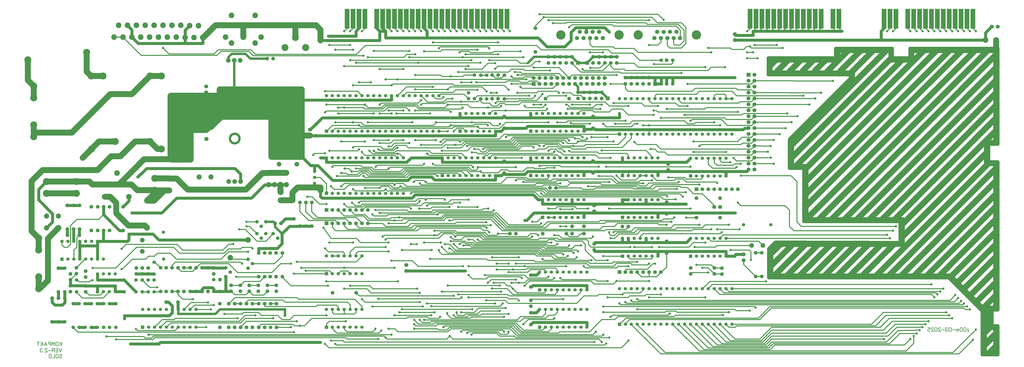
<source format=gbr>
%FSLAX34Y34*%
%MOMM*%
%LNCOPPER_BOTTOM*%
G71*
G01*
%ADD10C,1.400*%
%ADD11C,1.000*%
%ADD12C,1.100*%
%ADD13C,1.700*%
%ADD14C,0.400*%
%ADD15C,1.300*%
%ADD16C,1.600*%
%ADD17C,1.600*%
%ADD18C,1.000*%
%ADD19C,1.500*%
%ADD20C,2.000*%
%ADD21C,2.400*%
%ADD22C,1.300*%
%ADD23C,1.400*%
%ADD24C,2.500*%
%ADD25C,1.800*%
%ADD26C,4.000*%
%ADD27C,4.000*%
%ADD28C,1.500*%
%ADD29C,1.000*%
%ADD30C,0.420*%
%ADD31C,1.000*%
%ADD32C,1.300*%
%ADD33C,0.410*%
%ADD34C,1.400*%
%ADD35C,0.286*%
%ADD36C,2.000*%
%ADD37C,2.800*%
%ADD38C,1.700*%
%ADD39C,2.200*%
%ADD40C,1.800*%
%ADD41C,3.000*%
%ADD42C,2.200*%
%ADD43C,2.200*%
%ADD44C,2.200*%
%ADD45C,3.000*%
%ADD46C,3.000*%
%ADD47C,3.010*%
%ADD48C,2.000*%
%ADD49R,2.000X8.500*%
%LPD*%
G36*
X1294750Y991250D02*
X1308750Y991250D01*
X1308750Y977250D01*
X1294750Y977250D01*
X1294750Y991250D01*
G37*
X1327150Y984250D02*
G54D10*
D03*
X1352550Y984250D02*
G54D10*
D03*
X1377950Y984250D02*
G54D10*
D03*
X1403350Y984250D02*
G54D10*
D03*
X1428750Y984250D02*
G54D10*
D03*
X1454150Y984250D02*
G54D10*
D03*
X1479550Y984250D02*
G54D10*
D03*
X1504950Y984250D02*
G54D10*
D03*
X1530350Y984250D02*
G54D10*
D03*
X1555750Y984250D02*
G54D10*
D03*
X1581150Y984250D02*
G54D10*
D03*
X1606550Y984250D02*
G54D10*
D03*
X1631950Y984250D02*
G54D10*
D03*
X1657350Y984250D02*
G54D10*
D03*
X1682750Y984250D02*
G54D10*
D03*
X1708150Y984250D02*
G54D10*
D03*
X1733550Y984250D02*
G54D10*
D03*
X1758950Y984250D02*
G54D10*
D03*
X1784350Y984250D02*
G54D10*
D03*
X1784350Y1136650D02*
G54D10*
D03*
X1758950Y1136650D02*
G54D10*
D03*
X1733550Y1136650D02*
G54D10*
D03*
X1708150Y1136650D02*
G54D10*
D03*
X1682750Y1136650D02*
G54D10*
D03*
X1657350Y1136650D02*
G54D10*
D03*
X1631950Y1136650D02*
G54D10*
D03*
X1606550Y1136650D02*
G54D10*
D03*
X1581150Y1136650D02*
G54D10*
D03*
X1555750Y1136650D02*
G54D10*
D03*
X1530350Y1136650D02*
G54D10*
D03*
X1504950Y1136650D02*
G54D10*
D03*
X1479550Y1136650D02*
G54D10*
D03*
X1454150Y1136650D02*
G54D10*
D03*
X1428750Y1136650D02*
G54D10*
D03*
X1403350Y1136650D02*
G54D10*
D03*
X1377950Y1136650D02*
G54D10*
D03*
X1352550Y1136650D02*
G54D10*
D03*
X1327150Y1136650D02*
G54D10*
D03*
X1301750Y1136650D02*
G54D10*
D03*
X600075Y1341438D02*
G54D11*
D03*
X538162Y111124D02*
G54D12*
D03*
X4075376Y88900D02*
G54D11*
D03*
G36*
X1867838Y991250D02*
X1881838Y991250D01*
X1881838Y977250D01*
X1867838Y977250D01*
X1867838Y991250D01*
G37*
X1900238Y984250D02*
G54D10*
D03*
X1925638Y984250D02*
G54D10*
D03*
X1951038Y984250D02*
G54D10*
D03*
X1976438Y984250D02*
G54D10*
D03*
X2001838Y984250D02*
G54D10*
D03*
X2027238Y984250D02*
G54D10*
D03*
X2027238Y1060450D02*
G54D10*
D03*
X2001838Y1060450D02*
G54D10*
D03*
X1976438Y1060450D02*
G54D10*
D03*
X1951038Y1060450D02*
G54D10*
D03*
X1925638Y1060450D02*
G54D10*
D03*
X1900238Y1060450D02*
G54D10*
D03*
X1874838Y1060450D02*
G54D10*
D03*
G36*
X1294750Y380062D02*
X1308750Y380062D01*
X1308750Y366062D01*
X1294750Y366062D01*
X1294750Y380062D01*
G37*
X1327150Y373062D02*
G54D10*
D03*
X1352550Y373062D02*
G54D10*
D03*
X1377950Y373062D02*
G54D10*
D03*
X1403350Y373062D02*
G54D10*
D03*
X1428750Y373062D02*
G54D10*
D03*
X1454150Y373062D02*
G54D10*
D03*
X1454150Y449262D02*
G54D10*
D03*
X1428750Y449262D02*
G54D10*
D03*
X1403350Y449262D02*
G54D10*
D03*
X1377950Y449262D02*
G54D10*
D03*
X1352550Y449262D02*
G54D10*
D03*
X1327150Y449262D02*
G54D10*
D03*
X1301750Y449262D02*
G54D10*
D03*
G36*
X1294750Y149875D02*
X1308750Y149875D01*
X1308750Y135875D01*
X1294750Y135875D01*
X1294750Y149875D01*
G37*
X1327150Y142875D02*
G54D10*
D03*
X1352550Y142875D02*
G54D10*
D03*
X1377950Y142875D02*
G54D10*
D03*
X1403350Y142875D02*
G54D10*
D03*
X1428750Y142875D02*
G54D10*
D03*
X1454150Y142875D02*
G54D10*
D03*
X1454150Y219075D02*
G54D10*
D03*
X1428750Y219075D02*
G54D10*
D03*
X1403350Y219075D02*
G54D10*
D03*
X1377950Y219075D02*
G54D10*
D03*
X1352550Y219075D02*
G54D10*
D03*
X1327150Y219075D02*
G54D10*
D03*
X1301750Y219075D02*
G54D10*
D03*
G36*
X1294750Y724550D02*
X1308750Y724550D01*
X1308750Y710550D01*
X1294750Y710550D01*
X1294750Y724550D01*
G37*
X1327150Y717550D02*
G54D10*
D03*
X1352550Y717550D02*
G54D10*
D03*
X1377950Y717550D02*
G54D10*
D03*
X1403350Y717550D02*
G54D10*
D03*
X1428750Y717550D02*
G54D10*
D03*
X1454150Y717550D02*
G54D10*
D03*
X1479550Y717550D02*
G54D10*
D03*
X1504950Y717550D02*
G54D10*
D03*
X1530350Y717550D02*
G54D10*
D03*
X1555750Y717550D02*
G54D10*
D03*
X1581150Y717550D02*
G54D10*
D03*
X1606550Y717550D02*
G54D10*
D03*
X1631950Y717550D02*
G54D10*
D03*
X1631950Y869950D02*
G54D10*
D03*
X1606550Y869950D02*
G54D10*
D03*
X1581150Y869950D02*
G54D10*
D03*
X1555750Y869950D02*
G54D10*
D03*
X1530350Y869950D02*
G54D10*
D03*
X1504950Y869950D02*
G54D10*
D03*
X1479550Y869950D02*
G54D10*
D03*
X1454150Y869950D02*
G54D10*
D03*
X1428750Y869950D02*
G54D10*
D03*
X1403350Y869950D02*
G54D10*
D03*
X1377950Y869950D02*
G54D10*
D03*
X1352550Y869950D02*
G54D10*
D03*
X1327150Y869950D02*
G54D10*
D03*
X1301750Y869950D02*
G54D10*
D03*
G36*
X1791638Y800750D02*
X1805638Y800750D01*
X1805638Y786750D01*
X1791638Y786750D01*
X1791638Y800750D01*
G37*
X1824038Y793750D02*
G54D10*
D03*
X1849438Y793750D02*
G54D10*
D03*
X1874838Y793750D02*
G54D10*
D03*
X1900238Y793750D02*
G54D10*
D03*
X1925638Y793750D02*
G54D10*
D03*
X1951038Y793750D02*
G54D10*
D03*
X1976438Y793750D02*
G54D10*
D03*
X2001838Y793750D02*
G54D10*
D03*
X2027238Y793750D02*
G54D10*
D03*
X2027238Y869950D02*
G54D10*
D03*
X2001838Y869950D02*
G54D10*
D03*
X1976438Y869950D02*
G54D10*
D03*
X1951038Y869950D02*
G54D10*
D03*
X1925638Y869950D02*
G54D10*
D03*
X1900238Y869950D02*
G54D10*
D03*
X1874838Y869950D02*
G54D10*
D03*
X1849438Y869950D02*
G54D10*
D03*
X1824038Y869950D02*
G54D10*
D03*
X1798638Y869950D02*
G54D10*
D03*
G36*
X2171050Y991250D02*
X2185050Y991250D01*
X2185050Y977250D01*
X2171050Y977250D01*
X2171050Y991250D01*
G37*
X2203450Y984250D02*
G54D10*
D03*
X2228850Y984250D02*
G54D10*
D03*
X2254250Y984250D02*
G54D10*
D03*
X2279650Y984250D02*
G54D10*
D03*
X2305050Y984250D02*
G54D10*
D03*
X2330450Y984250D02*
G54D10*
D03*
X2355850Y984250D02*
G54D10*
D03*
X2381250Y984250D02*
G54D10*
D03*
X2406650Y984250D02*
G54D10*
D03*
X2406650Y1060450D02*
G54D10*
D03*
X2381250Y1060450D02*
G54D10*
D03*
X2355850Y1060450D02*
G54D10*
D03*
X2330450Y1060450D02*
G54D10*
D03*
X2305050Y1060450D02*
G54D10*
D03*
X2279650Y1060450D02*
G54D10*
D03*
X2254250Y1060450D02*
G54D10*
D03*
X2228850Y1060450D02*
G54D10*
D03*
X2203450Y1060450D02*
G54D10*
D03*
X2178050Y1060450D02*
G54D10*
D03*
G36*
X2171050Y800750D02*
X2185050Y800750D01*
X2185050Y786750D01*
X2171050Y786750D01*
X2171050Y800750D01*
G37*
X2203450Y793750D02*
G54D10*
D03*
X2228850Y793750D02*
G54D10*
D03*
X2254250Y793750D02*
G54D10*
D03*
X2279650Y793750D02*
G54D10*
D03*
X2305050Y793750D02*
G54D10*
D03*
X2330450Y793750D02*
G54D10*
D03*
X2355850Y793750D02*
G54D10*
D03*
X2381250Y793750D02*
G54D10*
D03*
X2406650Y793750D02*
G54D10*
D03*
X2406650Y869950D02*
G54D10*
D03*
X2381250Y869950D02*
G54D10*
D03*
X2355850Y869950D02*
G54D10*
D03*
X2330450Y869950D02*
G54D10*
D03*
X2305050Y869950D02*
G54D10*
D03*
X2279650Y869950D02*
G54D10*
D03*
X2254250Y869950D02*
G54D10*
D03*
X2228850Y869950D02*
G54D10*
D03*
X2203450Y869950D02*
G54D10*
D03*
X2178050Y869950D02*
G54D10*
D03*
G36*
X2221850Y621362D02*
X2235850Y621362D01*
X2235850Y607362D01*
X2221850Y607362D01*
X2221850Y621362D01*
G37*
X2254250Y614362D02*
G54D10*
D03*
X2279650Y614362D02*
G54D10*
D03*
X2305050Y614362D02*
G54D10*
D03*
X2330450Y614362D02*
G54D10*
D03*
X2355850Y614362D02*
G54D10*
D03*
X2381250Y614362D02*
G54D10*
D03*
X2406650Y614362D02*
G54D10*
D03*
X2406650Y690562D02*
G54D10*
D03*
X2381250Y690562D02*
G54D10*
D03*
X2355850Y690562D02*
G54D10*
D03*
X2330450Y690562D02*
G54D10*
D03*
X2305050Y690562D02*
G54D10*
D03*
X2279650Y690562D02*
G54D10*
D03*
X2254250Y690562D02*
G54D10*
D03*
X2228850Y690562D02*
G54D10*
D03*
G36*
X2209150Y310212D02*
X2223150Y310212D01*
X2223150Y296212D01*
X2209150Y296212D01*
X2209150Y310212D01*
G37*
X2241550Y303212D02*
G54D10*
D03*
X2266950Y303212D02*
G54D10*
D03*
X2292350Y303212D02*
G54D10*
D03*
X2317750Y303212D02*
G54D10*
D03*
X2343150Y303212D02*
G54D10*
D03*
X2368550Y303212D02*
G54D10*
D03*
X2393950Y303212D02*
G54D10*
D03*
X2419350Y303212D02*
G54D10*
D03*
X2419350Y379412D02*
G54D10*
D03*
X2393950Y379412D02*
G54D10*
D03*
X2368550Y379412D02*
G54D10*
D03*
X2343150Y379412D02*
G54D10*
D03*
X2317750Y379412D02*
G54D10*
D03*
X2292350Y379412D02*
G54D10*
D03*
X2266950Y379412D02*
G54D10*
D03*
X2241550Y379412D02*
G54D10*
D03*
X2216150Y379412D02*
G54D10*
D03*
G36*
X2209150Y149875D02*
X2223150Y149875D01*
X2223150Y135875D01*
X2209150Y135875D01*
X2209150Y149875D01*
G37*
X2241550Y142875D02*
G54D10*
D03*
X2266950Y142875D02*
G54D10*
D03*
X2292350Y142875D02*
G54D10*
D03*
X2317750Y142875D02*
G54D10*
D03*
X2343150Y142875D02*
G54D10*
D03*
X2368550Y142875D02*
G54D10*
D03*
X2393950Y142875D02*
G54D10*
D03*
X2419350Y142875D02*
G54D10*
D03*
X2419350Y219075D02*
G54D10*
D03*
X2393950Y219075D02*
G54D10*
D03*
X2368550Y219075D02*
G54D10*
D03*
X2343150Y219075D02*
G54D10*
D03*
X2317750Y219075D02*
G54D10*
D03*
X2292350Y219075D02*
G54D10*
D03*
X2266950Y219075D02*
G54D10*
D03*
X2241550Y219075D02*
G54D10*
D03*
X2216150Y219075D02*
G54D10*
D03*
G36*
X2552050Y162575D02*
X2566050Y162575D01*
X2566050Y148575D01*
X2552050Y148575D01*
X2552050Y162575D01*
G37*
X2584450Y155575D02*
G54D10*
D03*
X2609850Y155575D02*
G54D10*
D03*
X2635250Y155575D02*
G54D10*
D03*
X2660650Y155575D02*
G54D10*
D03*
X2686050Y155575D02*
G54D10*
D03*
X2711450Y155575D02*
G54D10*
D03*
X2736850Y155575D02*
G54D10*
D03*
X2762250Y155575D02*
G54D10*
D03*
X2787650Y155575D02*
G54D10*
D03*
X2813050Y155575D02*
G54D10*
D03*
X2838450Y155575D02*
G54D10*
D03*
X2863850Y155575D02*
G54D10*
D03*
X2889250Y155575D02*
G54D10*
D03*
X2914650Y155575D02*
G54D10*
D03*
X2940050Y155575D02*
G54D10*
D03*
X2965450Y155575D02*
G54D10*
D03*
X2990850Y155575D02*
G54D10*
D03*
X3016250Y155575D02*
G54D10*
D03*
X3041650Y155575D02*
G54D10*
D03*
X3041650Y307975D02*
G54D10*
D03*
X3016250Y307975D02*
G54D10*
D03*
X2990850Y307975D02*
G54D10*
D03*
X2965450Y307975D02*
G54D10*
D03*
X2940050Y307975D02*
G54D10*
D03*
X2914650Y307975D02*
G54D10*
D03*
X2889250Y307975D02*
G54D10*
D03*
X2863850Y307975D02*
G54D10*
D03*
X2838450Y307975D02*
G54D10*
D03*
X2813050Y307975D02*
G54D10*
D03*
X2787650Y307975D02*
G54D10*
D03*
X2762250Y307975D02*
G54D10*
D03*
X2736850Y307975D02*
G54D10*
D03*
X2711450Y307975D02*
G54D10*
D03*
X2686050Y307975D02*
G54D10*
D03*
X2660650Y307975D02*
G54D10*
D03*
X2635250Y307975D02*
G54D10*
D03*
X2609850Y307975D02*
G54D10*
D03*
X2584450Y307975D02*
G54D10*
D03*
X2559050Y307975D02*
G54D10*
D03*
G36*
X2564750Y454675D02*
X2578750Y454675D01*
X2578750Y440675D01*
X2564750Y440675D01*
X2564750Y454675D01*
G37*
X2597150Y447675D02*
G54D10*
D03*
X2622550Y447675D02*
G54D10*
D03*
X2647950Y447675D02*
G54D10*
D03*
X2673350Y447675D02*
G54D10*
D03*
X2698750Y447675D02*
G54D10*
D03*
X2724150Y447675D02*
G54D10*
D03*
X2724150Y523875D02*
G54D10*
D03*
X2698750Y523875D02*
G54D10*
D03*
X2673350Y523875D02*
G54D10*
D03*
X2647950Y523875D02*
G54D10*
D03*
X2622550Y523875D02*
G54D10*
D03*
X2597150Y523875D02*
G54D10*
D03*
X2571750Y523875D02*
G54D10*
D03*
G36*
X2564750Y621362D02*
X2578750Y621362D01*
X2578750Y607362D01*
X2564750Y607362D01*
X2564750Y621362D01*
G37*
X2597150Y614362D02*
G54D10*
D03*
X2622550Y614362D02*
G54D10*
D03*
X2647950Y614362D02*
G54D10*
D03*
X2673350Y614362D02*
G54D10*
D03*
X2698750Y614362D02*
G54D10*
D03*
X2724150Y614362D02*
G54D10*
D03*
X2724150Y690562D02*
G54D10*
D03*
X2698750Y690562D02*
G54D10*
D03*
X2673350Y690562D02*
G54D10*
D03*
X2647950Y690562D02*
G54D10*
D03*
X2622550Y690562D02*
G54D10*
D03*
X2597150Y690562D02*
G54D10*
D03*
X2571750Y690562D02*
G54D10*
D03*
G36*
X2564750Y800750D02*
X2578750Y800750D01*
X2578750Y786750D01*
X2564750Y786750D01*
X2564750Y800750D01*
G37*
X2597150Y793750D02*
G54D10*
D03*
X2622550Y793750D02*
G54D10*
D03*
X2647950Y793750D02*
G54D10*
D03*
X2673350Y793750D02*
G54D10*
D03*
X2698750Y793750D02*
G54D10*
D03*
X2724150Y793750D02*
G54D10*
D03*
X2724150Y869950D02*
G54D10*
D03*
X2698750Y869950D02*
G54D10*
D03*
X2673350Y869950D02*
G54D10*
D03*
X2647950Y869950D02*
G54D10*
D03*
X2622550Y869950D02*
G54D10*
D03*
X2597150Y869950D02*
G54D10*
D03*
X2571750Y869950D02*
G54D10*
D03*
G36*
X2552050Y978550D02*
X2566050Y978550D01*
X2566050Y964550D01*
X2552050Y964550D01*
X2552050Y978550D01*
G37*
X2584450Y971550D02*
G54D10*
D03*
X2609850Y971550D02*
G54D10*
D03*
X2635250Y971550D02*
G54D10*
D03*
X2660650Y971550D02*
G54D10*
D03*
X2686050Y971550D02*
G54D10*
D03*
X2711450Y971550D02*
G54D10*
D03*
X2736850Y971550D02*
G54D10*
D03*
X2762250Y971550D02*
G54D10*
D03*
X2787650Y971550D02*
G54D10*
D03*
X2813050Y971550D02*
G54D10*
D03*
X2838450Y971550D02*
G54D10*
D03*
X2863850Y971550D02*
G54D10*
D03*
X2889250Y971550D02*
G54D10*
D03*
X2914650Y971550D02*
G54D10*
D03*
X2940050Y971550D02*
G54D10*
D03*
X2965450Y971550D02*
G54D10*
D03*
X2990850Y971550D02*
G54D10*
D03*
X3016250Y971550D02*
G54D10*
D03*
X3041650Y971550D02*
G54D10*
D03*
X3041650Y1123950D02*
G54D10*
D03*
X3016250Y1123950D02*
G54D10*
D03*
X2990850Y1123950D02*
G54D10*
D03*
X2965450Y1123950D02*
G54D10*
D03*
X2940050Y1123950D02*
G54D10*
D03*
X2914650Y1123950D02*
G54D10*
D03*
X2889250Y1123950D02*
G54D10*
D03*
X2863850Y1123950D02*
G54D10*
D03*
X2838450Y1123950D02*
G54D10*
D03*
X2813050Y1123950D02*
G54D10*
D03*
X2787650Y1123950D02*
G54D10*
D03*
X2762250Y1123950D02*
G54D10*
D03*
X2736850Y1123950D02*
G54D10*
D03*
X2711450Y1123950D02*
G54D10*
D03*
X2686050Y1123950D02*
G54D10*
D03*
X2660650Y1123950D02*
G54D10*
D03*
X2635250Y1123950D02*
G54D10*
D03*
X2609850Y1123950D02*
G54D10*
D03*
X2584450Y1123950D02*
G54D10*
D03*
X2559050Y1123950D02*
G54D10*
D03*
G36*
X2856850Y799162D02*
X2870850Y799162D01*
X2870850Y785162D01*
X2856850Y785162D01*
X2856850Y799162D01*
G37*
X2889250Y792162D02*
G54D10*
D03*
X2914650Y792162D02*
G54D10*
D03*
X2940050Y792162D02*
G54D10*
D03*
X2965450Y792162D02*
G54D10*
D03*
X2990850Y792162D02*
G54D10*
D03*
X3016250Y792162D02*
G54D10*
D03*
X3016250Y868362D02*
G54D10*
D03*
X2990850Y868362D02*
G54D10*
D03*
X2965450Y868362D02*
G54D10*
D03*
X2940050Y868362D02*
G54D10*
D03*
X2914650Y868362D02*
G54D10*
D03*
X2889250Y868362D02*
G54D10*
D03*
X2863850Y868362D02*
G54D10*
D03*
G36*
X2856850Y454675D02*
X2870850Y454675D01*
X2870850Y440675D01*
X2856850Y440675D01*
X2856850Y454675D01*
G37*
X2889250Y447675D02*
G54D10*
D03*
X2914650Y447675D02*
G54D10*
D03*
X2940050Y447675D02*
G54D10*
D03*
X2965450Y447675D02*
G54D10*
D03*
X2990850Y447675D02*
G54D10*
D03*
X3016250Y447675D02*
G54D10*
D03*
X3016250Y523875D02*
G54D10*
D03*
X2990850Y523875D02*
G54D10*
D03*
X2965450Y523875D02*
G54D10*
D03*
X2940050Y523875D02*
G54D10*
D03*
X2914650Y523875D02*
G54D10*
D03*
X2889250Y523875D02*
G54D10*
D03*
X2863850Y523875D02*
G54D10*
D03*
G36*
X505762Y149875D02*
X519762Y149875D01*
X519762Y135875D01*
X505762Y135875D01*
X505762Y149875D01*
G37*
X538162Y142875D02*
G54D10*
D03*
X563562Y142875D02*
G54D10*
D03*
X588962Y142875D02*
G54D10*
D03*
X614362Y142875D02*
G54D10*
D03*
X639762Y142875D02*
G54D10*
D03*
X665162Y142875D02*
G54D10*
D03*
X690562Y142875D02*
G54D10*
D03*
X715962Y142875D02*
G54D10*
D03*
X741362Y142875D02*
G54D10*
D03*
X741362Y219075D02*
G54D10*
D03*
X715962Y219075D02*
G54D10*
D03*
X690562Y219075D02*
G54D10*
D03*
X665162Y219075D02*
G54D10*
D03*
X639762Y219075D02*
G54D10*
D03*
X614362Y219075D02*
G54D10*
D03*
X588962Y219075D02*
G54D10*
D03*
X563562Y219075D02*
G54D10*
D03*
X538162Y219075D02*
G54D10*
D03*
X512762Y219075D02*
G54D10*
D03*
G36*
X312088Y302275D02*
X326088Y302275D01*
X326088Y288275D01*
X312088Y288275D01*
X312088Y302275D01*
G37*
X344488Y295275D02*
G54D10*
D03*
X369888Y295275D02*
G54D10*
D03*
X395288Y295275D02*
G54D10*
D03*
X395288Y371475D02*
G54D10*
D03*
X369888Y371475D02*
G54D10*
D03*
X344488Y371475D02*
G54D10*
D03*
X319088Y371475D02*
G54D10*
D03*
G36*
X159688Y441975D02*
X173688Y441975D01*
X173688Y427975D01*
X159688Y427975D01*
X159688Y441975D01*
G37*
X192088Y434975D02*
G54D10*
D03*
X217488Y434975D02*
G54D10*
D03*
X242888Y434975D02*
G54D10*
D03*
X268288Y434975D02*
G54D10*
D03*
X293688Y434975D02*
G54D10*
D03*
X319088Y434975D02*
G54D10*
D03*
X344488Y434975D02*
G54D10*
D03*
X344488Y511175D02*
G54D10*
D03*
X319088Y511175D02*
G54D10*
D03*
X293688Y511175D02*
G54D10*
D03*
X268288Y511175D02*
G54D10*
D03*
X242888Y511175D02*
G54D10*
D03*
X217488Y511175D02*
G54D10*
D03*
X192088Y511175D02*
G54D10*
D03*
X166688Y511175D02*
G54D10*
D03*
G36*
X2182250Y1195950D02*
X2199250Y1195950D01*
X2199250Y1178950D01*
X2182250Y1178950D01*
X2182250Y1195950D01*
G37*
X2190750Y1212850D02*
G54D13*
D03*
X2216150Y1187450D02*
G54D13*
D03*
X2216150Y1212850D02*
G54D13*
D03*
X2241550Y1187450D02*
G54D13*
D03*
X2241550Y1212850D02*
G54D13*
D03*
X2266950Y1187450D02*
G54D13*
D03*
X2266950Y1212850D02*
G54D13*
D03*
X2292350Y1187450D02*
G54D13*
D03*
X2292350Y1212850D02*
G54D13*
D03*
X2317750Y1187450D02*
G54D13*
D03*
X2317750Y1212850D02*
G54D13*
D03*
X2343150Y1187450D02*
G54D13*
D03*
X2343150Y1212850D02*
G54D13*
D03*
X2368550Y1187450D02*
G54D13*
D03*
X2368550Y1212850D02*
G54D13*
D03*
X2393950Y1187450D02*
G54D13*
D03*
X2393950Y1212850D02*
G54D13*
D03*
X2419350Y1187450D02*
G54D13*
D03*
X2419350Y1212850D02*
G54D13*
D03*
X2444750Y1187450D02*
G54D13*
D03*
X2444750Y1212850D02*
G54D13*
D03*
X2470150Y1187450D02*
G54D13*
D03*
X2470150Y1212850D02*
G54D13*
D03*
X2495550Y1187450D02*
G54D13*
D03*
X2495550Y1212850D02*
G54D13*
D03*
G36*
X3121168Y1234246D02*
X3121168Y1217246D01*
X3104168Y1217246D01*
X3104168Y1234246D01*
X3121168Y1234246D01*
G37*
X3138068Y1225746D02*
G54D13*
D03*
X3112668Y1200346D02*
G54D13*
D03*
X3138069Y1200346D02*
G54D13*
D03*
X3112669Y1174946D02*
G54D13*
D03*
X3138069Y1174946D02*
G54D13*
D03*
X3112669Y1149546D02*
G54D13*
D03*
X3138069Y1149546D02*
G54D13*
D03*
X3112669Y1124146D02*
G54D13*
D03*
X3138069Y1124146D02*
G54D13*
D03*
X3112669Y1098746D02*
G54D13*
D03*
X3138069Y1098746D02*
G54D13*
D03*
X3112669Y1073346D02*
G54D13*
D03*
X3138069Y1073346D02*
G54D13*
D03*
X3112669Y1047946D02*
G54D13*
D03*
X3138069Y1047946D02*
G54D13*
D03*
X3112669Y1022546D02*
G54D13*
D03*
X3138069Y1022546D02*
G54D13*
D03*
X3112669Y997146D02*
G54D13*
D03*
X3138069Y997146D02*
G54D13*
D03*
X3112669Y971746D02*
G54D13*
D03*
X3138068Y971746D02*
G54D13*
D03*
X3112668Y946346D02*
G54D13*
D03*
X3138068Y946346D02*
G54D13*
D03*
X3112668Y920946D02*
G54D13*
D03*
X3138068Y920946D02*
G54D13*
D03*
X3112668Y895546D02*
G54D13*
D03*
X3138068Y895546D02*
G54D13*
D03*
X3112668Y870146D02*
G54D13*
D03*
X3138068Y870146D02*
G54D13*
D03*
X3112668Y844746D02*
G54D13*
D03*
X3138068Y844746D02*
G54D13*
D03*
X3112668Y819346D02*
G54D13*
D03*
X3138068Y819346D02*
G54D13*
D03*
X1377950Y1412875D02*
G54D11*
D03*
X1403350Y1412875D02*
G54D11*
D03*
X1428750Y1412875D02*
G54D11*
D03*
X1454150Y1412875D02*
G54D11*
D03*
X1530350Y1412875D02*
G54D11*
D03*
X1555750Y1412875D02*
G54D11*
D03*
X1581150Y1412875D02*
G54D11*
D03*
X1606550Y1412875D02*
G54D11*
D03*
X1631950Y1412875D02*
G54D11*
D03*
X1657350Y1412875D02*
G54D11*
D03*
X1682750Y1412875D02*
G54D11*
D03*
X1708150Y1412875D02*
G54D11*
D03*
X1733550Y1412875D02*
G54D11*
D03*
X1758950Y1412875D02*
G54D11*
D03*
X1784350Y1412875D02*
G54D11*
D03*
X1809750Y1412875D02*
G54D11*
D03*
X1835150Y1412875D02*
G54D11*
D03*
X1860550Y1412875D02*
G54D11*
D03*
X1885950Y1412875D02*
G54D11*
D03*
X1911350Y1412875D02*
G54D11*
D03*
X1936750Y1412875D02*
G54D11*
D03*
X1962150Y1412875D02*
G54D11*
D03*
X1987550Y1412875D02*
G54D11*
D03*
X2012950Y1412875D02*
G54D11*
D03*
X2038350Y1412875D02*
G54D11*
D03*
X2063750Y1412875D02*
G54D11*
D03*
X2089150Y1412875D02*
G54D11*
D03*
X3106738Y1412875D02*
G54D11*
D03*
X3132138Y1412875D02*
G54D11*
D03*
X3157538Y1412875D02*
G54D11*
D03*
X3182938Y1412875D02*
G54D11*
D03*
X3208338Y1412875D02*
G54D11*
D03*
X3233738Y1412875D02*
G54D11*
D03*
X3259138Y1412875D02*
G54D11*
D03*
X3284538Y1412875D02*
G54D11*
D03*
X3309938Y1412875D02*
G54D11*
D03*
X3335338Y1412875D02*
G54D11*
D03*
X3360738Y1412875D02*
G54D11*
D03*
X3386138Y1412875D02*
G54D11*
D03*
X3411538Y1412875D02*
G54D11*
D03*
X3487738Y1412875D02*
G54D11*
D03*
X3513138Y1412875D02*
G54D11*
D03*
X3681412Y1412875D02*
G54D11*
D03*
X3706812Y1412875D02*
G54D11*
D03*
X3732212Y1412875D02*
G54D11*
D03*
X3806825Y1412875D02*
G54D11*
D03*
X3833812Y1412875D02*
G54D11*
D03*
X3859212Y1412875D02*
G54D11*
D03*
X3884612Y1412875D02*
G54D11*
D03*
X3910012Y1412875D02*
G54D11*
D03*
X3935412Y1412875D02*
G54D11*
D03*
X3960812Y1412875D02*
G54D11*
D03*
X3986212Y1412875D02*
G54D11*
D03*
X4011612Y1412875D02*
G54D11*
D03*
X4037012Y1412875D02*
G54D11*
D03*
X4062412Y1412875D02*
G54D11*
D03*
X4087812Y1412875D02*
G54D11*
D03*
G54D14*
X1390650Y1435100D02*
X1390650Y1425575D01*
X1377950Y1412875D01*
G54D14*
X1416050Y1435100D02*
X1416050Y1425575D01*
X1403350Y1412875D01*
G54D14*
X1466850Y1435100D02*
X1466850Y1425575D01*
X1454150Y1412875D01*
G54D15*
X1441450Y1435100D02*
X1441450Y1425575D01*
X1428750Y1412875D01*
G54D15*
X1517650Y1435100D02*
X1517650Y1425575D01*
X1530350Y1412875D01*
G54D15*
X1543050Y1435100D02*
X1543050Y1425575D01*
X1555750Y1412875D01*
G54D14*
X1568450Y1435100D02*
X1568450Y1425575D01*
X1581150Y1412875D01*
G54D14*
X1593850Y1435100D02*
X1593850Y1425575D01*
X1606550Y1412875D01*
G54D14*
X1619250Y1435100D02*
X1619250Y1425575D01*
X1631950Y1412875D01*
G54D14*
X1644650Y1435100D02*
X1644650Y1425575D01*
X1657350Y1412875D01*
G54D14*
X1670050Y1435100D02*
X1670050Y1425575D01*
X1682750Y1412875D01*
G54D14*
X1695450Y1435100D02*
X1695450Y1425575D01*
X1708150Y1412875D01*
G54D15*
X1720850Y1435100D02*
X1720850Y1425575D01*
X1733550Y1412875D01*
G54D14*
X1746250Y1435100D02*
X1746250Y1425575D01*
X1758950Y1412875D01*
G54D14*
X1771650Y1435100D02*
X1771650Y1425575D01*
X1784350Y1412875D01*
G54D14*
X1797050Y1435100D02*
X1797050Y1425575D01*
X1809750Y1412875D01*
G54D14*
X1822450Y1435100D02*
X1822450Y1425575D01*
X1835150Y1412875D01*
G54D14*
X1847850Y1435100D02*
X1847850Y1425575D01*
X1860550Y1412875D01*
G54D14*
X1873250Y1435100D02*
X1873250Y1425575D01*
X1885950Y1412875D01*
G54D14*
X1898650Y1435100D02*
X1898650Y1425575D01*
X1911350Y1412875D01*
G54D14*
X1924050Y1435100D02*
X1924050Y1425575D01*
X1936750Y1412875D01*
G54D14*
X1949450Y1435100D02*
X1949450Y1425575D01*
X1962150Y1412875D01*
G54D14*
X1974850Y1435100D02*
X1974850Y1425575D01*
X1987550Y1412875D01*
G54D14*
X2000250Y1435100D02*
X2000250Y1425575D01*
X2012950Y1412875D01*
G54D14*
X2025650Y1435100D02*
X2025650Y1425575D01*
X2038350Y1412875D01*
G54D14*
X2051050Y1435100D02*
X2051050Y1425575D01*
X2063750Y1412875D01*
G54D14*
X2076450Y1435100D02*
X2076450Y1425575D01*
X2089150Y1412875D01*
G54D14*
X3119438Y1435100D02*
X3119438Y1425575D01*
X3106738Y1412875D01*
G54D14*
X3144838Y1435100D02*
X3144838Y1425575D01*
X3132138Y1412875D01*
G54D14*
X3170238Y1435100D02*
X3170238Y1425575D01*
X3157538Y1412875D01*
G54D14*
X3195638Y1435100D02*
X3195638Y1425575D01*
X3182938Y1412875D01*
G54D14*
X3221038Y1435100D02*
X3221038Y1425575D01*
X3208338Y1412875D01*
G54D14*
X3246438Y1435100D02*
X3246438Y1425575D01*
X3233738Y1412875D01*
G54D14*
X3271838Y1435100D02*
X3271838Y1425575D01*
X3259138Y1412875D01*
G54D14*
X3297238Y1435100D02*
X3297238Y1425575D01*
X3284538Y1412875D01*
G54D14*
X3322638Y1435100D02*
X3322638Y1425575D01*
X3309938Y1412875D01*
G54D14*
X3348038Y1435100D02*
X3348038Y1425575D01*
X3335338Y1412875D01*
G54D14*
X3373438Y1435100D02*
X3373438Y1425575D01*
X3360738Y1412875D01*
G54D14*
X3398838Y1435100D02*
X3398838Y1425575D01*
X3386138Y1412875D01*
G54D14*
X3424238Y1435100D02*
X3424238Y1425575D01*
X3411538Y1412875D01*
G54D14*
X3475038Y1435100D02*
X3475038Y1425575D01*
X3487738Y1412875D01*
G54D14*
X3500438Y1435100D02*
X3500438Y1425575D01*
X3513138Y1412875D01*
G54D15*
X3694112Y1435100D02*
X3694112Y1425575D01*
X3681412Y1412875D01*
G54D14*
X3719512Y1435100D02*
X3719512Y1425575D01*
X3706812Y1412875D01*
G54D14*
X3744912Y1435100D02*
X3744912Y1425575D01*
X3732212Y1412875D01*
G54D14*
X3795712Y1435100D02*
X3795712Y1423988D01*
X3806825Y1412875D01*
G54D14*
X3821112Y1435100D02*
X3821112Y1425575D01*
X3833812Y1412875D01*
G54D14*
X3846512Y1435100D02*
X3846512Y1425575D01*
X3859212Y1412875D01*
G54D14*
X3871912Y1435100D02*
X3871912Y1425575D01*
X3884612Y1412875D01*
G54D14*
X3897312Y1435100D02*
X3897312Y1425575D01*
X3910012Y1412875D01*
G54D14*
X3922712Y1435100D02*
X3922712Y1425575D01*
X3935412Y1412875D01*
G54D14*
X3948112Y1435100D02*
X3948112Y1425575D01*
X3960812Y1412875D01*
G54D14*
X3973512Y1435100D02*
X3973512Y1425575D01*
X3986212Y1412875D01*
G54D14*
X3998912Y1435100D02*
X3998912Y1425575D01*
X4011612Y1412875D01*
G54D14*
X4024312Y1435100D02*
X4024312Y1425575D01*
X4037012Y1412875D01*
G54D14*
X4049712Y1435100D02*
X4049712Y1425575D01*
X4062412Y1412875D01*
G54D14*
X4075112Y1435100D02*
X4075112Y1425575D01*
X4087812Y1412875D01*
X1441450Y1009650D02*
G54D11*
D03*
X1835150Y1009650D02*
G54D11*
D03*
X1993900Y1009650D02*
G54D11*
D03*
X1828800Y658812D02*
G54D11*
D03*
X1700212Y652462D02*
G54D11*
D03*
G54D14*
X1441450Y1009650D02*
X1327150Y1009650D01*
X1301750Y984250D01*
G54D14*
X1441450Y1009650D02*
X1447800Y1003300D01*
X1828800Y1003300D01*
X1835150Y1009650D01*
G54D14*
X1828800Y658812D02*
X1754188Y658812D01*
X1747838Y652462D01*
X1701800Y652462D01*
G54D14*
X1835150Y1009650D02*
X1931988Y1009650D01*
X1936750Y1014412D01*
X1989138Y1014412D01*
X1993900Y1009650D01*
X2070100Y1073150D02*
G54D11*
D03*
G54D14*
X2070100Y1073150D02*
X2014538Y1073150D01*
X2001838Y1060450D01*
G54D14*
X2070100Y1073150D02*
X2241550Y1073150D01*
X2247900Y1079500D01*
X2247900Y1079500D02*
G54D11*
D03*
X1951038Y1003300D02*
G54D11*
D03*
X2254250Y1022350D02*
G54D11*
D03*
X2266950Y506412D02*
G54D11*
D03*
X1911350Y519112D02*
G54D11*
D03*
X1314450Y1354138D02*
G54D11*
D03*
X1403350Y1354138D02*
G54D11*
D03*
G54D14*
X1314450Y1354138D02*
X1403350Y1354138D01*
G54D14*
X1327150Y984250D02*
X1339850Y996950D01*
X1841500Y996950D01*
X1847850Y1003300D01*
X1951038Y1003300D01*
X1957388Y996950D01*
X2044700Y996950D01*
X2070100Y1022350D01*
X2254250Y1022350D01*
G54D14*
X2266950Y506412D02*
X1943100Y506412D01*
X1930400Y519112D01*
X1911350Y519112D01*
X1339850Y1333500D02*
G54D11*
D03*
X1416050Y1333500D02*
G54D11*
D03*
X1346200Y792162D02*
G54D11*
D03*
X1874838Y677862D02*
G54D11*
D03*
X1733550Y665162D02*
G54D11*
D03*
G54D14*
X1339850Y1333500D02*
X1416050Y1333500D01*
G54D14*
X1346200Y792162D02*
X1441450Y792162D01*
X1454150Y804862D01*
X1468438Y804862D01*
X1481138Y792162D01*
X1638300Y792162D01*
X1651000Y804862D01*
X1863725Y804862D01*
X1874838Y793750D01*
G54D14*
X1874838Y677862D02*
X1847850Y677862D01*
X1841500Y671512D01*
X1739900Y671512D01*
X1733550Y665162D01*
X1365250Y804862D02*
G54D11*
D03*
G54D14*
X1365250Y804862D02*
X1384300Y804862D01*
X1390650Y798512D01*
X1435100Y798512D01*
X1447800Y811212D01*
X1474788Y811212D01*
X1487488Y798512D01*
X1631950Y798512D01*
X1644650Y811212D01*
X1882775Y811212D01*
X1900238Y793750D01*
X1379538Y823912D02*
G54D11*
D03*
X1409700Y811212D02*
G54D11*
D03*
X1384300Y168275D02*
G54D11*
D03*
G54D14*
X1379538Y823912D02*
X1397000Y823912D01*
X1409700Y811212D01*
G54D14*
X1384300Y168275D02*
X1312862Y168275D01*
X1301750Y157162D01*
X1301750Y142875D01*
G54D14*
X1409700Y811212D02*
X1436688Y811212D01*
X1443038Y817562D01*
X1481138Y817562D01*
X1493838Y804862D01*
X1625600Y804862D01*
X1638300Y817562D01*
X1901825Y817562D01*
X1925638Y793750D01*
X1301750Y1098550D02*
G54D11*
D03*
X1466850Y1098550D02*
G54D11*
D03*
X1822450Y1098550D02*
G54D11*
D03*
X1993900Y1085850D02*
G54D11*
D03*
X2051050Y1092200D02*
G54D11*
D03*
G54D14*
X1301750Y1098550D02*
X1466850Y1098550D01*
G54D14*
X1466850Y1098550D02*
X1479550Y1085850D01*
X1538288Y1085850D01*
X1550988Y1098550D01*
X1689100Y1098550D01*
X1701800Y1085850D01*
X1809750Y1085850D01*
X1822450Y1098550D01*
X1792288Y506412D02*
G54D11*
D03*
X1720850Y506412D02*
G54D11*
D03*
G54D14*
X1720850Y506412D02*
X1792288Y506412D01*
G54D14*
X1822450Y1098550D02*
X1906588Y1098550D01*
X1919288Y1085850D01*
X1993900Y1085850D01*
G54D14*
X1993900Y1085850D02*
X2044700Y1085850D01*
X2051050Y1092200D01*
X1339850Y1022350D02*
G54D11*
D03*
X1416050Y1022350D02*
G54D11*
D03*
X1771650Y1022350D02*
G54D11*
D03*
X1925638Y1022350D02*
G54D11*
D03*
X2046288Y1016000D02*
G54D11*
D03*
X2071688Y958850D02*
G54D11*
D03*
X2400300Y958850D02*
G54D11*
D03*
G54D14*
X2071688Y958850D02*
X2078038Y965200D01*
X2393950Y965200D01*
X2400300Y958850D01*
G54D14*
X2046288Y1016000D02*
X2038350Y1008062D01*
X2016125Y1008062D01*
X2001838Y1022350D01*
X1925638Y1022350D01*
G54D14*
X1925638Y1022350D02*
X1771650Y1022350D01*
X1771650Y946150D02*
G54D11*
D03*
X1682750Y946150D02*
G54D11*
D03*
G54D14*
X1771650Y946150D02*
X1682750Y946150D01*
X1663700Y500062D02*
G54D11*
D03*
X1689100Y500062D02*
G54D11*
D03*
G54D14*
X1663700Y500062D02*
X1689100Y500062D01*
G54D14*
X1771650Y1022350D02*
X1771650Y1020762D01*
X1760538Y1009650D01*
X1462088Y1009650D01*
X1449388Y1022350D01*
X1416050Y1022350D01*
G54D14*
X1416050Y1022350D02*
X1339850Y1022350D01*
X1352550Y1085850D02*
G54D11*
D03*
X1377950Y1085850D02*
G54D11*
D03*
X1885950Y1085850D02*
G54D11*
D03*
X1874838Y939800D02*
G54D11*
D03*
X1898650Y1250950D02*
G54D11*
D03*
X2025650Y1276350D02*
G54D11*
D03*
G54D14*
X2025650Y1276350D02*
X1993900Y1276350D01*
X1968500Y1250950D01*
X1898650Y1250950D01*
X2368550Y952500D02*
G54D11*
D03*
X2419350Y952500D02*
G54D11*
D03*
X1708150Y925512D02*
G54D11*
D03*
G54D14*
X1708150Y925512D02*
X1795462Y925512D01*
X1814512Y944562D01*
X1870075Y944562D01*
X1874838Y939800D01*
G54D14*
X1874838Y939800D02*
X1876425Y939800D01*
X1881188Y944562D01*
X2087562Y944562D01*
X2101850Y958850D01*
X2362200Y958850D01*
X2368550Y952500D01*
G54D14*
X2368550Y952500D02*
X2386012Y952500D01*
X2392362Y946150D01*
X2413000Y946150D01*
X2419350Y952500D01*
G54D14*
X1885950Y1085850D02*
X1879600Y1079500D01*
X1697038Y1079500D01*
X1684338Y1092200D01*
X1555750Y1092200D01*
X1543050Y1079500D01*
X1466850Y1079500D01*
X1460500Y1085850D01*
X1377950Y1085850D01*
G54D14*
X1377950Y1085850D02*
X1352550Y1085850D01*
X1377950Y1263652D02*
G54D11*
D03*
X1911350Y1263650D02*
G54D11*
D03*
X1854200Y925512D02*
G54D11*
D03*
X1866900Y658812D02*
G54D11*
D03*
X1911350Y690562D02*
G54D11*
D03*
X1377950Y671512D02*
G54D11*
D03*
X1951038Y519112D02*
G54D11*
D03*
X2508250Y430212D02*
G54D11*
D03*
X2508250Y271462D02*
G54D11*
D03*
X2736850Y284162D02*
G54D11*
D03*
G54D14*
X2736850Y284162D02*
X2673350Y284162D01*
X2667000Y277812D01*
X2601912Y277812D01*
X2595562Y271462D01*
X2508250Y271462D01*
G54D14*
X2508250Y430212D02*
X2455862Y430212D01*
X2411412Y474662D01*
X2411412Y500062D01*
X2398712Y512762D01*
X2286000Y512762D01*
X2279650Y519112D01*
X2254250Y519112D01*
X2247900Y512762D01*
X1957388Y512762D01*
X1951038Y519112D01*
G54D14*
X1377950Y1263652D02*
X1911350Y1263650D01*
G54D14*
X1854200Y925512D02*
X1809750Y925512D01*
X1797050Y912812D01*
X1652588Y912812D01*
X1641475Y923925D01*
X1600200Y923925D01*
X1584325Y908050D01*
X1544638Y908050D01*
X1533525Y919162D01*
X1420812Y919162D01*
X1416050Y914400D01*
X1416050Y914400D02*
G54D11*
D03*
G54D14*
X1866900Y658812D02*
X1949450Y658812D01*
X1949450Y658812D02*
G54D11*
D03*
G54D14*
X1911350Y690562D02*
X1836738Y690562D01*
X1824038Y677862D01*
X1720850Y677862D01*
X1708150Y665162D01*
X1462088Y665162D01*
X1455738Y658812D01*
X1390650Y658812D01*
X1377950Y671512D01*
X1905000Y920750D02*
G54D11*
D03*
G54D14*
X1905000Y920750D02*
X1908175Y920750D01*
X1912938Y925512D01*
X2106612Y925512D01*
X2120900Y939800D01*
X2311400Y939800D01*
X2317750Y933450D01*
X2317750Y933450D02*
G54D11*
D03*
X2343150Y944562D02*
G54D11*
D03*
G54D14*
X1854200Y925512D02*
X1879600Y925512D01*
X1892300Y938212D01*
X2093912Y938212D01*
X2108200Y952500D01*
X2335212Y952500D01*
X2343150Y944562D01*
X1924050Y1289050D02*
G54D11*
D03*
G54D14*
X1924050Y1289050D02*
X1403350Y1289050D01*
X1403350Y1289050D02*
G54D11*
D03*
X1428750Y1277938D02*
G54D11*
D03*
X1695450Y1277938D02*
G54D11*
D03*
X1962150Y1277938D02*
G54D11*
D03*
X1701800Y760412D02*
G54D11*
D03*
X1701800Y684212D02*
G54D11*
D03*
X1411288Y677862D02*
G54D11*
D03*
X2305050Y760412D02*
G54D11*
D03*
G54D14*
X1428750Y1277938D02*
X1695450Y1277938D01*
G54D14*
X1701800Y760412D02*
X1708150Y754062D01*
X2195512Y754062D01*
X2201862Y760412D01*
X2305050Y760412D01*
X2292350Y500062D02*
G54D11*
D03*
G54D14*
X2292350Y500062D02*
X2290762Y500062D01*
X2284412Y493712D01*
X2252662Y493712D01*
X2246312Y500062D01*
X1936750Y500062D01*
X1930400Y506412D01*
X1903412Y506412D01*
X1897062Y512762D01*
X1835150Y512762D01*
X1835150Y512762D02*
G54D11*
D03*
G54D14*
X1701800Y684212D02*
X1689100Y671512D01*
X1455738Y671512D01*
X1449388Y665162D01*
X1423988Y665162D01*
X1411288Y677862D01*
G54D14*
X1695450Y1277938D02*
X1962150Y1277938D01*
X1295400Y1155700D02*
G54D11*
D03*
X1314450Y900112D02*
G54D11*
D03*
X1441450Y906462D02*
G54D11*
D03*
X1428750Y823912D02*
G54D11*
D03*
X1963738Y811212D02*
G54D11*
D03*
X2279650Y827088D02*
G54D11*
D03*
X2305050Y354012D02*
G54D11*
D03*
X2508250Y341312D02*
G54D11*
D03*
X2520950Y187325D02*
G54D11*
D03*
X2773362Y201612D02*
G54D11*
D03*
G54D14*
X2773362Y201612D02*
X2767012Y195262D01*
X2528888Y195262D01*
X2520950Y187325D01*
G54D14*
X2508250Y341312D02*
X2462212Y341312D01*
X2455862Y347662D01*
X2311400Y347662D01*
X2305050Y354012D01*
G54D14*
X2279650Y827088D02*
X2243138Y827088D01*
X2239962Y823912D01*
X2193925Y823912D01*
X2190750Y827088D01*
X2160588Y827088D01*
X2146300Y812800D01*
X2082800Y812800D01*
X2076450Y819150D01*
X2051050Y819150D01*
X2038350Y806450D01*
X1966912Y806450D01*
X1963738Y811212D01*
X1917700Y811212D01*
X1905000Y823912D01*
X1631950Y823912D01*
X1619250Y811212D01*
X1500188Y811212D01*
X1487488Y823912D01*
X1428750Y823912D01*
G54D14*
X1314450Y900112D02*
X1435100Y900112D01*
X1441450Y906462D01*
G54D14*
X1295400Y1155700D02*
X1435100Y1155700D01*
X1454150Y1136650D01*
X1479550Y1022350D02*
G54D11*
D03*
X1479550Y1301750D02*
G54D11*
D03*
X1682750Y1314450D02*
G54D11*
D03*
G54D14*
X1682750Y1314450D02*
X1646238Y1314450D01*
X1633538Y1301750D01*
X1479550Y1301750D01*
X1670050Y1022350D02*
G54D11*
D03*
G54D14*
X1479550Y1022350D02*
X1670050Y1022350D01*
X1676400Y766762D02*
G54D11*
D03*
X1727200Y766762D02*
G54D11*
D03*
X1727200Y690562D02*
G54D11*
D03*
G54D14*
X1676400Y766762D02*
X1682750Y773112D01*
X1720850Y773112D01*
X1727200Y766762D01*
X1809750Y690562D02*
G54D11*
D03*
G54D14*
X1727200Y690562D02*
X1728788Y690562D01*
X1733550Y695325D01*
X1804988Y695325D01*
X1809750Y690562D01*
X1441450Y677862D02*
G54D11*
D03*
G54D14*
X1441450Y677862D02*
X1447800Y684212D01*
X1684338Y684212D01*
X1695450Y695325D01*
X1722438Y695325D01*
X1727200Y690562D01*
G54D14*
X1727200Y766762D02*
X1733550Y760412D01*
X2051050Y760412D01*
X2076450Y785812D01*
X2159000Y785812D01*
X2165350Y779462D01*
X2249488Y779462D01*
X2254250Y784225D01*
X2254250Y793750D01*
X1504950Y1060450D02*
G54D11*
D03*
X1530350Y1060450D02*
G54D11*
D03*
X1581150Y1060450D02*
G54D11*
D03*
X1601788Y1060450D02*
G54D11*
D03*
X1352550Y1060450D02*
G54D11*
D03*
X1746250Y1060450D02*
G54D11*
D03*
X1504950Y1328738D02*
G54D11*
D03*
X1657350Y1328738D02*
G54D11*
D03*
X1720850Y1327150D02*
G54D11*
D03*
X1365250Y939800D02*
G54D11*
D03*
X1466850Y939800D02*
G54D11*
D03*
X1498600Y627062D02*
G54D11*
D03*
X1778000Y627062D02*
G54D11*
D03*
X2222500Y588962D02*
G54D11*
D03*
X2222500Y717550D02*
G54D11*
D03*
X2216150Y835025D02*
G54D11*
D03*
X2470150Y831850D02*
G54D11*
D03*
X2489200Y1016000D02*
G54D11*
D03*
X2635250Y1016000D02*
G54D11*
D03*
G54D14*
X2635250Y1016000D02*
X2622550Y1016000D01*
X2609850Y1003300D01*
X2501900Y1003300D01*
X2489200Y1016000D01*
G54D14*
X2470150Y831850D02*
X2308225Y831850D01*
X2303462Y836612D01*
X2217738Y836612D01*
X2216150Y835025D01*
G54D14*
X2222500Y588962D02*
X2216150Y582612D01*
X2082800Y582612D01*
X2032000Y633412D01*
X1784350Y633412D01*
X1778000Y627062D01*
G54D14*
X1778000Y627062D02*
X1566862Y627062D01*
X1560512Y620712D01*
X1504950Y620712D01*
X1498600Y627062D01*
G54D14*
X1466850Y939800D02*
X1365250Y939800D01*
G54D14*
X1352550Y1060450D02*
X1504950Y1060450D01*
G54D14*
X1657350Y1328738D02*
X1504950Y1328738D01*
X1530350Y1250950D02*
G54D11*
D03*
X1631950Y1250950D02*
G54D11*
D03*
G54D14*
X1530350Y1250950D02*
X1631950Y1250950D01*
X1530350Y1098550D02*
G54D11*
D03*
X1708150Y1117600D02*
G54D11*
D03*
X1708150Y1098550D02*
G54D11*
D03*
X1720850Y844550D02*
G54D11*
D03*
X1512888Y831850D02*
G54D11*
D03*
X1543050Y531812D02*
G54D11*
D03*
X1765300Y538162D02*
G54D11*
D03*
X1765300Y557212D02*
G54D11*
D03*
X2209800Y538162D02*
G54D11*
D03*
G54D14*
X2209800Y538162D02*
X2208212Y538162D01*
X2201862Y544512D01*
X2178050Y544512D01*
X2165350Y531812D01*
X1985962Y531812D01*
X1973262Y544512D01*
X1854200Y544512D01*
X1847850Y550862D01*
X1792288Y550862D01*
X1779588Y538162D01*
X1765300Y538162D01*
X1549400Y538162D01*
X1543050Y531812D01*
G54D14*
X1512888Y831850D02*
X1519238Y838200D01*
X1714500Y838200D01*
X1720850Y844550D01*
G54D14*
X1530350Y1098550D02*
X1536700Y1104900D01*
X1695450Y1104900D01*
X1708150Y1117600D01*
X1555750Y1206500D02*
G54D11*
D03*
X1606550Y1206500D02*
G54D11*
D03*
X2159000Y1206500D02*
G54D11*
D03*
G54D14*
X1555750Y1206500D02*
X1606550Y1206500D01*
X2159000Y1206500D01*
X1555750Y519112D02*
G54D11*
D03*
X1854200Y531812D02*
G54D11*
D03*
X2184400Y531812D02*
G54D11*
D03*
G54D14*
X2184400Y531812D02*
X2181225Y531812D01*
X2174875Y525462D01*
X1981200Y525462D01*
X1968500Y538162D01*
X1860550Y538162D01*
X1854200Y531812D01*
X1841500Y544512D01*
X1803400Y544512D01*
X1784350Y525462D01*
X1562100Y525462D01*
X1555750Y519112D01*
X1416050Y1181100D02*
G54D11*
D03*
X1581150Y1181100D02*
G54D11*
D03*
G54D14*
X1581150Y1181100D02*
X1416050Y1181100D01*
X2082800Y1162050D02*
G54D11*
D03*
G54D14*
X2082800Y1162050D02*
X2063750Y1181100D01*
X1849438Y1181100D01*
X1843088Y1187450D01*
X1587500Y1187450D01*
X1581150Y1181100D01*
X1631950Y946150D02*
G54D11*
D03*
X1530350Y933450D02*
G54D11*
D03*
G54D14*
X1530350Y933450D02*
X1576388Y933450D01*
X1589088Y946150D01*
X1631950Y946150D01*
X1568450Y588962D02*
G54D11*
D03*
X1568450Y506412D02*
G54D11*
D03*
X1289050Y569912D02*
G54D11*
D03*
G36*
X1293750Y654112D02*
X1309750Y654112D01*
X1309750Y638112D01*
X1293750Y638112D01*
X1293750Y654112D01*
G37*
X1327150Y646112D02*
G54D16*
D03*
X1352550Y646112D02*
G54D16*
D03*
X1377950Y646112D02*
G54D16*
D03*
X1403350Y646112D02*
G54D16*
D03*
X1428750Y646112D02*
G54D16*
D03*
X1454150Y646112D02*
G54D16*
D03*
X1479550Y646112D02*
G54D16*
D03*
G36*
X1293750Y596962D02*
X1309750Y596962D01*
X1309750Y580962D01*
X1293750Y580962D01*
X1293750Y596962D01*
G37*
X1327150Y588962D02*
G54D16*
D03*
X1352550Y588962D02*
G54D16*
D03*
X1377950Y588962D02*
G54D16*
D03*
X1403350Y588962D02*
G54D16*
D03*
X1428750Y588962D02*
G54D16*
D03*
X1454150Y588962D02*
G54D16*
D03*
X1479550Y588962D02*
G54D16*
D03*
G54D14*
X1568450Y506412D02*
X1447800Y506412D01*
X1430338Y523875D01*
X1320800Y523875D01*
X1289050Y569912D01*
G54D14*
X1568450Y588962D02*
X1639888Y588962D01*
X1652588Y601662D01*
X1803400Y601662D01*
X1816100Y614362D01*
X2012950Y614362D01*
X2063750Y563562D01*
X2474912Y563562D01*
X2487612Y576262D01*
X2536825Y576262D01*
X2549525Y588962D01*
X2722562Y588962D01*
X2728912Y582612D01*
X2760662Y582612D01*
X2760662Y582612D02*
G54D11*
D03*
X1690688Y307975D02*
G54D11*
D03*
X1403350Y320675D02*
G54D11*
D03*
X1416050Y506412D02*
G54D11*
D03*
X1314450Y506412D02*
G54D11*
D03*
G54D14*
X1314450Y506412D02*
X1416050Y506412D01*
G54D14*
X1403350Y320675D02*
X1487488Y320675D01*
X1500188Y307975D01*
X1690688Y307975D01*
X1677988Y174625D02*
G54D11*
D03*
X1677988Y155575D02*
G54D11*
D03*
X1677988Y136525D02*
G54D11*
D03*
G54D14*
X1677988Y174625D02*
X1695450Y157162D01*
X1760538Y157162D01*
X1765300Y161925D01*
X2114550Y161925D01*
X2146300Y130175D01*
X2228850Y130175D01*
X2241550Y142875D01*
X1657350Y933450D02*
G54D11*
D03*
X1568450Y919162D02*
G54D11*
D03*
X1593850Y601662D02*
G54D11*
D03*
G54D14*
X1593850Y601662D02*
X1479550Y601662D01*
X1460500Y620712D01*
X1377950Y620712D01*
X1352550Y646112D01*
G54D14*
X1593850Y601662D02*
X1625600Y601662D01*
X1631950Y608012D01*
X1798638Y608012D01*
X1811338Y620712D01*
X2019300Y620712D01*
X2070100Y569912D01*
X2241550Y569912D01*
X2260600Y588962D01*
X2493962Y588962D01*
X2500312Y595312D01*
X2781300Y595312D01*
X2781300Y595312D02*
G54D11*
D03*
X1377950Y307975D02*
G54D11*
D03*
X1701800Y290512D02*
G54D11*
D03*
G54D14*
X2266950Y142875D02*
X2266950Y136525D01*
X2254250Y123825D01*
X2139950Y123825D01*
X2108200Y155575D01*
X1778000Y155575D01*
X1771650Y149225D01*
X1684338Y149225D01*
X1677988Y155575D01*
G54D14*
X1701800Y290512D02*
X1492250Y290512D01*
X1474788Y307975D01*
X1377950Y307975D01*
G54D14*
X1568450Y919162D02*
X1579562Y919162D01*
X1593850Y933450D01*
X1657350Y933450D01*
X1631950Y1073150D02*
G54D11*
D03*
X1568450Y1073150D02*
G54D11*
D03*
G54D14*
X1568450Y1073150D02*
X1631950Y1073150D01*
X1612900Y614362D02*
G54D11*
D03*
G54D14*
X1612900Y614362D02*
X1581150Y614362D01*
X1574800Y608012D01*
X1485900Y608012D01*
X1466850Y627062D01*
X1422400Y627062D01*
X1403350Y646112D01*
G54D14*
X1612900Y614362D02*
X1793875Y614362D01*
X1806575Y627062D01*
X2025650Y627062D01*
X2076450Y576262D01*
X2228850Y576262D01*
X2247900Y595312D01*
X2470150Y595312D01*
X2476500Y601662D01*
X2741612Y601662D01*
X2747962Y608012D01*
X2787650Y608012D01*
X2794000Y614362D01*
X2794000Y614362D02*
G54D11*
D03*
X1485900Y900112D02*
G54D11*
D03*
X1606550Y887412D02*
G54D11*
D03*
G54D14*
X1606550Y887412D02*
X1498600Y887412D01*
X1485900Y900112D01*
G54D14*
X1606550Y887412D02*
X1614488Y887412D01*
X1631950Y869950D01*
X1663700Y717550D02*
G54D11*
D03*
X1663700Y652462D02*
G54D11*
D03*
G54D14*
X1454150Y646112D02*
X1455738Y646112D01*
X1468438Y658812D01*
X1657350Y658812D01*
X1663700Y652462D01*
G54D14*
X1663700Y717550D02*
X1665288Y717550D01*
X1670050Y722312D01*
X2197100Y722312D01*
X2216150Y703262D01*
X2735262Y703262D01*
X2747962Y692150D01*
X2800350Y692150D01*
X2800350Y692150D02*
G54D11*
D03*
X1498600Y231775D02*
G54D11*
D03*
G54D14*
X1498600Y231775D02*
X1714500Y231775D01*
X1714500Y231775D02*
G54D11*
D03*
X1720850Y174625D02*
G54D11*
D03*
G54D14*
X1720850Y174625D02*
X2119312Y174625D01*
X2133600Y188912D01*
X2228850Y188912D01*
X2241550Y201612D01*
X2241550Y219075D01*
X1454150Y895350D02*
G54D11*
D03*
G54D14*
X1454150Y895350D02*
X1454150Y893762D01*
X1466850Y881062D01*
X1595438Y881062D01*
X1606550Y869950D01*
X1619250Y747712D02*
G54D11*
D03*
G54D14*
X1619250Y747712D02*
X1617662Y747712D01*
X1611312Y741362D01*
X1587500Y741362D01*
X1574800Y754062D01*
X1397000Y754062D01*
X1377950Y735012D01*
X1333500Y735012D01*
X1320800Y747712D01*
X1320800Y747712D02*
G54D11*
D03*
G54D14*
X1619250Y747712D02*
X1620838Y747712D01*
X1627188Y741362D01*
X2241550Y741362D01*
X2254250Y728662D01*
X2722562Y728662D01*
X2730500Y736600D01*
X2805112Y736600D01*
X2805112Y736600D02*
G54D11*
D03*
G54D14*
X1327150Y588962D02*
X1327150Y571500D01*
X1341438Y557212D01*
X1690688Y557212D01*
X1701800Y568325D01*
X1963738Y568325D01*
X1973262Y558800D01*
X1992312Y558800D01*
X2000250Y550862D01*
X2000250Y550862D02*
G54D11*
D03*
X2019300Y333375D02*
G54D11*
D03*
G54D14*
X2019300Y333375D02*
X2065338Y333375D01*
X2076450Y320675D01*
X2089150Y320675D01*
X2101850Y307975D01*
X2101850Y307975D02*
G54D11*
D03*
X2063750Y187325D02*
G54D11*
D03*
G54D14*
X2063750Y187325D02*
X1922462Y187325D01*
X1916112Y180975D01*
X1836738Y180975D01*
X1819275Y198438D01*
X1819275Y203200D01*
X1819275Y203200D02*
G54D11*
D03*
G54D14*
X2101850Y307975D02*
X2119312Y290512D01*
X2236788Y290512D01*
X2241550Y295275D01*
X2241550Y303212D01*
X1504950Y946150D02*
G54D11*
D03*
X1568450Y946150D02*
G54D11*
D03*
G54D14*
X1504950Y946150D02*
X1568450Y946150D01*
X1593850Y754062D02*
G54D11*
D03*
X1365250Y747712D02*
G54D11*
D03*
G54D14*
X1593850Y754062D02*
X1587500Y760412D01*
X1377950Y760412D01*
X1365250Y747712D01*
G54D14*
X1593850Y754062D02*
X1600200Y760412D01*
X1631950Y760412D01*
X1644650Y747712D01*
X2227262Y747712D01*
X2233612Y754062D01*
X2293938Y754062D01*
X2300288Y747712D01*
X2333625Y747712D01*
X2346325Y760412D01*
X2476500Y760412D01*
X2482850Y754062D01*
X2641600Y754062D01*
X2646362Y749300D01*
X2671762Y749300D01*
X2684462Y762000D01*
X2806700Y762000D01*
X2813050Y766762D01*
X2813050Y766762D02*
G54D11*
D03*
G54D14*
X1352550Y588962D02*
X1339850Y601662D01*
X1225550Y601662D01*
X1187450Y639762D01*
X1187450Y677862D01*
X1188048Y678311D02*
G54D17*
D03*
X1188048Y576711D02*
G54D17*
D03*
X1213448Y678311D02*
G54D17*
D03*
X1213448Y576711D02*
G54D17*
D03*
X1238848Y678311D02*
G54D17*
D03*
X1238848Y576711D02*
G54D17*
D03*
G54D14*
X1377950Y588962D02*
X1377950Y577850D01*
X1392238Y563562D01*
X1677988Y563562D01*
X1689100Y574675D01*
X1982788Y574675D01*
X1989138Y569912D01*
X1989138Y569912D02*
G54D11*
D03*
X2012950Y442912D02*
G54D11*
D03*
G54D14*
X2012950Y442912D02*
X2127250Y442912D01*
X2127250Y442912D02*
G54D11*
D03*
X2127250Y333375D02*
G54D11*
D03*
G54D14*
X2127250Y333375D02*
X2095500Y333375D01*
X2095500Y333375D02*
G54D11*
D03*
X2082800Y200025D02*
G54D11*
D03*
G54D14*
X2082800Y200025D02*
X1968500Y200025D01*
X1962150Y193675D01*
X1912938Y193675D01*
X1906588Y187325D01*
X1854200Y187325D01*
X1847850Y193675D01*
X1847850Y193675D02*
G54D11*
D03*
G54D14*
X2127250Y333375D02*
X2151062Y333375D01*
X2165350Y347662D01*
X2271712Y347662D01*
X2278062Y354012D01*
X2278062Y354012D02*
G54D11*
D03*
G54D14*
X2292350Y219075D02*
X2292350Y207962D01*
X2279650Y195262D01*
X2254250Y195262D01*
X2241550Y182562D01*
X2147888Y182562D01*
X2133600Y168275D01*
X1751012Y168275D01*
X1746250Y163512D01*
X1712912Y163512D01*
X1701800Y174625D01*
X1701800Y174625D02*
G54D11*
D03*
X1701800Y250825D02*
G54D11*
D03*
G54D14*
X1701800Y250825D02*
X1466850Y250825D01*
X1454150Y263525D01*
X1454150Y263525D02*
G54D11*
D03*
G54D14*
X1530350Y1060450D02*
X1581150Y1060450D01*
X1555750Y735012D02*
G54D11*
D03*
X1416050Y735012D02*
G54D11*
D03*
G54D14*
X1555750Y735012D02*
X1554162Y735012D01*
X1547812Y728662D01*
X1422400Y728662D01*
X1416050Y735012D01*
G54D14*
X1403350Y588962D02*
X1384300Y608012D01*
X1244600Y608012D01*
X1212850Y639762D01*
X1212850Y677713D01*
X1213448Y678311D01*
G54D14*
X1555750Y735012D02*
X1562100Y728662D01*
X2228850Y728662D01*
X2241550Y715962D01*
X2817812Y715962D01*
X2830512Y703262D01*
X2830512Y703262D02*
G54D11*
D03*
G54D14*
X1428750Y588962D02*
X1428750Y582612D01*
X1441450Y569912D01*
X1666875Y569912D01*
X1677988Y581025D01*
X2006600Y581025D01*
X2006600Y581025D02*
G54D11*
D03*
X2032000Y390525D02*
G54D11*
D03*
G54D14*
X2032000Y390525D02*
X2101850Y390525D01*
X2101850Y390525D02*
G54D11*
D03*
X2044700Y212725D02*
G54D11*
D03*
G54D14*
X2044700Y212725D02*
X1962150Y212725D01*
X1949450Y200025D01*
X1898650Y200025D01*
X1892300Y193675D01*
X1865312Y193675D01*
X1860550Y198438D01*
X1860550Y206375D01*
X1860550Y206375D02*
G54D11*
D03*
G54D14*
X2101850Y390525D02*
X2157412Y390525D01*
X2163762Y396875D01*
X2284412Y396875D01*
X2292350Y388938D01*
X2292350Y379412D01*
X1606550Y912812D02*
G54D11*
D03*
G54D14*
X1606550Y912812D02*
X1600200Y912812D01*
X1589088Y901700D01*
X1528762Y901700D01*
X1524000Y906462D01*
X1524000Y906462D02*
G54D11*
D03*
X1492250Y1193800D02*
G54D11*
D03*
X1441450Y1193800D02*
G54D11*
D03*
G54D14*
X1492250Y1193800D02*
X1441450Y1193800D01*
X1530350Y741362D02*
G54D11*
D03*
G54D14*
X1530350Y741362D02*
X1466850Y741362D01*
X1466850Y741362D02*
G54D11*
D03*
G54D14*
X1454150Y588962D02*
X1454150Y590550D01*
X1430338Y614362D01*
X1263650Y614362D01*
X1238250Y639762D01*
X1238250Y677713D01*
X1238848Y678311D01*
G54D14*
X1530350Y741362D02*
X1536700Y747712D01*
X1568450Y747712D01*
X1581150Y735012D01*
X2235200Y735012D01*
X2247900Y722312D01*
X2843212Y722312D01*
X2843212Y722312D02*
G54D11*
D03*
G54D14*
X1479550Y588962D02*
X1543050Y588962D01*
X1555750Y576262D01*
X1651000Y576262D01*
X1663700Y588962D01*
X1854200Y588962D01*
X1858962Y593725D01*
X1987550Y593725D01*
X1987550Y593725D02*
G54D11*
D03*
X2032000Y415925D02*
G54D11*
D03*
X2082800Y415925D02*
G54D11*
D03*
X2082800Y379412D02*
G54D11*
D03*
G54D14*
X2032000Y415925D02*
X2082800Y415925D01*
G54D14*
X2082800Y379412D02*
X2165350Y379412D01*
X2176462Y390525D01*
X2238375Y390525D01*
X2241550Y387350D01*
X2241550Y379412D01*
X2070100Y225425D02*
G54D11*
D03*
G54D14*
X2070100Y225425D02*
X1954212Y225425D01*
X1935162Y206375D01*
X1879600Y206375D01*
X1879600Y206375D02*
G54D11*
D03*
X1790700Y938212D02*
G54D11*
D03*
X1778000Y792162D02*
G54D11*
D03*
G54D14*
X1778000Y792162D02*
X1771650Y798512D01*
X1658938Y798512D01*
X1646238Y785812D01*
X1466850Y785812D01*
X1460500Y792162D01*
X1460500Y792162D02*
G54D11*
D03*
G54D14*
X1790700Y938212D02*
X1792288Y938212D01*
X1804988Y950912D01*
X2043112Y950912D01*
X2063750Y971550D01*
X2559050Y971550D01*
X2546350Y341312D02*
G54D11*
D03*
G54D14*
X2546350Y341312D02*
X2686050Y341312D01*
X2686050Y341312D02*
G54D11*
D03*
G54D14*
X2546350Y341312D02*
X2533650Y328612D01*
X2449512Y328612D01*
X2436812Y341312D01*
X2171700Y341312D01*
X2151062Y320675D01*
X2151062Y320675D02*
G54D11*
D03*
X2127250Y257175D02*
G54D11*
D03*
G54D14*
X2127250Y257175D02*
X2119312Y265112D01*
X2082800Y265112D01*
X2076450Y271462D01*
X1911350Y271462D01*
X1911350Y271462D02*
G54D11*
D03*
X1803400Y1130300D02*
G54D11*
D03*
G54D14*
X1758950Y1136650D02*
X1771650Y1123950D01*
X1797050Y1123950D01*
X1803400Y1130300D01*
X1797050Y900112D02*
G54D11*
D03*
G54D14*
X1797050Y900112D02*
X1905000Y900112D01*
X1924050Y919162D01*
X2112962Y919162D01*
X2127250Y933450D01*
X2297112Y933450D01*
X2309812Y920750D01*
X2360612Y920750D01*
X2360612Y920750D02*
G54D11*
D03*
G54D14*
X2360612Y920750D02*
X2406650Y920750D01*
X2413000Y927100D01*
X2552700Y927100D01*
X2584450Y958850D01*
X2584450Y971550D01*
X2571750Y284162D02*
G54D11*
D03*
G54D14*
X2660650Y307975D02*
X2660650Y303212D01*
X2647950Y290512D01*
X2578100Y290512D01*
X2571750Y284162D01*
G54D14*
X2571750Y284162D02*
X2470150Y284162D01*
X2463800Y277812D01*
X2406650Y277812D01*
X2374900Y246062D01*
X2081212Y246062D01*
X2068512Y258762D01*
X1987550Y258762D01*
X1987550Y258762D02*
G54D11*
D03*
X1822450Y984250D02*
G54D11*
D03*
X1822450Y912812D02*
G54D11*
D03*
G54D14*
X1784350Y984250D02*
X1822450Y984250D01*
G54D14*
X1822450Y912812D02*
X1879600Y912812D01*
X1898650Y931862D01*
X2100262Y931862D01*
X2114550Y946150D01*
X2322512Y946150D01*
X2336800Y931862D01*
X2373312Y931862D01*
X2381250Y939800D01*
X2381250Y939800D02*
G54D11*
D03*
G54D14*
X2381250Y939800D02*
X2533650Y939800D01*
X2533650Y939800D02*
G54D11*
D03*
X2514600Y98425D02*
G54D11*
D03*
G54D14*
X2514600Y98425D02*
X2114550Y98425D01*
X2108200Y104775D01*
X2044700Y104775D01*
X2032000Y117475D01*
X1930400Y117475D01*
X1924050Y111125D01*
X1924050Y111125D02*
G54D11*
D03*
X1758950Y844550D02*
G54D11*
D03*
G54D14*
X1765300Y557212D02*
X1854200Y557212D01*
X1860550Y550862D01*
X1981200Y550862D01*
X1993900Y538162D01*
X2032000Y538162D01*
X2038350Y544512D01*
X2038350Y544512D02*
G54D11*
D03*
X2089150Y544512D02*
G54D17*
D03*
X2114550Y544512D02*
G54D17*
D03*
G54D14*
X2089150Y544512D02*
X2038350Y544512D01*
G54D14*
X1758950Y844550D02*
X1765300Y838200D01*
X1922462Y838200D01*
X1930400Y830262D01*
X1930400Y830262D02*
G54D11*
D03*
X1682750Y1073150D02*
G54D11*
D03*
X1657350Y1073150D02*
G54D11*
D03*
G54D14*
X1708150Y1098550D02*
X1712912Y1103312D01*
X1809750Y1103312D01*
X1817688Y1111250D01*
X1879600Y1111250D01*
X1879600Y1111250D02*
G54D11*
D03*
X1879600Y1193800D02*
G54D11*
D03*
X1924050Y1193800D02*
G54D11*
D03*
X1944688Y1193800D02*
G54D11*
D03*
G54D14*
X1879600Y1193800D02*
X1924050Y1193800D01*
X1949450Y1333500D02*
G54D11*
D03*
G54D14*
X1949450Y1333500D02*
X1797050Y1333500D01*
X1790700Y1327150D01*
X1720850Y1327150D01*
X1963120Y1224732D02*
G54D17*
D03*
X1963120Y1123132D02*
G54D17*
D03*
G54D14*
X1879600Y1111250D02*
X1951238Y1111250D01*
X1963120Y1123132D01*
X1963120Y1111867D01*
X1970088Y1104900D01*
X2000250Y1104900D01*
X2012950Y1092200D01*
X2033588Y1092200D01*
X2044700Y1103312D01*
X2065338Y1103312D01*
X2070100Y1098550D01*
X2127250Y1098550D01*
X2138362Y1109662D01*
X2497138Y1109662D01*
X2514600Y1092200D01*
X2597150Y1092200D01*
X2597150Y1092200D02*
G54D11*
D03*
G54D14*
X2597150Y869950D02*
X2597150Y881062D01*
X2589212Y889000D01*
X2470150Y889000D01*
X2463800Y895350D01*
X2347912Y895350D01*
X2343150Y900112D01*
X2343150Y900112D02*
G54D11*
D03*
X2571750Y574675D02*
G54D17*
D03*
X2597150Y574675D02*
G54D17*
D03*
G54D14*
X2597150Y574675D02*
X2597150Y573088D01*
X2586038Y561975D01*
X2500312Y561975D01*
X2495550Y557212D01*
X2055812Y557212D01*
X2006600Y606425D01*
X1846262Y606425D01*
X1841500Y601662D01*
X1828800Y601662D01*
X1828800Y601662D02*
G54D11*
D03*
X2635250Y423862D02*
G54D11*
D03*
G54D14*
X2635250Y423862D02*
X2532062Y423862D01*
X2525712Y417512D01*
X2432050Y417512D01*
X2425700Y423862D01*
X2197100Y423862D01*
X2190750Y430212D01*
X1993900Y430212D01*
X1987550Y436562D01*
X1746250Y436562D01*
X1746250Y436562D02*
G54D11*
D03*
X1733550Y887412D02*
G54D11*
D03*
G54D14*
X1733550Y887412D02*
X1735138Y887412D01*
X1741488Y881062D01*
X1863725Y881062D01*
X1874838Y869950D01*
X2635250Y671512D02*
G54D11*
D03*
X2559050Y633412D02*
G54D11*
D03*
X2660650Y760412D02*
G54D11*
D03*
G54D14*
X2660650Y760412D02*
X2544762Y760412D01*
X2525712Y779462D01*
X2273300Y779462D01*
X2266950Y773112D01*
X2159000Y773112D01*
X2152650Y779462D01*
X2120900Y779462D01*
X2114550Y773112D01*
X2114550Y773112D02*
G54D11*
D03*
X2114550Y830262D02*
G54D11*
D03*
G54D14*
X2114550Y830262D02*
X1951038Y830262D01*
X1951038Y830262D02*
G54D11*
D03*
G54D14*
X1951038Y830262D02*
X1951038Y825500D01*
X1943100Y817562D01*
X1924050Y817562D01*
X1911350Y830262D01*
X1574800Y830262D01*
X1568450Y823912D01*
X1568450Y823912D02*
G54D18*
D03*
G54D14*
X1568450Y823912D02*
X1563688Y819150D01*
X1506538Y819150D01*
X1495425Y830262D01*
X1455738Y830262D01*
X1449388Y836612D01*
X1331912Y836612D01*
X1327150Y831850D01*
X1327150Y831850D02*
G54D18*
D03*
X1988520Y1224732D02*
G54D19*
D03*
X1988520Y1123132D02*
G54D19*
D03*
X2705100Y1054100D02*
G54D18*
D03*
G54D14*
X2705100Y1054100D02*
X2595562Y1054100D01*
X2570162Y1079500D01*
X2527300Y1079500D01*
X2514600Y1066800D01*
X2449512Y1066800D01*
X2443162Y1073150D01*
X2393950Y1073150D01*
X2381250Y1060450D01*
X2686050Y415925D02*
G54D18*
D03*
G54D14*
X2686050Y415925D02*
X2684462Y415925D01*
X2679700Y411162D01*
X2613025Y411162D01*
X2606675Y417512D01*
X2546350Y417512D01*
X2533650Y404812D01*
X2430462Y404812D01*
X2419350Y415925D01*
X2114550Y415925D01*
X2114550Y415925D02*
G54D18*
D03*
X2114550Y347662D02*
G54D18*
D03*
G54D14*
X2114550Y347662D02*
X2008188Y347662D01*
X1993900Y333375D01*
X1993900Y333375D02*
G54D18*
D03*
X2146300Y1301750D02*
G54D18*
D03*
G54D14*
X2146300Y1301750D02*
X1885950Y1301750D01*
X1885950Y1301750D02*
G54D18*
D03*
G54D14*
X1885950Y1301750D02*
X1657350Y1301750D01*
X1657350Y1301750D02*
G54D18*
D03*
G54D14*
X1657350Y1073150D02*
X1644650Y1085850D01*
X1563688Y1085850D01*
X1549400Y1071562D01*
X1301750Y1071562D01*
X1295400Y1065212D01*
X1295400Y1065212D02*
G54D18*
D03*
X1295400Y889000D02*
G54D18*
D03*
G54D14*
X1295400Y889000D02*
X1250950Y889000D01*
X1244600Y882650D01*
X1244600Y882650D02*
G54D18*
D03*
X1219200Y703262D02*
G54D18*
D03*
X1301750Y671512D02*
G54D18*
D03*
G54D14*
X1219200Y703262D02*
X1239838Y703262D01*
X1271588Y671512D01*
X1301750Y671512D01*
X1295400Y481012D02*
G54D18*
D03*
G54D14*
X1295400Y481012D02*
X1309688Y466725D01*
X1373188Y466725D01*
X1377950Y461962D01*
X1377950Y449262D01*
X2146300Y766762D02*
G54D18*
D03*
G54D14*
X2146300Y766762D02*
X2284412Y766762D01*
X2290762Y773112D01*
X2336800Y773112D01*
X2343150Y766762D01*
X2514600Y766762D01*
X2514600Y766762D02*
G54D18*
D03*
X2514600Y652462D02*
G54D18*
D03*
G54D14*
X2514600Y652462D02*
X2863850Y652462D01*
X2863850Y652462D02*
G54D18*
D03*
X2489200Y447675D02*
G54D18*
D03*
G54D14*
X2489200Y447675D02*
X2571750Y447675D01*
X2927350Y271462D02*
G54D18*
D03*
G54D14*
X2927350Y271462D02*
X2686050Y271462D01*
X2686050Y271462D02*
G54D18*
D03*
X2876550Y895350D02*
G54D18*
D03*
G54D14*
X2876550Y895350D02*
X3016250Y895350D01*
X3016250Y895350D02*
G54D18*
D03*
X3125788Y493712D02*
G54D20*
D03*
X3174188Y493712D02*
G54D20*
D03*
X2881312Y487362D02*
G54D18*
D03*
G54D14*
X2881312Y487362D02*
X2970212Y487362D01*
X2976562Y493712D01*
X3125788Y493712D01*
G54D14*
X2940050Y523875D02*
X2951162Y512762D01*
X3155138Y512762D01*
X3174188Y493712D01*
X2940050Y377825D02*
G54D18*
D03*
X2997200Y550862D02*
G54D18*
D03*
G54D14*
X2997200Y550862D02*
X2990850Y544512D01*
X2659062Y544512D01*
X2647950Y533400D01*
X2647950Y523875D01*
X2622550Y487362D02*
G54D18*
D03*
X2698750Y487362D02*
G54D18*
D03*
G54D14*
X2622550Y487362D02*
X2698750Y487362D01*
G54D14*
X2597150Y447675D02*
X2597150Y442912D01*
X2603500Y436562D01*
X2695575Y436562D01*
X2698750Y439738D01*
X2698750Y447675D01*
X2597150Y404812D02*
G54D18*
D03*
G54D14*
X2597150Y404812D02*
X2552700Y404812D01*
X2546350Y398462D01*
X2411412Y398462D01*
X2405062Y404812D01*
X2405062Y404812D02*
G54D18*
D03*
X2357438Y649288D02*
G54D18*
D03*
X2305050Y649288D02*
G54D18*
D03*
G54D14*
X2357438Y649288D02*
X2305050Y649288D01*
X2597150Y85725D02*
G54D18*
D03*
G54D14*
X2597150Y85725D02*
X2566988Y55562D01*
X1311275Y55562D01*
X1295400Y71438D01*
X1295400Y71438D02*
G54D18*
D03*
X1301750Y193675D02*
G54D18*
D03*
G54D14*
X1301750Y193675D02*
X1162050Y193675D01*
X1144588Y176212D01*
X1109662Y176212D01*
X1092200Y193675D01*
X1022350Y193675D01*
X1009650Y206375D01*
X946150Y206375D01*
X939800Y200025D01*
X863600Y200025D01*
X863600Y200025D02*
G54D18*
D03*
X843932Y243656D02*
G54D17*
D03*
X843932Y142057D02*
G54D17*
D03*
G54D15*
X2450718Y500906D02*
X2454275Y506412D01*
X2846388Y506412D01*
X2863850Y523875D01*
G54D15*
X2450718Y475506D02*
X2452688Y468312D01*
X3016250Y468312D01*
X3016250Y447675D01*
X2761453Y511361D02*
G54D17*
D03*
X2761453Y460561D02*
G54D17*
D03*
G54D14*
X2760662Y506412D02*
X2760662Y513739D01*
X2759866Y514536D01*
G54D14*
X2752725Y468312D02*
X2755289Y468312D01*
X2759866Y463736D01*
X2064541Y855849D02*
G54D19*
D03*
X2064541Y805048D02*
G54D19*
D03*
X2445541Y855849D02*
G54D17*
D03*
X2445541Y805048D02*
G54D17*
D03*
G54D15*
X1798638Y869950D02*
X1798638Y850900D01*
X2061180Y850900D01*
X2064541Y855849D01*
X2070100Y850900D01*
X2440592Y850900D01*
X2445541Y855849D01*
G54D15*
X2445541Y855849D02*
X2452688Y850900D01*
X2766936Y850900D01*
X2768218Y843806D01*
X2767012Y850900D01*
X2846388Y850900D01*
X2863850Y868362D01*
G54D15*
X2571750Y869950D02*
X2571750Y850900D01*
G54D15*
X2178050Y869950D02*
X2178050Y850900D01*
G54D15*
X2027238Y793750D02*
X2053242Y793750D01*
X2064541Y805048D01*
X2068512Y798512D01*
X2152650Y798512D01*
X2165350Y811212D01*
X2439377Y811212D01*
X2445541Y805048D01*
X2445541Y805654D01*
X2451100Y811212D01*
X2768962Y811212D01*
X2768218Y818406D01*
X2768600Y811212D01*
X3104534Y811212D01*
X3112668Y819346D01*
G54D15*
X2406650Y793750D02*
X2406650Y811212D01*
G54D15*
X2724150Y793750D02*
X2724150Y811212D01*
G54D14*
X2571750Y793750D02*
X2571750Y811212D01*
G54D14*
X2597150Y793750D02*
X2597150Y812800D01*
X2965863Y396795D02*
G54D17*
D03*
X2864263Y396795D02*
G54D17*
D03*
X2965863Y371395D02*
G54D17*
D03*
X2864263Y371395D02*
G54D17*
D03*
X2998139Y396555D02*
G54D17*
D03*
X2998139Y371155D02*
G54D17*
D03*
X2889250Y411162D02*
G54D18*
D03*
X2914650Y398462D02*
G54D18*
D03*
G54D14*
X2889250Y411162D02*
X2951495Y411162D01*
X2965863Y396795D01*
X2997900Y396795D01*
X2998139Y396555D01*
G54D14*
X2914650Y398462D02*
X2938795Y398462D01*
X2965863Y371395D01*
X2997900Y371395D01*
X2998139Y371155D01*
G54D14*
X2940050Y377825D02*
X2870693Y377825D01*
X2864263Y371395D01*
X3003550Y195262D02*
G54D18*
D03*
G54D14*
X3003550Y195262D02*
X2798762Y195262D01*
X2792412Y188912D01*
X2551112Y188912D01*
X2538412Y176212D01*
X2482850Y176212D01*
X2430462Y123825D01*
X2303462Y123825D01*
X2297112Y117475D01*
X2135188Y117475D01*
X2103438Y149225D01*
X1809750Y149225D01*
X1803400Y142875D01*
X1803400Y142875D02*
G54D18*
D03*
X3028950Y207962D02*
G54D18*
D03*
G54D14*
X3028950Y207962D02*
X2805112Y207962D01*
X2800350Y212725D01*
X2759075Y212725D01*
X2754312Y207962D01*
X2489200Y207962D01*
X2489200Y207962D02*
G54D18*
D03*
X2489200Y231775D02*
G54D18*
D03*
X2489200Y111125D02*
G54D18*
D03*
G54D14*
X2489200Y111125D02*
X2482850Y104775D01*
X2120900Y104775D01*
X2089150Y136525D01*
X1835150Y136525D01*
X1822450Y123825D01*
X1608138Y123825D01*
X1595438Y136525D01*
X1568450Y136525D01*
X1568450Y136525D02*
G54D18*
D03*
X1568450Y468312D02*
G54D18*
D03*
G54D14*
X1568450Y468312D02*
X1436688Y468312D01*
X1428750Y460375D01*
X1428750Y449262D01*
G54D14*
X3016250Y523875D02*
X3719512Y523875D01*
X3719512Y523875D02*
G54D18*
D03*
G54D14*
X2990850Y523875D02*
X2990850Y527050D01*
X3003550Y539750D01*
X3706812Y539750D01*
X3706812Y539750D02*
G54D18*
D03*
G54D14*
X2673350Y793750D02*
X2647950Y793750D01*
X2628900Y774700D01*
X2565400Y774700D01*
X2546350Y793750D01*
X2546350Y793750D02*
G54D18*
D03*
X2546350Y1225550D02*
G54D18*
D03*
G54D14*
X2546350Y1225550D02*
X2355850Y1225550D01*
X2343150Y1212850D01*
X2298700Y1257300D01*
X2190750Y1257300D01*
X2190750Y1257300D02*
G54D18*
D03*
X2197100Y1136650D02*
G54D18*
D03*
X2064720Y1224732D02*
G54D17*
D03*
X2064720Y1123132D02*
G54D17*
D03*
G54D14*
X2197100Y1136650D02*
X2184400Y1123950D01*
X2065538Y1123950D01*
X2064720Y1123132D01*
G54D14*
X2698750Y793750D02*
X2698750Y792162D01*
X2717800Y773112D01*
X2792412Y773112D01*
X2798762Y779462D01*
X2832100Y779462D01*
X2844800Y766762D01*
X2973388Y766762D01*
X2978150Y762000D01*
X2978150Y762000D02*
G54D18*
D03*
X2978150Y563562D02*
G54D18*
D03*
G54D14*
X2978150Y563562D02*
X3073400Y563562D01*
X3073400Y563562D02*
G54D18*
D03*
X3142632Y462732D02*
G54D17*
D03*
X3142632Y361132D02*
G54D17*
D03*
X3169085Y462351D02*
G54D17*
D03*
X3169085Y360751D02*
G54D17*
D03*
G54D15*
X3016250Y447675D02*
X3052762Y447675D01*
X3057525Y455612D01*
X3091680Y455612D01*
G54D14*
X3091679Y430213D02*
X3091678Y412086D01*
X3142632Y361132D01*
G54D14*
X3169085Y360751D02*
X3143013Y360751D01*
X3142632Y361132D01*
G54D14*
X3142632Y462732D02*
X3168704Y462732D01*
X3169085Y462351D01*
X3187700Y339725D02*
G54D18*
D03*
X3143250Y227012D02*
G54D18*
D03*
G54D14*
X3143250Y227012D02*
X3138488Y231775D01*
X2489200Y231775D01*
X2501900Y73025D02*
G54D18*
D03*
G54D14*
X2501900Y73025D02*
X2495550Y66675D01*
X1344612Y66675D01*
X1339850Y71438D01*
X1339850Y71438D02*
G54D18*
D03*
G54D14*
X1352550Y449262D02*
X1327150Y449262D01*
G54D14*
X3187700Y339725D02*
X2946400Y339725D01*
X2914650Y307975D01*
G54D15*
X2571750Y523875D02*
X2571750Y506412D01*
G54D15*
X2724150Y447675D02*
X2724150Y468312D01*
X2738438Y1289050D02*
G54D19*
D03*
X2738438Y1187450D02*
G54D19*
D03*
G54D14*
X2738438Y1289050D02*
X2644775Y1289050D01*
X2614612Y1319212D01*
X2525712Y1319212D01*
X2511425Y1333500D01*
X2222500Y1333500D01*
X2203450Y1352550D01*
X1468438Y1352550D01*
X1430338Y1314450D01*
X996950Y1314450D01*
X977900Y1333500D01*
X836612Y1333500D01*
X819150Y1316038D01*
X625476Y1316038D01*
X600075Y1341438D01*
G54D14*
X2698750Y869950D02*
X2698750Y874712D01*
X2671762Y901700D01*
X2482850Y901700D01*
X2482850Y901700D02*
G54D18*
D03*
X2482850Y79375D02*
G54D18*
D03*
G54D14*
X2482850Y79375D02*
X2470150Y92075D01*
X1843088Y92075D01*
X1830388Y104775D01*
X1830388Y104775D02*
G54D18*
D03*
G54D14*
X1830388Y104775D02*
X1817688Y92075D01*
X1562100Y92075D01*
X1555750Y98425D01*
X1555750Y98425D02*
G54D18*
D03*
X1555750Y487362D02*
G54D18*
D03*
G54D14*
X1555750Y487362D02*
X1423988Y487362D01*
X1403350Y466725D01*
X1403350Y449262D01*
G54D14*
X1555750Y98425D02*
X1549400Y104775D01*
X558800Y104775D01*
X550862Y96838D01*
X523875Y96838D01*
X517525Y103188D01*
X357188Y103188D01*
X357188Y103188D02*
G54D18*
D03*
X345458Y243656D02*
G54D19*
D03*
X345458Y142057D02*
G54D19*
D03*
X422275Y479425D02*
G54D18*
D03*
G54D14*
X422275Y479425D02*
X441325Y498475D01*
X660400Y498475D01*
X684212Y474662D01*
X857250Y474662D01*
X882650Y500062D01*
X901700Y500062D01*
X901700Y500062D02*
G54D18*
D03*
G54D14*
X390525Y1387475D02*
X427038Y1387475D01*
X409575Y1438275D02*
G54D21*
D03*
X447675Y1438275D02*
G54D21*
D03*
X485775Y1438275D02*
G54D21*
D03*
X523875Y1438275D02*
G54D21*
D03*
X561975Y1438275D02*
G54D21*
D03*
X600075Y1438275D02*
G54D21*
D03*
X638175Y1438275D02*
G54D21*
D03*
X676275Y1438275D02*
G54D21*
D03*
X714375Y1436688D02*
G54D21*
D03*
X752475Y1436688D02*
G54D21*
D03*
X390525Y1387475D02*
G54D21*
D03*
X428625Y1387475D02*
G54D21*
D03*
X466725Y1387475D02*
G54D21*
D03*
X504825Y1387475D02*
G54D21*
D03*
X542925Y1387475D02*
G54D21*
D03*
X581025Y1387475D02*
G54D21*
D03*
X619125Y1387475D02*
G54D21*
D03*
X657225Y1387475D02*
G54D21*
D03*
X695325Y1385888D02*
G54D21*
D03*
X733425Y1385888D02*
G54D21*
D03*
X771525Y1385888D02*
G54D21*
D03*
X1460500Y1308100D02*
G54D11*
D03*
G54D14*
X1460500Y1308100D02*
X987425Y1308100D01*
X968375Y1327150D01*
X849312Y1327150D01*
X831850Y1309688D01*
X506412Y1309688D01*
X428625Y1387475D01*
X2698750Y773112D02*
G54D11*
D03*
G54D14*
X2698750Y773112D02*
X2647950Y773112D01*
X2641600Y766762D01*
X2552700Y766762D01*
X2527300Y792162D01*
X2470150Y792162D01*
X2470150Y792162D02*
G54D11*
D03*
X2451100Y79375D02*
G54D11*
D03*
G54D14*
X2451100Y79375D02*
X1377950Y79375D01*
X1371600Y85725D01*
X1320800Y85725D01*
X1320800Y85725D02*
G54D11*
D03*
X1308100Y320675D02*
G54D11*
D03*
G54D14*
X1308100Y320675D02*
X1149350Y320675D01*
X1111250Y358775D01*
X1112220Y461144D02*
G54D17*
D03*
X1112220Y359544D02*
G54D17*
D03*
G54D14*
X984250Y415925D02*
X1078101Y415925D01*
X1112220Y450044D01*
X1112220Y461144D01*
X889000Y441325D02*
G54D21*
D03*
X698500Y517525D02*
G54D11*
D03*
X3055937Y633413D02*
G54D22*
D03*
X2761453Y679636D02*
G54D17*
D03*
X2761453Y628836D02*
G54D17*
D03*
G54D15*
X3055937Y633412D02*
X2764442Y633412D01*
X2761453Y628836D01*
X2759075Y633412D01*
X2559050Y633412D01*
X2451562Y633412D01*
X2450718Y640069D01*
X2451100Y633412D01*
X2192338Y633412D01*
X2160588Y601662D01*
X2152650Y601662D01*
X2152650Y601662D02*
G54D22*
D03*
G54D15*
X2406650Y614362D02*
X2406650Y633412D01*
G54D15*
X2724150Y614362D02*
X2724150Y633412D01*
X2279650Y671513D02*
G54D22*
D03*
G54D15*
X2228850Y690562D02*
X2228850Y671512D01*
X2279650Y671512D01*
X2451024Y671512D01*
X2450718Y665468D01*
X2451100Y671512D01*
X2635250Y671512D01*
X2762855Y671512D01*
X2761453Y679636D01*
X2762250Y671512D01*
X2844800Y671512D01*
X2844800Y671513D02*
G54D22*
D03*
G54D15*
X2571750Y671512D02*
X2571750Y690562D01*
X2597150Y690562D01*
G54D15*
X2673350Y690562D02*
X2673350Y671512D01*
X2605088Y487362D02*
G54D11*
D03*
X1835150Y530225D02*
G54D11*
D03*
G54D14*
X2441575Y487362D02*
X2459038Y487362D01*
G54D14*
X2459038Y487362D02*
X2605088Y487362D01*
G54D14*
X2439988Y487362D02*
X2436812Y487362D01*
X2425700Y498475D01*
X2425700Y511175D01*
X2417762Y519112D01*
X2298700Y519112D01*
X2292350Y525462D01*
X2216150Y525462D01*
X2209800Y519112D01*
X1974850Y519112D01*
X1962150Y531812D01*
X1892300Y531812D01*
X1879600Y519112D01*
X1846262Y519112D01*
X1835150Y530225D01*
G54D14*
X1682750Y1073150D02*
X1828800Y1073150D01*
X1835150Y1066800D01*
X1835150Y1066800D02*
G54D11*
D03*
X1835150Y1219200D02*
G54D11*
D03*
X1682750Y1225550D02*
G54D11*
D03*
G54D14*
X1682750Y1225550D02*
X1790700Y1225550D01*
X1797050Y1219200D01*
X1835150Y1219200D01*
G54D14*
X1835150Y1219200D02*
X1885950Y1219200D01*
X1892300Y1225550D01*
X1936750Y1225550D01*
X1936750Y1225550D02*
G54D19*
D03*
X1936750Y1123950D02*
G54D19*
D03*
G54D14*
X1936750Y1123950D02*
X1949450Y1136650D01*
X2171700Y1136650D01*
X2171700Y1136650D02*
G54D11*
D03*
X1879600Y123825D02*
G54D11*
D03*
G54D14*
X1879600Y123825D02*
X1885950Y130175D01*
X2057400Y130175D01*
X2063750Y123825D01*
X2063750Y123825D02*
G54D11*
D03*
X1758950Y1365250D02*
G54D11*
D03*
X2038350Y1365250D02*
G54D11*
D03*
G54D14*
X1758950Y1365250D02*
X2038350Y1365250D01*
X1841500Y1123950D02*
G54D11*
D03*
X1898650Y1314450D02*
G54D11*
D03*
X2038350Y1314450D02*
G54D11*
D03*
X2038350Y1225550D02*
G54D17*
D03*
X2038350Y1123950D02*
G54D17*
D03*
G54D14*
X1708150Y1136650D02*
X1735138Y1109662D01*
X1803400Y1109662D01*
X1817688Y1123950D01*
X1841500Y1123950D01*
G54D14*
X1898650Y1314450D02*
X2038350Y1314450D01*
X1682750Y1163638D02*
G54D11*
D03*
X1822450Y1163638D02*
G54D11*
D03*
G54D14*
X1822450Y1163638D02*
X1682750Y1163638D01*
G54D14*
X1822450Y1163638D02*
X1822450Y1165225D01*
X1831975Y1174750D01*
X1968602Y1174750D01*
X1988520Y1154832D01*
X1988520Y1154832D02*
G54D11*
D03*
G54D14*
X1963120Y1224732D02*
X1988520Y1224732D01*
X2000250Y1289050D02*
G54D11*
D03*
G54D14*
X2000250Y1289050D02*
X2119312Y1289050D01*
X2132012Y1276350D01*
X2165350Y1276350D01*
X2165350Y1276350D02*
G54D11*
D03*
X2012950Y1225550D02*
G54D17*
D03*
X2012950Y1123950D02*
G54D17*
D03*
X2063750Y1384300D02*
G54D11*
D03*
X1936750Y1384300D02*
G54D11*
D03*
G54D14*
X2064720Y1224732D02*
X2064519Y1224732D01*
X2052638Y1212850D01*
X2025650Y1212850D01*
X2012950Y1225550D01*
X1910702Y1149030D02*
G54D19*
D03*
X1910702Y1123630D02*
G54D19*
D03*
G54D14*
X1784350Y1136650D02*
X1790700Y1143000D01*
X1891332Y1143000D01*
X1910702Y1123630D01*
G54D14*
X1631950Y1136650D02*
X1646238Y1150938D01*
X1844675Y1150938D01*
X1855788Y1162050D01*
X1949450Y1162050D01*
X1949450Y1162050D02*
G54D11*
D03*
X1925638Y893762D02*
G54D11*
D03*
G54D14*
X1925638Y893762D02*
X1944688Y893762D01*
X1951038Y887412D01*
X1985962Y887412D01*
X1998662Y900112D01*
X2201862Y900112D01*
X2209800Y908050D01*
X2241550Y908050D01*
X2251075Y917575D01*
X2289175Y917575D01*
X2298700Y908050D01*
X2311400Y908050D01*
X2322512Y896938D01*
X2322512Y896938D02*
G54D11*
D03*
X2330450Y576262D02*
G54D11*
D03*
X2305050Y576262D02*
G54D11*
D03*
G54D14*
X2305050Y576262D02*
X2330450Y576262D01*
X2279650Y180975D02*
G54D11*
D03*
G54D14*
X2279650Y180975D02*
X2274888Y176212D01*
X2166938Y176212D01*
X2146300Y155575D01*
X2146300Y155575D02*
G54D11*
D03*
X2082800Y123825D02*
G54D11*
D03*
G54D14*
X2082800Y123825D02*
X2082800Y119062D01*
X2076450Y112712D01*
X2047875Y112712D01*
X2036762Y123825D01*
X1909762Y123825D01*
X1905000Y119062D01*
X1905000Y119062D02*
G54D11*
D03*
G54D14*
X1606550Y1136650D02*
X1644650Y1174750D01*
X1758950Y1174750D01*
X1758950Y1174750D02*
G54D11*
D03*
X1784350Y1339850D02*
G54D11*
D03*
X2000250Y1339850D02*
G54D11*
D03*
G54D14*
X1784350Y1339850D02*
X1784350Y1341438D01*
X1789112Y1346200D01*
X1993900Y1346200D01*
X2000250Y1339850D01*
G54D14*
X1601788Y1060450D02*
X1746250Y1060450D01*
X1752600Y474662D02*
G54D11*
D03*
X1625600Y474662D02*
G54D11*
D03*
X1625600Y220662D02*
G54D11*
D03*
G54D14*
X1752600Y474662D02*
X1625600Y474662D01*
X1927225Y220662D02*
G54D11*
D03*
G54D14*
X1625600Y220662D02*
X1927225Y220662D01*
X1555750Y1041400D02*
G54D22*
D03*
X1574800Y1041400D02*
G54D22*
D03*
G54D15*
X1581150Y1136650D02*
X1581150Y1117600D01*
X1195388Y1117600D01*
X2064304Y1047431D02*
G54D17*
D03*
X2064304Y996632D02*
G54D17*
D03*
X1257854Y1015681D02*
G54D17*
D03*
X1257854Y964882D02*
G54D17*
D03*
G54D15*
X1230850Y990446D02*
X1257854Y1015681D01*
X1283289Y1041201D01*
X1555750Y1041400D01*
X1574800Y1041400D01*
X2056685Y1041400D01*
X2064304Y1047431D01*
X2071688Y1041400D01*
X2559050Y1041400D01*
X2559050Y1060450D01*
X2559050Y1060450D02*
G54D22*
D03*
X2559050Y1041400D02*
G54D22*
D03*
X2445304Y1047431D02*
G54D17*
D03*
X2445304Y996632D02*
G54D17*
D03*
G54D15*
X2445304Y1047431D02*
X2446656Y1047431D01*
X2452688Y1041400D01*
G54D15*
X2178050Y1060450D02*
X2178050Y1042988D01*
G54D15*
X1874838Y1060450D02*
X1874838Y1042988D01*
X2787650Y990600D02*
G54D22*
D03*
X3041650Y990600D02*
G54D22*
D03*
X3087688Y990600D02*
G54D22*
D03*
X2514600Y990600D02*
G54D22*
D03*
G54D15*
X1230850Y965046D02*
X1257854Y964882D01*
X2026919Y964882D01*
X2027238Y965200D01*
X2027238Y984250D01*
X2051922Y984250D01*
X2064304Y996632D01*
X2157094Y996632D01*
X2165350Y1004888D01*
X2406650Y1004888D01*
X2406650Y984250D01*
X2414588Y992188D01*
X2440860Y992188D01*
X2445304Y996632D01*
X2448244Y996632D01*
X2454275Y990600D01*
X2514600Y990600D01*
X3041650Y990600D01*
X3087688Y990600D01*
G54D15*
X3087688Y990600D02*
X3089275Y990600D01*
X3095625Y996950D01*
X3112472Y996950D01*
X3112669Y997146D01*
G54D14*
X2686050Y971550D02*
X2686050Y990600D01*
X1250950Y811212D02*
G54D23*
D03*
X1250950Y785812D02*
G54D23*
D03*
X1250950Y760412D02*
G54D23*
D03*
G54D14*
X1250950Y785812D02*
X1274762Y785812D01*
X1301750Y758825D01*
X1301750Y717550D01*
X1276350Y869950D02*
G54D22*
D03*
X1276350Y742950D02*
G54D22*
D03*
X1276350Y730250D02*
G54D22*
D03*
X1631950Y696912D02*
G54D22*
D03*
X1644650Y696912D02*
G54D22*
D03*
X1631950Y773112D02*
G54D22*
D03*
X1651000Y773112D02*
G54D22*
D03*
G54D15*
X1276350Y869950D02*
X1301750Y869950D01*
X1301750Y850900D01*
X1646238Y850900D01*
X1665288Y869950D01*
X1798638Y869950D01*
G54D24*
X1230850Y965046D02*
X1193954Y965046D01*
X1193800Y965200D01*
G54D15*
X2027238Y793750D02*
X2027238Y774700D01*
X1765300Y774700D01*
X1752600Y787400D01*
X1665288Y787400D01*
X1651000Y773112D01*
X1631950Y773112D01*
X1328738Y773112D01*
X1265238Y836612D01*
X1233488Y836612D01*
X1192212Y877888D01*
G54D15*
X1250950Y811212D02*
X1250950Y836612D01*
G54D15*
X2228850Y690562D02*
X2209800Y690562D01*
X2189162Y711200D01*
X1682750Y711200D01*
X1668462Y696912D01*
X1644650Y696912D01*
X1631950Y696912D01*
X1282700Y696912D01*
X1276350Y703262D01*
X1276350Y730250D01*
X1276350Y742950D01*
X1504950Y900112D02*
G54D11*
D03*
G54D14*
X1504950Y900112D02*
X1511300Y893762D01*
X1593850Y893762D01*
X1600200Y900112D01*
X1741488Y900112D01*
X1752600Y889000D01*
X1881188Y889000D01*
X1900238Y869950D01*
X1847850Y984250D02*
G54D11*
D03*
G54D14*
X1900238Y984250D02*
X1887538Y996950D01*
X1860550Y996950D01*
X1847850Y984250D01*
X1866900Y1238250D02*
G54D11*
D03*
G54D14*
X1866900Y1238250D02*
X2082800Y1238250D01*
X2095500Y1250950D01*
X2146300Y1250950D01*
X2152650Y1244600D01*
X2260600Y1244600D01*
X2260600Y1244600D02*
G54D11*
D03*
X1936750Y908050D02*
G54D11*
D03*
G54D14*
X1936750Y908050D02*
X1954212Y908050D01*
X1966912Y895350D01*
X1981200Y895350D01*
X1992312Y906462D01*
X2125662Y906462D01*
X2139950Y920750D01*
X2184400Y920750D01*
X2190750Y914400D01*
X2190750Y914400D02*
G54D11*
D03*
X2190750Y1098550D02*
G54D11*
D03*
X2222500Y1098550D02*
G54D11*
D03*
G54D14*
X2190750Y1098550D02*
X2222500Y1098550D01*
X1974850Y908050D02*
G54D11*
D03*
G54D14*
X1974850Y908050D02*
X1979612Y912812D01*
X2120900Y912812D01*
X2135188Y927100D01*
X2209800Y927100D01*
X2216150Y920750D01*
X2216150Y920750D02*
G54D11*
D03*
X2027238Y1104900D02*
G54D11*
D03*
G54D14*
X2027238Y1104900D02*
X2033588Y1111250D01*
X2122488Y1111250D01*
X2127250Y1116012D01*
X2201862Y1116012D01*
X2228850Y1143000D01*
X2228850Y1143000D02*
G54D11*
D03*
X2006600Y1149350D02*
G54D11*
D03*
X2032000Y1149350D02*
G54D11*
D03*
G54D14*
X2006600Y1149350D02*
X2032000Y1149350D01*
X2025650Y1252538D02*
G54D11*
D03*
G54D14*
X2025650Y1252538D02*
X2036762Y1263650D01*
X2178050Y1263650D01*
X2197100Y1282700D01*
X2216150Y1282700D01*
X2216150Y1282700D02*
G54D11*
D03*
X2216150Y1485900D02*
G54D11*
D03*
G54D14*
X2216150Y1485900D02*
X2724150Y1485900D01*
X2747962Y1462088D01*
X2747962Y1462088D02*
G54D11*
D03*
X2376646Y1383181D02*
G54D25*
D03*
X2404347Y1383181D02*
G54D25*
D03*
X2432443Y1383181D02*
G54D25*
D03*
X2459746Y1383181D02*
G54D25*
D03*
X2388655Y1410378D02*
G54D25*
D03*
X2416255Y1410175D02*
G54D25*
D03*
X2443856Y1410378D02*
G54D25*
D03*
X2471852Y1410378D02*
G54D25*
D03*
X2487240Y1383175D02*
G54D25*
D03*
X2557260Y1397278D02*
G54D26*
D03*
X2307253Y1397278D02*
G54D27*
D03*
X2708434Y1383181D02*
G54D25*
D03*
X2736135Y1383181D02*
G54D25*
D03*
X2764231Y1383181D02*
G54D25*
D03*
X2791534Y1383181D02*
G54D25*
D03*
X2720443Y1410378D02*
G54D25*
D03*
X2748043Y1410175D02*
G54D25*
D03*
X2775644Y1410378D02*
G54D25*
D03*
X2803640Y1410378D02*
G54D25*
D03*
X2819028Y1383175D02*
G54D25*
D03*
X2889047Y1397278D02*
G54D26*
D03*
X2639041Y1397278D02*
G54D27*
D03*
G54D14*
X1944688Y1193800D02*
X2070100Y1193800D01*
X2076450Y1200150D01*
X2127250Y1200150D01*
X2133600Y1193800D01*
X2165350Y1193800D01*
X2171700Y1200150D01*
X2203450Y1200150D01*
X2216150Y1187450D01*
X1873250Y1322388D02*
G54D11*
D03*
G54D14*
X1873250Y1322388D02*
X1878012Y1327150D01*
X1912938Y1327150D01*
X1919288Y1320800D01*
X2014538Y1320800D01*
X2020888Y1327150D01*
X2133600Y1327150D01*
X2133600Y1327150D02*
G54D11*
D03*
X2139950Y354012D02*
G54D11*
D03*
G54D14*
X2139950Y354012D02*
X2133600Y360362D01*
X1995488Y360362D01*
X1985962Y350838D01*
X1927225Y350838D01*
X1911350Y366712D01*
X1911350Y366712D02*
G54D11*
D03*
X2139950Y869950D02*
G54D11*
D03*
X2233612Y920750D02*
G54D11*
D03*
X2254250Y900112D02*
G54D11*
D03*
X2279650Y896938D02*
G54D11*
D03*
G54D14*
X1976438Y869950D02*
X1976438Y874712D01*
X1982788Y881062D01*
X1992312Y881062D01*
X2000250Y889000D01*
X2271712Y889000D01*
X2279650Y896938D01*
G54D14*
X2001838Y869950D02*
X2001838Y871538D01*
X2012950Y882650D01*
X2292350Y882650D01*
X2305050Y869950D01*
G54D14*
X2027238Y869950D02*
X2139950Y869950D01*
X2152650Y404812D02*
G54D11*
D03*
G54D14*
X2152650Y404812D02*
X1911350Y404812D01*
X1911350Y404812D02*
G54D11*
D03*
G54D14*
X2152650Y404812D02*
X2330450Y404812D01*
X2330450Y404812D02*
G54D11*
D03*
X2317750Y263525D02*
G54D11*
D03*
X2178973Y258404D02*
G54D17*
D03*
X2178973Y233004D02*
G54D17*
D03*
G54D14*
X2317750Y263525D02*
X2184094Y263525D01*
X2178973Y258404D01*
X2254250Y360362D02*
G54D11*
D03*
G54D14*
X2254250Y360362D02*
X2247900Y354012D01*
X2165350Y354012D01*
X2152650Y366712D01*
X1981200Y366712D01*
X1981200Y366712D02*
G54D11*
D03*
X2444750Y531812D02*
G54D11*
D03*
G54D14*
X2444750Y531812D02*
X2438400Y525462D01*
X2311400Y525462D01*
X2298700Y538162D01*
X2279650Y538162D01*
X2279650Y538162D02*
G54D11*
D03*
X2317750Y1149350D02*
G54D11*
D03*
G36*
X2516090Y1116830D02*
X2500090Y1116830D01*
X2500090Y1132830D01*
X2516090Y1132830D01*
X2516090Y1116830D01*
G37*
X2482690Y1124830D02*
G54D16*
D03*
X2457290Y1124829D02*
G54D16*
D03*
X2431890Y1124830D02*
G54D16*
D03*
X2406490Y1124829D02*
G54D16*
D03*
X2381090Y1124829D02*
G54D16*
D03*
G54D14*
X2317750Y1149350D02*
X2349500Y1149350D01*
X2362200Y1138238D01*
X2393082Y1138238D01*
X2406490Y1124829D01*
X2381250Y1150938D02*
G54D16*
D03*
X2406650Y1150938D02*
G54D28*
D03*
X2432050Y1150938D02*
G54D16*
D03*
X2457450Y1150938D02*
G54D16*
D03*
X2482850Y1150938D02*
G54D16*
D03*
X2330450Y1098550D02*
G54D11*
D03*
X2482850Y1098550D02*
G54D11*
D03*
G54D14*
X2330450Y1098550D02*
X2335212Y1098550D01*
X2347912Y1085850D01*
X2444750Y1085850D01*
X2457450Y1098550D01*
X2482850Y1098550D01*
X2355850Y1098550D02*
G54D11*
D03*
X2432050Y1098550D02*
G54D11*
D03*
G54D14*
X2355850Y1098550D02*
X2432050Y1098550D01*
X2349500Y1019175D02*
G54D11*
D03*
X2432050Y1016000D02*
G54D11*
D03*
G54D14*
X2349500Y1019175D02*
X2351088Y1019175D01*
X2354262Y1016000D01*
X2432050Y1016000D01*
G54D29*
X2508090Y1124830D02*
X2508090Y1125698D01*
X2482850Y1150938D01*
X2457450Y1150938D01*
X2432050Y1150938D01*
X2406650Y1150938D01*
X2381250Y1150938D01*
X2381250Y1174750D01*
X2368550Y1187450D01*
G36*
X2389090Y1269230D02*
X2373090Y1269230D01*
X2373090Y1285230D01*
X2389090Y1285230D01*
X2389090Y1269230D01*
G37*
X2355690Y1277230D02*
G54D16*
D03*
X2330290Y1277229D02*
G54D16*
D03*
X2304890Y1277230D02*
G54D16*
D03*
X2279490Y1277229D02*
G54D16*
D03*
X2254090Y1277229D02*
G54D16*
D03*
X2254250Y1303338D02*
G54D16*
D03*
X2279650Y1303338D02*
G54D16*
D03*
X2305050Y1303338D02*
G54D16*
D03*
X2330450Y1303338D02*
G54D16*
D03*
X2355850Y1303338D02*
G54D16*
D03*
X2446338Y1303338D02*
G54D16*
D03*
X2471738Y1303338D02*
G54D16*
D03*
X2497138Y1303338D02*
G54D16*
D03*
X2522538Y1303338D02*
G54D16*
D03*
X2547938Y1303338D02*
G54D16*
D03*
G36*
X2412258Y1285008D02*
X2428258Y1285008D01*
X2428258Y1269008D01*
X2412258Y1269008D01*
X2412258Y1285008D01*
G37*
X2445658Y1277008D02*
G54D16*
D03*
X2471058Y1277008D02*
G54D16*
D03*
X2496458Y1277008D02*
G54D16*
D03*
X2521858Y1277008D02*
G54D16*
D03*
X2547258Y1277008D02*
G54D16*
D03*
X2241550Y1123950D02*
G54D16*
D03*
X2343150Y1123950D02*
G54D16*
D03*
X2328862Y1136650D02*
G54D11*
D03*
G54D14*
X2328862Y1136650D02*
X2254250Y1136650D01*
X2241550Y1123950D01*
X2336800Y1079500D02*
G54D11*
D03*
G54D14*
X2355690Y1277230D02*
X2355690Y1274922D01*
X2392362Y1238250D01*
X2560638Y1238250D01*
X2565400Y1233488D01*
X2824162Y1233488D01*
X2824162Y1233488D02*
G54D11*
D03*
G54D14*
X2336800Y1079500D02*
X2476500Y1079500D01*
X2476500Y1079500D02*
G54D11*
D03*
X2457450Y123825D02*
G54D11*
D03*
G54D14*
X2457450Y123825D02*
X2444750Y111125D01*
X2127250Y111125D01*
X2095500Y142875D01*
X1828800Y142875D01*
X1817688Y131762D01*
X1782762Y131762D01*
X1778000Y136525D01*
X1677988Y136525D01*
X2197740Y1324419D02*
G54D16*
D03*
X2197740Y1426019D02*
G54D16*
D03*
G54D14*
X2197740Y1426019D02*
X2197740Y1437327D01*
X2233612Y1473200D01*
X2233612Y1473200D02*
G54D11*
D03*
G54D14*
X2233612Y1473200D02*
X2697162Y1473200D01*
X2720975Y1449388D01*
X2824162Y1449388D01*
X2843212Y1430338D01*
X2843212Y1360488D01*
X2824162Y1341438D01*
X2774950Y1341438D01*
X2763838Y1352550D01*
X2763838Y1382788D01*
X2764231Y1383181D01*
G54D14*
X2292350Y1187450D02*
X2273300Y1168400D01*
X2139950Y1168400D01*
X2133600Y1174750D01*
X2133600Y1174750D02*
G54D11*
D03*
X2057400Y244475D02*
G54D11*
D03*
G54D14*
X2057400Y244475D02*
X2046288Y233362D01*
X1751012Y233362D01*
X1751012Y233362D02*
G54D11*
D03*
X2241550Y1098550D02*
G54D11*
D03*
X2152650Y1092200D02*
G54D11*
D03*
G54D14*
X2241550Y1098550D02*
X2228850Y1085850D01*
X2159000Y1085850D01*
X2152650Y1092200D01*
X2184400Y595312D02*
G54D11*
D03*
G54D14*
X2228850Y614362D02*
X2224088Y614362D01*
X2205038Y595312D01*
X2184400Y595312D01*
G54D14*
X2279650Y614362D02*
X2254250Y614362D01*
X2260600Y741362D02*
G54D17*
D03*
X2286000Y741362D02*
G54D17*
D03*
X2254250Y652462D02*
G54D11*
D03*
G54D14*
X2254250Y652462D02*
X2284412Y652462D01*
X2292350Y660400D01*
X2366962Y660400D01*
X2374900Y652462D01*
X2424112Y652462D01*
X2424112Y652462D02*
G54D11*
D03*
X2424112Y747712D02*
G54D11*
D03*
G54D14*
X2424112Y747712D02*
X2628900Y747712D01*
X2633662Y742950D01*
X2690812Y742950D01*
X2703512Y755650D01*
X2901950Y755650D01*
X2901950Y755650D02*
G54D11*
D03*
X2889250Y696912D02*
G54D17*
D03*
X2990850Y696912D02*
G54D17*
D03*
X2889250Y612775D02*
G54D17*
D03*
X2990850Y612775D02*
G54D17*
D03*
G54D14*
X2965510Y659020D02*
X2965216Y665396D01*
X2914650Y715962D01*
X2876550Y715962D01*
X2849562Y742950D01*
X2824162Y742950D01*
X2819400Y747712D01*
X2714625Y747712D01*
X2703512Y736600D01*
X2619375Y736600D01*
X2614612Y741362D01*
X2455862Y741362D01*
X2449512Y735012D01*
X2400300Y735012D01*
X2393950Y741362D01*
X2286000Y741362D01*
X2844800Y612775D02*
G54D11*
D03*
G54D14*
X2889250Y612775D02*
X2844800Y612775D01*
X2355850Y576262D02*
G54D17*
D03*
X2406650Y576262D02*
G54D17*
D03*
X2355850Y544512D02*
G54D17*
D03*
X2406650Y544512D02*
G54D17*
D03*
X2330863Y544432D02*
G54D17*
D03*
X2229263Y544432D02*
G54D17*
D03*
G54D14*
X2406650Y544512D02*
X2392362Y544512D01*
X2379662Y531812D01*
X2343482Y531812D01*
X2330863Y544432D01*
X2228850Y434975D02*
G54D11*
D03*
G54D14*
X2228850Y434975D02*
X2233612Y430212D01*
X2438400Y430212D01*
X2438400Y430212D02*
G54D11*
D03*
G36*
X2719290Y1178742D02*
X2703290Y1178742D01*
X2703290Y1194742D01*
X2719290Y1194742D01*
X2719290Y1178742D01*
G37*
X2685890Y1186742D02*
G54D16*
D03*
X2660490Y1186742D02*
G54D16*
D03*
X2635090Y1186742D02*
G54D16*
D03*
X2609690Y1186742D02*
G54D16*
D03*
X2584290Y1186742D02*
G54D16*
D03*
G54D15*
X2355850Y690562D02*
X2355850Y671512D01*
X2292350Y1022350D02*
G54D11*
D03*
G54D30*
X2292350Y1022350D02*
X2330450Y1022350D01*
X2336800Y1028700D01*
X2584450Y1028700D01*
X2584450Y1028700D02*
G54D11*
D03*
X2438400Y958850D02*
G54D11*
D03*
X2506662Y958850D02*
G54D11*
D03*
G54D30*
X2438400Y958850D02*
X2506662Y958850D01*
X2520950Y1187450D02*
G54D11*
D03*
G54D30*
X2520950Y1187450D02*
X2583582Y1187450D01*
X2584290Y1186742D01*
G54D30*
X2584290Y1186742D02*
X2584290Y1166972D01*
X2595562Y1155700D01*
X2870200Y1155700D01*
X2882900Y1168400D01*
X3059112Y1168400D01*
X3065462Y1162050D01*
X3125565Y1162050D01*
X3138069Y1149546D01*
X3424238Y1149350D01*
X3424238Y1149350D02*
G54D11*
D03*
G54D30*
X2254250Y900112D02*
X2262188Y908050D01*
X2284412Y908050D01*
X2297112Y895350D01*
X2305050Y895350D01*
X2317750Y882650D01*
X2455862Y882650D01*
X2468562Y869950D01*
X2520950Y869950D01*
X2520950Y869950D02*
G54D11*
D03*
X2540000Y1016000D02*
G54D11*
D03*
G54D30*
X2540000Y1016000D02*
X2601912Y1016000D01*
X2614612Y1028700D01*
X2836862Y1028700D01*
X2849562Y1016000D01*
X2879725Y1016000D01*
X2886075Y1022350D01*
X2965450Y1022350D01*
X2965450Y1022350D02*
G54D11*
D03*
X2254250Y1460500D02*
G54D11*
D03*
G54D30*
X2254250Y1460500D02*
X2686050Y1460500D01*
X2686050Y1460500D02*
G54D11*
D03*
X2686050Y1354138D02*
G54D31*
D03*
G54D30*
X2736135Y1383181D02*
X2736135Y1367710D01*
X2722562Y1354138D01*
X2686050Y1354138D01*
G54D30*
X2292350Y1212850D02*
X2279650Y1225550D01*
X2120900Y1225550D01*
X2120900Y1225550D02*
G54D31*
D03*
X2025650Y244475D02*
G54D31*
D03*
G54D30*
X2025650Y244475D02*
X1731962Y244475D01*
X1731962Y244475D02*
G54D31*
D03*
X2298700Y1149350D02*
G54D31*
D03*
X2273300Y1447800D02*
G54D31*
D03*
G54D30*
X2273300Y1447800D02*
X2330450Y1447800D01*
X2333625Y1450975D01*
X2543175Y1450975D01*
X2544762Y1449388D01*
X2671762Y1449388D01*
X2678112Y1443038D01*
X2809875Y1443038D01*
X2835275Y1417638D01*
X2835275Y1371600D01*
X2817812Y1354138D01*
X2795588Y1354138D01*
X2790825Y1358900D01*
X2790825Y1382472D01*
X2791534Y1383181D01*
G54D30*
X2298700Y1149350D02*
X2292350Y1155700D01*
X2209800Y1155700D01*
X2203450Y1149350D01*
X2120900Y1149350D01*
X2120900Y1149350D02*
G54D31*
D03*
X2051050Y295275D02*
G54D31*
D03*
G54D30*
X2051050Y295275D02*
X1797050Y295275D01*
X1797050Y295275D02*
G54D31*
D03*
X1822450Y322262D02*
G54D31*
D03*
G54D30*
X1822450Y322262D02*
X2044700Y322262D01*
X2044700Y322262D02*
G54D31*
D03*
X2109788Y1238250D02*
G54D31*
D03*
G54D30*
X2109788Y1238250D02*
X2133600Y1238250D01*
X2139950Y1231900D01*
X2298700Y1231900D01*
X2317750Y1212850D01*
X2343150Y1430338D02*
G54D31*
D03*
G54D30*
X2343150Y1430338D02*
X2354262Y1441450D01*
X2527300Y1441450D01*
X2533650Y1435100D01*
X2801938Y1435100D01*
X2819400Y1417638D01*
X2819400Y1383547D01*
X2819028Y1383175D01*
G54D29*
X2165350Y1276350D02*
X2192338Y1303338D01*
X2254250Y1303338D01*
X2279650Y1303338D01*
X2305050Y1303338D01*
X2330450Y1303338D01*
X2355850Y1303338D01*
X2355850Y1302470D01*
X2381090Y1277230D01*
X2420036Y1277230D01*
X2420258Y1277008D01*
X2446338Y1303338D01*
X2471738Y1303338D01*
X2497138Y1303338D01*
X2522538Y1303338D01*
X2547938Y1303338D01*
G54D14*
X2609850Y971550D02*
X2609850Y954088D01*
X2570162Y914400D01*
X2419350Y914400D01*
X2413000Y908050D01*
X2355850Y908050D01*
X2349500Y914400D01*
X2303462Y914400D01*
X2290762Y927100D01*
X2239962Y927100D01*
X2233612Y920750D01*
X2660650Y1009650D02*
G54D31*
D03*
X2686050Y1009650D02*
G54D31*
D03*
X2584450Y1214438D02*
G54D16*
D03*
X2609850Y1214438D02*
G54D16*
D03*
X2635250Y1214438D02*
G54D16*
D03*
X2660650Y1214438D02*
G54D16*
D03*
X2686050Y1214438D02*
G54D16*
D03*
G54D15*
X2609850Y1214438D02*
X2635250Y1214438D01*
X2660650Y1214438D01*
X2686050Y1214438D01*
X2711450Y1214438D01*
X2711450Y1186902D01*
X2711290Y1186742D01*
G54D15*
X2711290Y1186742D02*
X2737730Y1186742D01*
X2738438Y1187450D01*
X2738438Y1214438D01*
X2711450Y1214438D01*
X3035300Y1214438D02*
G54D22*
D03*
X3054350Y1214438D02*
G54D22*
D03*
X2760662Y1289050D02*
G54D17*
D03*
X2760662Y1187450D02*
G54D17*
D03*
X2787650Y1289050D02*
G54D19*
D03*
X2787650Y1187450D02*
G54D19*
D03*
G54D15*
X2787650Y1214438D02*
X3035300Y1214438D01*
X3054350Y1214438D01*
G54D14*
X2660650Y1009650D02*
X2686050Y1009650D01*
X2990850Y1009650D01*
X2990850Y1009650D02*
G54D11*
D03*
X3067050Y1066800D02*
G54D11*
D03*
G54D14*
X3067050Y1066800D02*
X2722562Y1066800D01*
X2716212Y1073150D01*
X2705100Y1073150D01*
X2705100Y1073150D02*
G54D11*
D03*
X3048000Y869950D02*
G54D11*
D03*
G54D14*
X3048000Y869950D02*
X3060700Y857250D01*
X3125172Y857250D01*
X3138068Y870146D01*
X3208141Y870146D01*
X3208141Y870146D02*
G54D11*
D03*
X3233738Y1354138D02*
G54D11*
D03*
X3138488Y1354138D02*
G54D11*
D03*
G54D14*
X3138488Y1354138D02*
X3233738Y1354138D01*
G54D14*
X2965450Y1123950D02*
X2965450Y1136650D01*
X2971800Y1143000D01*
X3009900Y1143000D01*
X3016250Y1136650D01*
X3016250Y1123950D01*
X3041650Y1123950D01*
X2940050Y1341438D02*
G54D11*
D03*
X3119438Y1347788D02*
G54D11*
D03*
G54D14*
X2940050Y1341438D02*
X3033712Y1341438D01*
X3040062Y1335088D01*
X3090862Y1335088D01*
X3103562Y1347788D01*
X3119438Y1347788D01*
X3119438Y1346200D01*
X3124200Y1341438D01*
X3259138Y1341438D01*
X3259138Y1341438D02*
G54D11*
D03*
X3221038Y844550D02*
G54D11*
D03*
G54D14*
X3138068Y844746D02*
X3220841Y844746D01*
X3221038Y844550D01*
X2901950Y920750D02*
G54D11*
D03*
G54D14*
X2901950Y920750D02*
X2908300Y927100D01*
X3079750Y927100D01*
X3086100Y933450D01*
X3125172Y933450D01*
X3138068Y946346D01*
X3220841Y946346D01*
X3220841Y946346D02*
G54D11*
D03*
X2876550Y939800D02*
G54D11*
D03*
G54D14*
X2876550Y939800D02*
X3065462Y939800D01*
X3084512Y958850D01*
X3125172Y958850D01*
X3138068Y971746D01*
X3246241Y971746D01*
X3246438Y971550D01*
X3246438Y971550D02*
G54D11*
D03*
X2863850Y1028700D02*
G54D11*
D03*
G54D14*
X2863850Y1028700D02*
X2870200Y1035050D01*
X2995612Y1035050D01*
X3021012Y1009650D01*
X3125172Y1009650D01*
X3138069Y1022546D01*
X3297041Y1022546D01*
X3297041Y1022546D02*
G54D11*
D03*
X2838450Y1054100D02*
G54D11*
D03*
G54D14*
X2838450Y1054100D02*
X3082925Y1054100D01*
X3089275Y1060450D01*
X3278188Y1060450D01*
X3278188Y1060450D02*
G54D11*
D03*
X3271838Y996950D02*
G54D11*
D03*
G54D14*
X3138069Y997146D02*
X3271641Y997146D01*
X3271838Y996950D01*
G54D14*
X2813050Y1123950D02*
X2813050Y1117600D01*
X2825750Y1104900D01*
X3070225Y1104900D01*
X3076575Y1111250D01*
X3125172Y1111250D01*
X3138069Y1124146D01*
X3398641Y1124146D01*
X3398641Y1124146D02*
G54D11*
D03*
X2762250Y1079500D02*
G54D11*
D03*
G54D14*
X2762250Y1079500D02*
X2924175Y1079500D01*
X2930525Y1085850D01*
X3125172Y1085850D01*
X3138069Y1098746D01*
X3373241Y1098746D01*
X3373438Y1098550D01*
X3373438Y1098550D02*
G54D11*
D03*
X2736850Y1041400D02*
G54D11*
D03*
G54D14*
X2736850Y1041400D02*
X3009900Y1041400D01*
X3016250Y1035050D01*
X3125172Y1035050D01*
X3138069Y1047946D01*
X3322441Y1047946D01*
X3322638Y1047750D01*
X3322441Y1047946D02*
G54D11*
D03*
X2706688Y1271588D02*
G54D11*
D03*
G54D14*
X2706688Y1271588D02*
X2781288Y1271588D01*
X2787650Y1277950D01*
X2787650Y1289050D01*
G54D14*
X2711450Y1123950D02*
X2711450Y1136650D01*
X2717800Y1143000D01*
X2887662Y1143000D01*
X2900362Y1155700D01*
X3041650Y1155700D01*
X3060700Y1136650D01*
X3348038Y1136650D01*
X3348038Y1136650D02*
G54D11*
D03*
G54D14*
X2686050Y1123950D02*
X2686050Y1114425D01*
X2695575Y1104900D01*
X2798762Y1104900D01*
X2811462Y1092200D01*
X2849562Y1092200D01*
X2851150Y1092200D02*
G54D11*
D03*
X2851150Y1187450D02*
G54D11*
D03*
G54D14*
X2851150Y1187450D02*
X3125172Y1187450D01*
X3138069Y1200346D01*
X3475038Y1200150D01*
X3475038Y1200150D02*
G54D11*
D03*
X2692400Y908050D02*
G54D11*
D03*
G54D14*
X2692400Y908050D02*
X2709862Y908050D01*
X2722562Y895350D01*
X2752725Y895350D01*
X2765425Y882650D01*
X3125172Y882650D01*
X3138068Y895546D01*
X3195441Y895546D01*
X3195441Y895546D02*
G54D11*
D03*
X2622550Y938212D02*
G54D11*
D03*
G54D14*
X2622550Y938212D02*
X2633662Y927100D01*
X2716212Y927100D01*
X2735262Y908050D01*
X3125172Y908050D01*
X3138068Y920946D01*
X3208338Y920750D01*
X3208338Y920750D02*
G54D11*
D03*
X3106738Y1322388D02*
G54D11*
D03*
X3132138Y1322388D02*
G54D11*
D03*
X3106738Y1296988D02*
G54D11*
D03*
X3151188Y1296988D02*
G54D11*
D03*
G54D14*
X3106738Y1322388D02*
X3132138Y1322388D01*
G54D14*
X3106738Y1296988D02*
X3151188Y1296988D01*
G54D15*
X3513138Y1412875D02*
X3487738Y1412875D01*
X3411538Y1412875D01*
X3386138Y1412875D01*
X3360738Y1412875D01*
X3335338Y1412875D01*
X3309938Y1412875D01*
X3284538Y1412875D01*
X3259138Y1412875D01*
X3233738Y1412875D01*
X3208338Y1412875D01*
X3182938Y1412875D01*
X3157538Y1412875D01*
X3132138Y1412875D01*
X3132138Y1395412D01*
X3057674Y1395412D01*
X3053847Y1400175D01*
G54D15*
X3681412Y1412875D02*
X3681412Y1374775D01*
X3053846Y1374775D01*
X4129088Y1374775D02*
G54D21*
D03*
X4175125Y1374775D02*
G54D21*
D03*
G54D15*
X4129088Y1374775D02*
X4129088Y1406525D01*
X4156075Y1433512D01*
G54D14*
X2222500Y717550D02*
X2230438Y709612D01*
X2759075Y709612D01*
X2763838Y704850D01*
X2763838Y704850D02*
G54D11*
D03*
X2368550Y1041400D02*
G54D11*
D03*
G54D14*
X2190750Y1187450D02*
X2095500Y1187450D01*
X2095500Y1187450D02*
G54D11*
D03*
X2095500Y1219200D02*
G54D11*
D03*
X2019300Y644525D02*
G54D11*
D03*
G54D14*
X2019300Y644525D02*
X2016125Y644525D01*
X2011362Y639762D01*
X1771650Y639762D01*
X1765300Y633412D01*
X1530350Y633412D01*
X1530350Y633412D02*
G54D11*
D03*
X1536700Y128588D02*
G54D11*
D03*
G54D14*
X1536700Y128588D02*
X1525588Y117475D01*
X1346200Y117475D01*
X1328738Y134938D01*
X1328738Y141288D01*
X1327150Y142875D01*
G54D14*
X2190750Y1212850D02*
X2189162Y1212850D01*
X2184400Y1217612D01*
X2151062Y1217612D01*
X2146300Y1212850D01*
X2101850Y1212850D01*
X2095500Y1219200D01*
X1995488Y652462D02*
G54D11*
D03*
G54D14*
X1995488Y652462D02*
X1974850Y652462D01*
X1968500Y646112D01*
X1758950Y646112D01*
X1752600Y639762D01*
X1652588Y639762D01*
X1646238Y646112D01*
X1511300Y646112D01*
X1511300Y646112D02*
G54D11*
D03*
X1511300Y136525D02*
G54D11*
D03*
G54D14*
X1511300Y136525D02*
X1511300Y134938D01*
X1500188Y123825D01*
X1389062Y123825D01*
X1377950Y134938D01*
X1377950Y142875D01*
X1828800Y481012D02*
G54D11*
D03*
G54D14*
X1828800Y481012D02*
X1833562Y481012D01*
X1846262Y468312D01*
X2208212Y468312D01*
X2214562Y461962D01*
X2311400Y461962D01*
X2317750Y455612D01*
X2317750Y455612D02*
G54D11*
D03*
X1797050Y487362D02*
G54D11*
D03*
G54D14*
X1797050Y487362D02*
X1822450Y461962D01*
X2203450Y461962D01*
X2209800Y455612D01*
X2278062Y455612D01*
X2290762Y442912D01*
X2330450Y442912D01*
X2336800Y449262D01*
X2336800Y449262D02*
G54D11*
D03*
X1809750Y500062D02*
G54D11*
D03*
G54D14*
X1809750Y500062D02*
X1828800Y500062D01*
X1854200Y474662D01*
X2214562Y474662D01*
X2220912Y468312D01*
X2355850Y468312D01*
X2362200Y461962D01*
X2362200Y461962D02*
G54D11*
D03*
X1847850Y500062D02*
G54D11*
D03*
G54D14*
X1847850Y500062D02*
X1866900Y481012D01*
X2220912Y481012D01*
X2227262Y474662D01*
X2374900Y474662D01*
X2381250Y468312D01*
X2381250Y468312D02*
G54D11*
D03*
X1866900Y284162D02*
G54D11*
D03*
G54D14*
X1866900Y284162D02*
X2078038Y284162D01*
X2084388Y277812D01*
X2376488Y277812D01*
X2393950Y295275D01*
X2393950Y303212D01*
X1784350Y474662D02*
G54D11*
D03*
G54D14*
X1784350Y474662D02*
X1784350Y468312D01*
X1797050Y455612D01*
X2197100Y455612D01*
X2203450Y449262D01*
X2266950Y449262D01*
X2279650Y436562D01*
X2368550Y436562D01*
X2374900Y442912D01*
X2374900Y442912D02*
G54D11*
D03*
X1873250Y500062D02*
G54D11*
D03*
X1889125Y493712D02*
G54D11*
D03*
G54D14*
X1873250Y500062D02*
X1874838Y500062D01*
X1881188Y506412D01*
X1893888Y506412D01*
X1900238Y500062D01*
X1924050Y500062D01*
X1930400Y493712D01*
X2241550Y493712D01*
X2247900Y487362D01*
X2336800Y487362D01*
X2343150Y493712D01*
X2343150Y493712D02*
G54D11*
D03*
G54D14*
X1889125Y493712D02*
X1917700Y493712D01*
X1924050Y487362D01*
X2233612Y487362D01*
X2239962Y481012D01*
X2355850Y481012D01*
X2368550Y493712D01*
X2393950Y493712D01*
X2393950Y493712D02*
G54D11*
D03*
X3090862Y582612D02*
G54D23*
D03*
X3208338Y582612D02*
G54D23*
D03*
G54D14*
X2292350Y303212D02*
X2292350Y293688D01*
X2282825Y284162D01*
X2101850Y284162D01*
X2076450Y309562D01*
X2011362Y309562D01*
X2011362Y309562D02*
G54D11*
D03*
X2178841Y366898D02*
G54D17*
D03*
X2178841Y316098D02*
G54D17*
D03*
X2178841Y204973D02*
G54D17*
D03*
X2178841Y154173D02*
G54D17*
D03*
G54D15*
X2216150Y379412D02*
X2203450Y366712D01*
X2179026Y366712D01*
X2178841Y366898D01*
G54D15*
X2178841Y154173D02*
X2178841Y154778D01*
X2187575Y163512D01*
X2419350Y163512D01*
X2419350Y142875D01*
G54D15*
X2178841Y204973D02*
X2202048Y204973D01*
X2216150Y219075D01*
G54D15*
X2178841Y316098D02*
X2181411Y316098D01*
X2187575Y322262D01*
X2419350Y322262D01*
X2419350Y303212D01*
G54D15*
X1276350Y1373188D02*
X1530350Y1373188D01*
X1530350Y1412875D01*
X1555750Y1412875D01*
X1555750Y1384300D01*
X1733550Y1384300D01*
X1733550Y1412875D01*
X1733550Y1384300D01*
X1935162Y1384300D01*
X1936750Y1384300D01*
X2063750Y1384300D01*
X2209800Y1384300D01*
X2247900Y1346200D01*
X2324100Y1346200D01*
X2351088Y1373188D01*
X2351088Y1408112D01*
X2371725Y1428750D01*
X2416175Y1428750D01*
X2416175Y1410255D01*
X2416255Y1410175D01*
X2416255Y1428670D01*
X2416175Y1428750D01*
X2495550Y1428750D01*
X2514600Y1409700D01*
X2514600Y1409700D02*
G54D22*
D03*
X1816100Y384175D02*
G54D32*
D03*
X1884362Y384175D02*
G54D32*
D03*
X1897062Y384175D02*
G54D32*
D03*
G54D15*
X1897062Y384175D02*
X1884362Y384175D01*
X1816100Y384175D01*
X1644560Y384175D01*
X1344612Y1392238D02*
G54D32*
D03*
X1327150Y1392238D02*
G54D32*
D03*
X1309688Y1392238D02*
G54D32*
D03*
G54D15*
X1428750Y1412875D02*
X1428750Y1392238D01*
X1344612Y1392238D01*
X1327150Y1392238D01*
X1309688Y1392238D01*
X1276350Y77788D02*
G54D32*
D03*
G54D15*
X3016250Y792162D02*
X3016250Y809625D01*
X2927350Y1258888D02*
G54D11*
D03*
G54D14*
X2927350Y1258888D02*
X2638425Y1258888D01*
X2620962Y1276350D01*
X2547916Y1276350D01*
X2547258Y1277008D01*
X2927350Y506412D02*
G54D11*
D03*
G54D14*
X2927350Y506412D02*
X2874962Y506412D01*
X2855912Y487362D01*
X2728912Y487362D01*
X2728912Y487362D02*
G54D11*
D03*
X2711450Y415925D02*
G54D11*
D03*
G36*
X2551050Y387412D02*
X2567050Y387412D01*
X2567050Y371412D01*
X2551050Y371412D01*
X2551050Y387412D01*
G37*
X2584450Y379412D02*
G54D16*
D03*
X2609850Y379412D02*
G54D16*
D03*
X2635250Y379412D02*
G54D16*
D03*
X2660650Y379412D02*
G54D16*
D03*
X2686050Y379412D02*
G54D16*
D03*
X2711450Y379412D02*
G54D16*
D03*
X2736850Y379412D02*
G54D16*
D03*
G54D14*
X2711450Y415925D02*
X2701925Y415925D01*
X2678112Y392112D01*
X2587625Y392112D01*
X2584450Y388938D01*
X2584450Y379412D01*
X2559050Y244475D02*
G54D11*
D03*
G54D14*
X2559050Y244475D02*
X2563812Y239712D01*
X4032250Y239712D01*
X4037012Y244475D01*
X4037012Y244475D02*
G54D11*
D03*
X4049712Y231775D02*
G54D11*
D03*
X4062412Y219075D02*
G54D11*
D03*
X4087812Y133350D02*
G54D11*
D03*
X4024312Y255588D02*
G54D11*
D03*
X4011612Y268288D02*
G54D11*
D03*
X3998912Y280988D02*
G54D11*
D03*
X2584450Y250825D02*
G54D11*
D03*
G54D14*
X2584450Y250825D02*
X2589212Y246062D01*
X4014788Y246062D01*
X4024312Y255588D01*
G54D14*
X2635250Y379412D02*
X2635250Y377825D01*
X2652712Y360362D01*
X2686050Y360362D01*
X2686050Y379412D01*
X2686050Y360362D01*
X2717800Y360362D01*
X2736850Y379412D01*
X2738438Y379412D01*
X2760662Y401638D01*
X2760662Y459770D01*
X2761453Y460561D01*
X2609850Y257175D02*
G54D11*
D03*
G54D14*
X2609850Y257175D02*
X2614612Y252412D01*
X3995738Y252412D01*
X4011612Y268288D01*
X2635250Y263525D02*
G54D11*
D03*
G54D14*
X2635250Y263525D02*
X2640012Y258762D01*
X3976688Y258762D01*
X3998912Y280988D01*
G36*
X2881250Y743012D02*
X2897250Y743012D01*
X2897250Y727012D01*
X2881250Y727012D01*
X2881250Y743012D01*
G37*
X2914650Y735012D02*
G54D16*
D03*
X2940050Y735012D02*
G54D16*
D03*
X2965450Y735012D02*
G54D16*
D03*
X2990850Y735012D02*
G54D16*
D03*
X3016250Y735012D02*
G54D16*
D03*
X3041650Y735012D02*
G54D16*
D03*
X3067050Y735012D02*
G54D16*
D03*
G54D14*
X2940050Y868362D02*
X2940050Y842962D01*
X2957512Y825500D01*
X3055938Y825500D01*
X3060700Y830262D01*
X3060700Y830262D02*
G54D11*
D03*
X3067050Y677862D02*
G54D11*
D03*
G54D14*
X3067050Y677862D02*
X3079750Y665162D01*
X3268662Y665162D01*
X3287712Y646112D01*
X3287712Y576262D01*
X3306762Y557212D01*
X3732212Y557212D01*
X3732212Y557212D02*
G54D11*
D03*
X3744912Y576262D02*
G54D11*
D03*
G54D14*
X3744912Y576262D02*
X3338512Y576262D01*
X3319462Y595312D01*
X3319462Y768350D01*
X3294062Y793750D01*
X3079750Y793750D01*
X3079750Y793750D02*
G54D11*
D03*
X3079750Y844550D02*
G54D11*
D03*
G54D14*
X3079750Y844550D02*
X3052762Y844550D01*
X3046412Y838200D01*
X2976562Y838200D01*
X2965450Y849312D01*
X2965450Y868362D01*
X3694112Y92075D02*
G54D11*
D03*
G54D14*
X3694112Y92075D02*
X3211512Y92075D01*
X3186112Y66675D01*
X2978150Y66675D01*
X2889250Y155575D01*
G54D14*
X4049712Y231775D02*
X3203575Y231775D01*
X3154362Y182562D01*
X2586038Y182562D01*
X2559050Y155575D01*
X2533650Y550862D02*
G54D11*
D03*
G54D14*
X2533650Y550862D02*
X2533650Y552450D01*
X2536825Y555625D01*
X2609850Y555625D01*
X2624138Y569912D01*
X2779712Y569912D01*
X2792412Y582612D01*
X2901950Y582612D01*
X2901950Y582612D02*
G54D11*
D03*
X2863850Y831850D02*
G54D11*
D03*
G54D14*
X2863850Y831850D02*
X2501900Y831850D01*
X2501900Y831850D02*
G54D11*
D03*
X2487612Y1322388D02*
G54D11*
D03*
X2432050Y1322388D02*
G54D11*
D03*
X2433638Y1255712D02*
G54D11*
D03*
X2533650Y1104900D02*
G54D11*
D03*
G54D14*
X2533650Y1104900D02*
X2652712Y1104900D01*
X2665412Y1092200D01*
X2724150Y1092200D01*
X2724150Y1092200D02*
G54D11*
D03*
X2768600Y785812D02*
G54D11*
D03*
G54D14*
X2768600Y785812D02*
X2838450Y785812D01*
X2844800Y779462D01*
X2909888Y779462D01*
X2914650Y784225D01*
X2914650Y792162D01*
G54D14*
X2432050Y1322388D02*
X2487612Y1322388D01*
X2952750Y563562D02*
G54D11*
D03*
G54D14*
X2952750Y563562D02*
X2874962Y563562D01*
X2868612Y557212D01*
X2647950Y557212D01*
X2633662Y542925D01*
X2555875Y542925D01*
X2538412Y525462D01*
X2520950Y525462D01*
X2520950Y525462D02*
G54D11*
D03*
G54D14*
X2584450Y155575D02*
X2584450Y158750D01*
X2601912Y176212D01*
X3160712Y176212D01*
X3209925Y225425D01*
X4035425Y225425D01*
X4041775Y219075D01*
X4062412Y219075D01*
G54D14*
X2609850Y155575D02*
X2609850Y153988D01*
X2735262Y28575D01*
X4015050Y28575D01*
X4075376Y88900D01*
X2514600Y550862D02*
G54D11*
D03*
G54D14*
X2514600Y550862D02*
X2514600Y544512D01*
X2520950Y538162D01*
X2538412Y538162D01*
X2549525Y549275D01*
X2622550Y549275D01*
X2636838Y563562D01*
X2798762Y563562D01*
X2805112Y569912D01*
X2913062Y569912D01*
X2925762Y582612D01*
X3028950Y582612D01*
X3028950Y582612D02*
G54D11*
D03*
X3035300Y474662D02*
G54D11*
D03*
G54D14*
X3035300Y474662D02*
X3114675Y474662D01*
X3122612Y466725D01*
X3122612Y431800D01*
X3122612Y431800D02*
G54D11*
D03*
X3117850Y214312D02*
G54D11*
D03*
G54D14*
X3117850Y214312D02*
X3059112Y214312D01*
X3052762Y220662D01*
X2635250Y220662D01*
X2635250Y220662D02*
G54D11*
D03*
G54D14*
X2635250Y155575D02*
X2635250Y153988D01*
X2754312Y34925D01*
X3989388Y34925D01*
X4087812Y133350D01*
X2952750Y1322388D02*
G54D11*
D03*
G54D14*
X2952750Y1322388D02*
X2638425Y1322388D01*
X2620962Y1339850D01*
X2538412Y1339850D01*
X2532062Y1346200D01*
X2443162Y1346200D01*
X2432050Y1357312D01*
X2432050Y1382788D01*
X2432443Y1383181D01*
G54D14*
X2990850Y868362D02*
X2990850Y857250D01*
X2997200Y850900D01*
X3033712Y850900D01*
X3033712Y850900D02*
G54D11*
D03*
X3011488Y1258888D02*
G54D11*
D03*
G54D14*
X3011488Y1258888D02*
X2952750Y1258888D01*
X2938462Y1244600D01*
X2584450Y1244600D01*
X2578100Y1250950D01*
X2533650Y1250950D01*
X2520950Y1263650D01*
X2520950Y1276100D01*
X2521858Y1277008D01*
X2520021Y1277008D01*
X2487612Y1244600D01*
X2406650Y1244600D01*
X2400300Y1250950D01*
X2400300Y1250950D02*
G54D11*
D03*
G54D14*
X2433638Y1255712D02*
X2475163Y1255712D01*
X2496458Y1277008D01*
G54D15*
X2597150Y523875D02*
X2597150Y506412D01*
G54D14*
X2787650Y155575D02*
X2787650Y153988D01*
X2900362Y41275D01*
X3787775Y41275D01*
X3821112Y74612D01*
X3821112Y104775D01*
X3821112Y104775D02*
G54D11*
D03*
G54D14*
X2813050Y155575D02*
X2921000Y47625D01*
X3205162Y47625D01*
X3224212Y66675D01*
X3781425Y66675D01*
X3806825Y92075D01*
X3806825Y92075D02*
G54D11*
D03*
G54D14*
X2838450Y155575D02*
X2838450Y153988D01*
X2938462Y53975D01*
X3198812Y53975D01*
X3217862Y73025D01*
X3717925Y73025D01*
X3760788Y115888D01*
X3833812Y115888D01*
X3833812Y115888D02*
G54D11*
D03*
G54D33*
X2863850Y155575D02*
X2959100Y60325D01*
X3192462Y60325D01*
X3211512Y79375D01*
X3703638Y79375D01*
X3754438Y128588D01*
X3846512Y130175D01*
X3846512Y130175D02*
G54D11*
D03*
G54D33*
X2914650Y155575D02*
X2997200Y73025D01*
X3179762Y73025D01*
X3211512Y104775D01*
X3709988Y104775D01*
X3748088Y142875D01*
X3859212Y142875D01*
X3859212Y142875D02*
G54D11*
D03*
G54D33*
X2940050Y155575D02*
X3016250Y79375D01*
X3173412Y79375D01*
X3211512Y117475D01*
X3703638Y117475D01*
X3741738Y155575D01*
X3871912Y155575D01*
X3871912Y155575D02*
G54D11*
D03*
G54D33*
X2965450Y155575D02*
X2965450Y153988D01*
X3033712Y85725D01*
X3167062Y85725D01*
X3211512Y130175D01*
X3690938Y130175D01*
X3729038Y168275D01*
X3884612Y168275D01*
X3884612Y168275D02*
G54D11*
D03*
G54D33*
X2990850Y155575D02*
X3054350Y92075D01*
X3160712Y92075D01*
X3211512Y142875D01*
X3678238Y142875D01*
X3716338Y180975D01*
X3987800Y180975D01*
X3986212Y180975D02*
G54D11*
D03*
G54D33*
X3016250Y155575D02*
X3016250Y153988D01*
X3027362Y142875D01*
X3055938Y142875D01*
X3062288Y149225D01*
X3657600Y149225D01*
X3702050Y193675D01*
X3973512Y193675D01*
X3973512Y193675D02*
G54D11*
D03*
G54D33*
X3041650Y155575D02*
X3640138Y155575D01*
X3690938Y206375D01*
X3960812Y206375D01*
X3960812Y206375D02*
G54D11*
D03*
G54D33*
X3041650Y307975D02*
X3948112Y307975D01*
X3948112Y307975D02*
G54D11*
D03*
G54D33*
X3016250Y307975D02*
X3027362Y296862D01*
X3935412Y296862D01*
X3935412Y296862D02*
G54D11*
D03*
G54D33*
X2990850Y307975D02*
X2990850Y306388D01*
X3006725Y290512D01*
X3916362Y290512D01*
X3922712Y284162D01*
X3922712Y284162D02*
G54D11*
D03*
G54D33*
X2965450Y307975D02*
X2989262Y284162D01*
X3897312Y284162D01*
X3910012Y271462D01*
X3910012Y271462D02*
G54D11*
D03*
G54D33*
X2940050Y307975D02*
X2940050Y309562D01*
X2957512Y327025D01*
X3897312Y327025D01*
X3897312Y327025D02*
G54D11*
D03*
G54D15*
X3681412Y1374775D02*
X4129088Y1374775D01*
G54D34*
X4181475Y1339850D02*
X3805238Y1339850D01*
X3805238Y1298575D01*
X3729038Y1298575D01*
X3729038Y1339850D01*
X3486150Y1339850D01*
X3486150Y1298575D01*
X3197225Y1298575D01*
X3197225Y1227138D01*
X3549650Y1227138D01*
X3549650Y1211262D01*
X3287712Y949325D01*
X3287712Y825500D01*
X3349625Y825500D01*
X3349625Y596900D01*
X3762375Y596900D01*
X3762375Y506412D01*
X3227388Y508000D01*
X3198812Y479425D01*
X3198812Y355600D01*
X3971925Y355600D01*
X4114800Y212725D01*
X4114800Y25400D01*
X4181475Y25400D01*
X4181475Y149225D01*
X4156075Y149225D01*
X4156075Y217488D01*
X4181475Y217488D01*
X4181475Y852488D01*
X4141788Y852488D01*
X4141788Y928688D01*
X4181475Y928688D01*
X4181475Y1339850D01*
G54D24*
X4175125Y1374775D02*
X4175125Y1341438D01*
X4173538Y1339850D01*
G54D34*
X4168775Y1327150D02*
X3816350Y1327150D01*
X3816350Y1285875D01*
X3719512Y1285875D01*
X3719512Y1327150D01*
X3497262Y1327150D01*
X3497262Y1285875D01*
X3208338Y1285875D01*
X3208338Y1238250D01*
X3562350Y1238250D01*
X3562350Y1206500D01*
X3300412Y944562D01*
X3300412Y836612D01*
X3362325Y836612D01*
X3362325Y608012D01*
X3775075Y608012D01*
X3775075Y495300D01*
X3232150Y495300D01*
X3232150Y493712D01*
X3211512Y473075D01*
X3211512Y366712D01*
X3978275Y366712D01*
X4127500Y217488D01*
X4127500Y36512D01*
X4168775Y36512D01*
X4168775Y138112D01*
X4143375Y138112D01*
X4143375Y228600D01*
X4168775Y228600D01*
X4168775Y841375D01*
X4129088Y841375D01*
X4129088Y939800D01*
X4168775Y939800D01*
X4168775Y1327150D01*
G54D34*
X4135438Y223838D02*
X4135438Y133350D01*
G54D34*
X4140200Y36512D02*
X4170362Y66675D01*
G54D34*
X4154488Y39688D02*
X4165600Y50800D01*
G54D34*
X4127500Y115888D02*
X4129088Y115888D01*
X4151312Y138112D01*
G54D34*
X4125912Y80962D02*
X4129088Y80962D01*
X4170362Y122238D01*
G54D34*
X4127500Y63500D02*
X4130675Y63500D01*
X4168775Y101600D01*
G54D24*
X4087812Y249238D02*
X4175125Y336550D01*
G54D24*
X4114800Y223838D02*
X4117975Y223838D01*
X4175125Y280988D01*
G54D24*
X3203575Y1260475D02*
X3203575Y1263650D01*
X3230562Y1290638D01*
G54D24*
X3235325Y1233488D02*
X3235325Y1241425D01*
X3282950Y1289050D01*
G54D24*
X3289300Y1233488D02*
X3289300Y1241425D01*
X3336925Y1289050D01*
G54D24*
X3344862Y1235075D02*
X3344862Y1243012D01*
X3390900Y1289050D01*
G54D24*
X3398838Y1233488D02*
X3398838Y1244600D01*
X3444875Y1290638D01*
G54D24*
X3449638Y1233488D02*
X3449638Y1239838D01*
X3540125Y1330325D01*
G54D24*
X3505200Y1233488D02*
X3505200Y1241425D01*
X3597275Y1333500D01*
G54D24*
X3552825Y1233488D02*
X3552825Y1235075D01*
X3651250Y1333500D01*
G54D24*
X3295650Y923925D02*
X3297238Y923925D01*
X3705225Y1331912D01*
G54D24*
X3295650Y871538D02*
X3298825Y871538D01*
X3722688Y1295400D01*
G54D24*
X3319462Y831850D02*
X3319462Y838200D01*
X3773488Y1292225D01*
G54D24*
X3357562Y825500D02*
X3360738Y825500D01*
X3868738Y1333500D01*
G54D24*
X3355975Y768350D02*
X3357562Y768350D01*
X3922712Y1333500D01*
G54D24*
X3355975Y714375D02*
X3359150Y714375D01*
X3978275Y1333500D01*
G54D24*
X3357562Y661988D02*
X3359150Y661988D01*
X4027488Y1330325D01*
G54D24*
X3355975Y611188D02*
X3365500Y611188D01*
X4087812Y1333500D01*
G54D24*
X3405188Y603250D02*
X3411538Y603250D01*
X4140200Y1331912D01*
G54D24*
X3460750Y603250D02*
X3465512Y603250D01*
X4173538Y1311275D01*
G54D24*
X3514725Y603250D02*
X3521075Y603250D01*
X4175125Y1257300D01*
G54D24*
X3571875Y603250D02*
X3575050Y603250D01*
X4173538Y1201738D01*
G54D24*
X3622675Y603250D02*
X3629025Y603250D01*
X4175125Y1149350D01*
G54D24*
X3678238Y603250D02*
X3683000Y603250D01*
X4171950Y1092200D01*
G54D24*
X3732212Y603250D02*
X3736975Y603250D01*
X4173538Y1039812D01*
G54D24*
X3768725Y579438D02*
X3768725Y581025D01*
X4175125Y987425D01*
G54D24*
X3768725Y528638D02*
X3770312Y528638D01*
X4135438Y893762D01*
G54D24*
X3657600Y361950D02*
X4140200Y844550D01*
G54D24*
X3708400Y361950D02*
X3711575Y361950D01*
X4173538Y823912D01*
G54D24*
X3762375Y361950D02*
X3765550Y361950D01*
X4175125Y771525D01*
G54D24*
X3817938Y361950D02*
X3821112Y361950D01*
X4175125Y715962D01*
G54D24*
X3873500Y361950D02*
X3875088Y361950D01*
X4175125Y661988D01*
G54D24*
X3925888Y361950D02*
X3929062Y361950D01*
X4175125Y608012D01*
G54D24*
X3979862Y358775D02*
X4175125Y554038D01*
G54D24*
X4006850Y331788D02*
X4175125Y500062D01*
G54D24*
X4030662Y304800D02*
X4033838Y304800D01*
X4175125Y446088D01*
G54D24*
X4062412Y277812D02*
X4175125Y390525D01*
G54D24*
X3206750Y454025D02*
X3206750Y455612D01*
X3252788Y501650D01*
G54D24*
X3208338Y404812D02*
X3305175Y501650D01*
G54D24*
X3221038Y361950D02*
X3360738Y501650D01*
G54D24*
X3275012Y361950D02*
X3414712Y501650D01*
G54D24*
X3327400Y361950D02*
X3328988Y361950D01*
X3468688Y501650D01*
G54D24*
X3382962Y361950D02*
X3521075Y500062D01*
G54D24*
X3436938Y361950D02*
X3575050Y500062D01*
G54D24*
X3490912Y361950D02*
X3629025Y500062D01*
G54D24*
X3543300Y361950D02*
X3544888Y361950D01*
X3683000Y500062D01*
G54D24*
X3600450Y363538D02*
X3736975Y500062D01*
G54D35*
X165100Y63500D02*
X165100Y79500D01*
G54D35*
X165100Y68500D02*
X155500Y79500D01*
G54D35*
X161500Y71500D02*
X155500Y63500D01*
G54D35*
X140300Y76500D02*
X140300Y66500D01*
X141500Y64500D01*
X143900Y63500D01*
X146300Y63500D01*
X148700Y64500D01*
X149900Y66500D01*
X149900Y76500D01*
X148700Y78500D01*
X146300Y79500D01*
X143900Y79500D01*
X141500Y78500D01*
X140300Y76500D01*
G54D35*
X134700Y63500D02*
X134700Y79500D01*
X128700Y69500D01*
X122700Y79500D01*
X122700Y63500D01*
G54D35*
X117100Y63500D02*
X117100Y79500D01*
X111100Y79500D01*
X108700Y78500D01*
X107500Y76500D01*
X107500Y74500D01*
X108700Y72500D01*
X111100Y71500D01*
X117100Y71500D01*
G54D35*
X101900Y63500D02*
X95900Y79500D01*
X89900Y63500D01*
G54D35*
X99500Y69500D02*
X92300Y69500D01*
G54D35*
X84300Y63500D02*
X84300Y79500D01*
G54D35*
X84300Y68500D02*
X74700Y79500D01*
G54D35*
X80700Y71500D02*
X74700Y63500D01*
G54D35*
X64300Y63500D02*
X64300Y79500D01*
G54D35*
X69100Y79500D02*
X59500Y79500D01*
G54D35*
X165100Y52512D02*
X159100Y36512D01*
X153100Y52512D01*
G54D35*
X139100Y36512D02*
X147500Y36512D01*
X147500Y52512D01*
X139100Y52512D01*
G54D35*
X147500Y44512D02*
X139100Y44512D01*
G54D35*
X128700Y44512D02*
X125100Y42512D01*
X123900Y40512D01*
X123900Y36512D01*
G54D35*
X133500Y36512D02*
X133500Y52512D01*
X127500Y52512D01*
X125100Y51512D01*
X123900Y49512D01*
X123900Y47512D01*
X125100Y45512D01*
X127500Y44512D01*
X133500Y44512D01*
G54D35*
X118300Y43512D02*
X108700Y43512D01*
G54D35*
X93500Y36512D02*
X103100Y36512D01*
X103100Y37512D01*
X101900Y39512D01*
X94700Y45512D01*
X93500Y47512D01*
X93500Y49512D01*
X94700Y51512D01*
X97100Y52512D01*
X99500Y52512D01*
X101900Y51512D01*
X103100Y49512D01*
G54D35*
X87900Y36512D02*
X87900Y36512D01*
G54D35*
X82300Y49512D02*
X81100Y51512D01*
X78700Y52512D01*
X76300Y52512D01*
X73900Y51512D01*
X72700Y49512D01*
X72700Y47512D01*
X73900Y45512D01*
X76300Y44512D01*
X73900Y43512D01*
X72700Y41512D01*
X72700Y39512D01*
X73900Y37512D01*
X76300Y36512D01*
X78700Y36512D01*
X81100Y37512D01*
X82300Y39512D01*
G54D35*
X165100Y14112D02*
X163900Y12112D01*
X161500Y11112D01*
X159100Y11112D01*
X156700Y12112D01*
X155500Y14112D01*
X155500Y16112D01*
X156700Y18112D01*
X159100Y19112D01*
X161500Y19112D01*
X163900Y20112D01*
X165100Y22112D01*
X165100Y24112D01*
X163900Y26112D01*
X161500Y27112D01*
X159100Y27112D01*
X156700Y26112D01*
X155500Y24112D01*
G54D35*
X140300Y24112D02*
X140300Y14112D01*
X141500Y12112D01*
X143900Y11112D01*
X146300Y11112D01*
X148700Y12112D01*
X149900Y14112D01*
X149900Y24112D01*
X148700Y26112D01*
X146300Y27112D01*
X143900Y27112D01*
X141500Y26112D01*
X140300Y24112D01*
G54D35*
X134700Y27112D02*
X134700Y11112D01*
X126300Y11112D01*
G54D35*
X120700Y11112D02*
X120700Y27112D01*
X114700Y27112D01*
X112300Y26112D01*
X111100Y24112D01*
X111100Y14112D01*
X112300Y12112D01*
X114700Y11112D01*
X120700Y11112D01*
G54D35*
X4057650Y134412D02*
X4050450Y134412D01*
X4057650Y125412D01*
X4050450Y125412D01*
G54D35*
X4035250Y138412D02*
X4035250Y128412D01*
X4036450Y126412D01*
X4038850Y125412D01*
X4041250Y125412D01*
X4043650Y126412D01*
X4044850Y128412D01*
X4044850Y138412D01*
X4043650Y140412D01*
X4041250Y141412D01*
X4038850Y141412D01*
X4036450Y140412D01*
X4035250Y138412D01*
G54D35*
X4020050Y138412D02*
X4020050Y128412D01*
X4021250Y126412D01*
X4023650Y125412D01*
X4026050Y125412D01*
X4028450Y126412D01*
X4029650Y128412D01*
X4029650Y138412D01*
X4028450Y140412D01*
X4026050Y141412D01*
X4023650Y141412D01*
X4021250Y140412D01*
X4020050Y138412D01*
G54D35*
X4014450Y125412D02*
X4014450Y134412D01*
G54D35*
X4014450Y132812D02*
X4012050Y134412D01*
X4009650Y133812D01*
X4008450Y132412D01*
X4008450Y125412D01*
G54D35*
X4008450Y132812D02*
X4006050Y134412D01*
X4003650Y133812D01*
X4002450Y132412D01*
X4002450Y125412D01*
G54D35*
X3996850Y132412D02*
X3987250Y132412D01*
G54D35*
X3972050Y138412D02*
X3972050Y128412D01*
X3973250Y126412D01*
X3975650Y125412D01*
X3978050Y125412D01*
X3980450Y126412D01*
X3981650Y128412D01*
X3981650Y138412D01*
X3980450Y140412D01*
X3978050Y141412D01*
X3975650Y141412D01*
X3973250Y140412D01*
X3972050Y138412D01*
G54D35*
X3966450Y138412D02*
X3965250Y140412D01*
X3962850Y141412D01*
X3960450Y141412D01*
X3958050Y140412D01*
X3956850Y138412D01*
X3956850Y136412D01*
X3958050Y134412D01*
X3960450Y133412D01*
X3958050Y132412D01*
X3956850Y130412D01*
X3956850Y128412D01*
X3958050Y126412D01*
X3960450Y125412D01*
X3962850Y125412D01*
X3965250Y126412D01*
X3966450Y128412D01*
G54D35*
X3951250Y132412D02*
X3941650Y132412D01*
G54D35*
X3926450Y125412D02*
X3936050Y125412D01*
X3936050Y126412D01*
X3934850Y128412D01*
X3927650Y134412D01*
X3926450Y136412D01*
X3926450Y138412D01*
X3927650Y140412D01*
X3930050Y141412D01*
X3932450Y141412D01*
X3934850Y140412D01*
X3936050Y138412D01*
G54D35*
X3911250Y138412D02*
X3911250Y128412D01*
X3912450Y126412D01*
X3914850Y125412D01*
X3917250Y125412D01*
X3919650Y126412D01*
X3920850Y128412D01*
X3920850Y138412D01*
X3919650Y140412D01*
X3917250Y141412D01*
X3914850Y141412D01*
X3912450Y140412D01*
X3911250Y138412D01*
G54D35*
X3896050Y125412D02*
X3905650Y125412D01*
X3905650Y126412D01*
X3904450Y128412D01*
X3897250Y134412D01*
X3896050Y136412D01*
X3896050Y138412D01*
X3897250Y140412D01*
X3899650Y141412D01*
X3902050Y141412D01*
X3904450Y140412D01*
X3905650Y138412D01*
G54D35*
X3880850Y141412D02*
X3890450Y141412D01*
X3890450Y134412D01*
X3889250Y134412D01*
X3886850Y135412D01*
X3884450Y135412D01*
X3882050Y134412D01*
X3880850Y132412D01*
X3880850Y128412D01*
X3882050Y126412D01*
X3884450Y125412D01*
X3886850Y125412D01*
X3889250Y126412D01*
X3890450Y128412D01*
G54D15*
X2738438Y1214438D02*
X2760662Y1214438D01*
X2760662Y1187450D01*
G54D15*
X2760662Y1214438D02*
X2787650Y1214438D01*
X2787650Y1187450D01*
X1887538Y404812D02*
G54D11*
D03*
G54D14*
X1887538Y404812D02*
X1693862Y404812D01*
X1670050Y428625D01*
X1581150Y428625D01*
X1581150Y428625D02*
G54D11*
D03*
X1581150Y111125D02*
G54D11*
D03*
G54D14*
X1581150Y111125D02*
X538162Y111124D01*
X1429163Y290432D02*
G54D17*
D03*
X1327563Y290432D02*
G54D17*
D03*
X1847850Y277812D02*
G54D11*
D03*
G54D14*
X1847850Y277812D02*
X1441782Y277812D01*
X1429163Y290432D01*
X1881188Y271462D02*
G54D11*
D03*
G54D14*
X1881188Y271462D02*
X1874838Y265112D01*
X1524000Y265112D01*
X1524000Y265112D02*
G54D11*
D03*
X1524000Y92075D02*
G54D11*
D03*
G54D14*
X1524000Y92075D02*
X1390650Y92075D01*
X1384300Y98425D01*
X565150Y98425D01*
X557212Y90488D01*
X398462Y90488D01*
X398462Y90488D02*
G54D11*
D03*
X397845Y243656D02*
G54D19*
D03*
X397845Y142057D02*
G54D19*
D03*
G54D14*
X1428750Y219075D02*
X1428750Y206375D01*
X1422400Y200025D01*
X1377950Y200025D01*
X1377950Y219075D01*
X1377950Y200025D01*
X1333500Y200025D01*
X1327150Y206375D01*
X1327150Y219075D01*
G54D14*
X1352550Y373062D02*
X1363662Y384175D01*
X1392238Y384175D01*
X1403350Y373062D01*
X1301750Y339725D02*
G54D11*
D03*
G54D14*
X1301750Y339725D02*
X1608138Y339725D01*
X1608138Y339725D02*
G54D11*
D03*
X1614488Y206375D02*
G54D11*
D03*
G54D14*
X1614488Y206375D02*
X1765300Y206375D01*
X1765300Y206375D02*
G54D11*
D03*
G54D14*
X1327150Y373062D02*
X1314450Y385762D01*
X1212850Y385762D01*
X1212850Y385762D02*
G54D11*
D03*
X1187450Y149225D02*
G54D11*
D03*
G54D14*
X1187450Y149225D02*
X1206500Y149225D01*
X1238250Y180975D01*
X1644650Y180975D01*
X1651000Y187325D01*
X1735138Y187325D01*
X1741488Y180975D01*
X1782762Y180975D01*
X1789112Y187325D01*
X1789112Y187325D02*
G54D11*
D03*
X1377950Y398462D02*
G54D11*
D03*
G54D14*
X1377950Y398462D02*
X1593850Y398462D01*
X1593850Y398462D02*
G54D11*
D03*
X1593850Y193675D02*
G54D11*
D03*
G54D14*
X1593850Y193675D02*
X1751012Y193675D01*
X1751012Y193675D02*
G54D11*
D03*
G54D14*
X1377950Y398462D02*
X1193800Y398462D01*
X1193800Y398462D02*
G54D11*
D03*
X1174750Y168275D02*
G54D11*
D03*
G54D14*
X1301750Y373062D02*
X1162050Y373062D01*
X1162050Y373062D02*
G54D11*
D03*
X1149350Y142875D02*
G54D11*
D03*
G54D14*
X1454150Y449262D02*
X1428750Y423862D01*
X1174750Y423862D01*
X1174750Y423862D02*
G54D11*
D03*
X1162050Y122238D02*
G54D11*
D03*
X215282Y243656D02*
G54D19*
D03*
X215282Y142057D02*
G54D19*
D03*
G54D14*
X215282Y142057D02*
X215282Y141905D01*
X234950Y122238D01*
X1162050Y122238D01*
X932832Y243656D02*
G54D17*
D03*
X932832Y142057D02*
G54D17*
D03*
X1010620Y243656D02*
G54D17*
D03*
X1010620Y142057D02*
G54D17*
D03*
X1086820Y243656D02*
G54D17*
D03*
X1086820Y142057D02*
G54D17*
D03*
G54D14*
X932832Y142057D02*
X932832Y143845D01*
X957262Y168275D01*
X1174750Y168275D01*
G54D14*
X1010620Y142057D02*
X1010620Y145433D01*
X1020762Y155575D01*
X1157288Y155575D01*
X1163638Y149225D01*
X1187450Y149225D01*
G54D14*
X1086820Y142057D02*
X1148532Y142057D01*
X1149350Y142875D01*
X882032Y243656D02*
G54D17*
D03*
X882032Y142057D02*
G54D17*
D03*
X958232Y243656D02*
G54D17*
D03*
X958232Y142057D02*
G54D17*
D03*
X1036020Y243656D02*
G54D17*
D03*
X1036020Y142057D02*
G54D17*
D03*
X907432Y243656D02*
G54D17*
D03*
X907432Y142057D02*
G54D17*
D03*
X983632Y243656D02*
G54D17*
D03*
X983632Y142057D02*
G54D17*
D03*
X1061420Y243656D02*
G54D19*
D03*
X1061420Y142057D02*
G54D19*
D03*
G54D14*
X1454150Y219075D02*
X1454150Y231775D01*
X1422400Y263525D01*
X1181100Y263525D01*
X1174750Y269875D01*
X908251Y269875D01*
X882032Y243656D01*
G54D14*
X1403350Y219075D02*
X1403350Y239712D01*
X1392238Y250825D01*
X1123950Y250825D01*
X1114425Y260350D01*
X966788Y260350D01*
X958850Y252412D01*
X958850Y244274D01*
X958232Y243656D01*
G54D14*
X1352550Y219075D02*
X1352550Y230188D01*
X1344612Y238125D01*
X1262062Y238125D01*
X1255712Y231775D01*
X1038389Y231775D01*
X1036020Y234144D01*
X1036020Y243656D01*
X892844Y322881D02*
G54D17*
D03*
X892844Y297481D02*
G54D17*
D03*
X970632Y322881D02*
G54D17*
D03*
X970632Y297481D02*
G54D17*
D03*
X1048419Y322881D02*
G54D17*
D03*
X1048419Y297481D02*
G54D17*
D03*
G54D14*
X907432Y243656D02*
X932832Y243656D01*
G54D14*
X983632Y243656D02*
X1010620Y243656D01*
G54D14*
X1061420Y243656D02*
X1086820Y243656D01*
X767732Y397644D02*
G54D17*
D03*
X767732Y296044D02*
G54D17*
D03*
X793132Y397644D02*
G54D17*
D03*
X793132Y296044D02*
G54D17*
D03*
X818117Y347344D02*
G54D19*
D03*
X818117Y296544D02*
G54D19*
D03*
X845104Y347344D02*
G54D17*
D03*
X845104Y296544D02*
G54D17*
D03*
X818232Y397493D02*
G54D17*
D03*
X818232Y372093D02*
G54D17*
D03*
G54D15*
X767732Y296044D02*
X767732Y305770D01*
X774700Y312738D01*
X813024Y312738D01*
X818117Y307644D01*
X818117Y296544D01*
X845104Y296544D01*
X891908Y296544D01*
X892844Y297481D01*
G54D15*
X869795Y360201D02*
X869795Y297018D01*
X869950Y296862D01*
G54D14*
X892844Y297481D02*
X893144Y297481D01*
X908050Y282575D01*
X955726Y282575D01*
X970632Y297481D01*
X970632Y296193D01*
X985838Y280988D01*
X1031926Y280988D01*
X1048419Y297481D01*
X920750Y180975D02*
G54D11*
D03*
X996950Y193675D02*
G54D11*
D03*
X1073150Y180975D02*
G54D11*
D03*
G54D14*
X892844Y322881D02*
X932532Y322881D01*
G54D14*
X970632Y322881D02*
X1009326Y322881D01*
G54D14*
X1048419Y322881D02*
X1086519Y322881D01*
X1085232Y461144D02*
G54D17*
D03*
X1085232Y359544D02*
G54D17*
D03*
X1059832Y461144D02*
G54D17*
D03*
X1059832Y359544D02*
G54D17*
D03*
X1036020Y461144D02*
G54D17*
D03*
X1036020Y359544D02*
G54D17*
D03*
X1003300Y595312D02*
G54D19*
D03*
X1041400Y595312D02*
G54D19*
D03*
X1022350Y576262D02*
G54D19*
D03*
X1003300Y544512D02*
G54D19*
D03*
X1041400Y544512D02*
G54D19*
D03*
X1022350Y525462D02*
G54D19*
D03*
X1073150Y544512D02*
G54D19*
D03*
X1111250Y544512D02*
G54D19*
D03*
X1092200Y525462D02*
G54D19*
D03*
X965045Y396714D02*
G54D19*
D03*
X965045Y434814D02*
G54D19*
D03*
X984095Y415763D02*
G54D19*
D03*
G54D14*
X889000Y441325D02*
X901700Y434975D01*
X965045Y434814D01*
X869795Y360201D02*
G54D19*
D03*
X869795Y398301D02*
G54D19*
D03*
X888845Y379251D02*
G54D19*
D03*
X1010620Y461144D02*
G54D17*
D03*
X1010620Y359544D02*
G54D17*
D03*
G54D14*
X932532Y322881D02*
X949325Y339725D01*
X1016201Y339725D01*
X1036020Y359544D01*
G54D14*
X920750Y180975D02*
X652462Y180975D01*
X647700Y176212D01*
X596900Y176212D01*
X563562Y142875D01*
G54D14*
X996950Y193675D02*
X952500Y193675D01*
X927100Y168275D01*
X614362Y168275D01*
X588962Y142875D01*
G54D14*
X1074738Y180975D02*
X952500Y180975D01*
X933450Y161925D01*
X633412Y161925D01*
X614362Y142875D01*
G54D29*
X1041400Y595312D02*
X1074738Y595312D01*
X1081088Y588962D01*
X1081088Y573087D01*
X1111250Y544512D01*
G54D15*
X1111250Y544512D02*
X1143000Y576262D01*
X1187600Y576262D01*
X1188048Y576711D01*
X1213448Y576711D01*
X1238848Y576711D01*
G54D15*
X1111250Y544512D02*
X1111250Y501650D01*
X1090612Y481012D01*
X1011238Y481012D01*
X1011238Y461762D01*
X1010620Y461144D01*
X1162050Y608012D02*
G54D16*
D03*
G54D15*
X1106488Y588962D02*
X1125538Y608012D01*
X1162050Y608012D01*
X958850Y595312D02*
G54D11*
D03*
X958850Y576262D02*
G54D11*
D03*
X927100Y563562D02*
G54D11*
D03*
G54D14*
X1073150Y544512D02*
X1041400Y512762D01*
X1003300Y512762D01*
X952500Y563562D01*
X927100Y563562D01*
G54D14*
X1003300Y544512D02*
X971550Y576262D01*
X958850Y576262D01*
G54D14*
X1003300Y595312D02*
X958850Y595312D01*
X914400Y358775D02*
G54D11*
D03*
G54D14*
X914400Y358775D02*
X1009851Y358775D01*
X1010620Y359544D01*
G54D15*
X767732Y397644D02*
X793132Y397644D01*
X818081Y397644D01*
X818232Y397493D01*
X868987Y397493D01*
X869795Y398301D01*
X793750Y249238D02*
G54D11*
D03*
G54D14*
X690562Y219075D02*
X720725Y249238D01*
X793750Y249238D01*
X785812Y142875D02*
G54D11*
D03*
G54D14*
X741362Y142875D02*
X785812Y142875D01*
X806450Y219075D02*
G54D11*
D03*
X817562Y238125D02*
G54D11*
D03*
G54D14*
X715962Y219075D02*
X735012Y238125D01*
X817562Y238125D01*
G54D14*
X741362Y219075D02*
X806450Y219075D01*
X613745Y397644D02*
G54D17*
D03*
X613745Y296044D02*
G54D17*
D03*
G54D15*
X447675Y1438275D02*
X466725Y1419225D01*
X466725Y1387475D01*
X493712Y1360488D01*
X771525Y1360488D01*
X771525Y1385888D01*
G54D15*
X714375Y1436688D02*
X695325Y1417638D01*
X695325Y1385888D01*
X695325Y1360488D01*
G54D24*
X771525Y1385888D02*
X773112Y1385888D01*
X825500Y1438275D01*
X1257300Y1438275D01*
X1276350Y1419225D01*
X1276350Y1373188D01*
X460375Y71438D02*
G54D32*
D03*
G54D15*
X1276350Y77788D02*
X588962Y77788D01*
X582612Y71438D01*
X460375Y71438D01*
X434975Y192088D02*
G54D22*
D03*
X434975Y179388D02*
G54D22*
D03*
G54D15*
X434975Y179388D02*
X434975Y192088D01*
X627062Y192088D01*
X639762Y204788D01*
X639762Y219075D01*
X664774Y250422D02*
G54D17*
D03*
X613974Y250422D02*
G54D17*
D03*
G54D15*
X613974Y250422D02*
X624290Y250422D01*
X639762Y234950D01*
X639762Y219075D01*
G54D15*
X664774Y250422D02*
X664774Y219463D01*
X665162Y219075D01*
X1123950Y219075D02*
G54D22*
D03*
X1123950Y193675D02*
G54D22*
D03*
G54D29*
X665162Y219075D02*
X665162Y200025D01*
X825500Y200025D01*
X844550Y219075D01*
X1123950Y219075D01*
G54D29*
X1123950Y193675D02*
X1123950Y219075D01*
X1098550Y842962D02*
G54D36*
D03*
X1174750Y842962D02*
G54D36*
D03*
X965200Y517525D02*
G54D21*
D03*
X454025Y542925D02*
G54D11*
D03*
X447675Y511175D02*
G54D22*
D03*
G54D15*
X965200Y517525D02*
X698500Y517525D01*
X582612Y517525D01*
X557212Y542925D01*
X454025Y542925D01*
X454025Y517525D01*
X447675Y511175D01*
X344488Y511175D01*
G54D15*
X344488Y511175D02*
X319088Y511175D01*
X319088Y434975D01*
G54D15*
X242888Y434975D02*
X242888Y511175D01*
G54D15*
X244475Y492125D02*
X319088Y492125D01*
X1104900Y1047750D02*
G54D22*
D03*
X1149350Y1047750D02*
G54D22*
D03*
X1073150Y895350D02*
G54D37*
D03*
X1086519Y297481D02*
G54D17*
D03*
X1086519Y322881D02*
G54D17*
D03*
X1009326Y297481D02*
G54D17*
D03*
X1009326Y322881D02*
G54D17*
D03*
X932532Y297481D02*
G54D17*
D03*
X932532Y322881D02*
G54D17*
D03*
X268413Y384083D02*
G54D17*
D03*
X268413Y358683D02*
G54D17*
D03*
X1073150Y1295400D02*
G54D17*
D03*
X1047750Y1295400D02*
G54D17*
D03*
X1230850Y965046D02*
G54D38*
D03*
X1230850Y990446D02*
G54D38*
D03*
X1644560Y384175D02*
G54D38*
D03*
X1644560Y409575D02*
G54D38*
D03*
X1106488Y588962D02*
G54D17*
D03*
X1081088Y588962D02*
G54D17*
D03*
X2450718Y475506D02*
G54D16*
D03*
X2450718Y500906D02*
G54D16*
D03*
X2450718Y640069D02*
G54D38*
D03*
X2450718Y665468D02*
G54D38*
D03*
X2768218Y818406D02*
G54D16*
D03*
X2768218Y843806D02*
G54D16*
D03*
X3053847Y1400175D02*
G54D38*
D03*
X3053846Y1374775D02*
G54D38*
D03*
X3091680Y455612D02*
G54D38*
D03*
X3091679Y430213D02*
G54D38*
D03*
X2965510Y659020D02*
G54D38*
D03*
X2990910Y659020D02*
G54D38*
D03*
X4181475Y1433012D02*
G54D38*
D03*
X4156075Y1433012D02*
G54D38*
D03*
X433942Y345757D02*
G54D19*
D03*
X433942Y294956D02*
G54D19*
D03*
X203200Y346076D02*
G54D17*
D03*
X203200Y371475D02*
G54D17*
D03*
X268336Y320381D02*
G54D17*
D03*
X268336Y294981D02*
G54D17*
D03*
X203200Y295276D02*
G54D17*
D03*
X203200Y320675D02*
G54D17*
D03*
X229154Y345757D02*
G54D19*
D03*
X229154Y294956D02*
G54D19*
D03*
X228600Y398462D02*
G54D17*
D03*
X228600Y373064D02*
G54D17*
D03*
G54D15*
X203200Y346076D02*
X203200Y320675D01*
X268042Y320675D01*
X268336Y320381D01*
X318794Y320381D01*
X319088Y320675D01*
X319088Y295275D01*
X319088Y320087D01*
X318794Y320381D01*
X394994Y320381D01*
X395288Y320675D01*
X395288Y295275D01*
X433623Y295275D01*
X433942Y294956D01*
G54D14*
X203200Y346076D02*
X203200Y347664D01*
X228600Y373064D01*
G54D14*
X229154Y294956D02*
X229154Y293133D01*
X254000Y268288D01*
X342900Y268288D01*
X369888Y295275D01*
X240682Y243656D02*
G54D19*
D03*
X240682Y142057D02*
G54D19*
D03*
X298450Y396875D02*
G54D11*
D03*
X984250Y481012D02*
G54D11*
D03*
G54D14*
X298450Y396875D02*
X396875Y396875D01*
X485775Y485775D01*
X646112Y485775D01*
X671512Y460375D01*
X862012Y460375D01*
X881062Y479425D01*
X933450Y479425D01*
X939800Y485775D01*
X979488Y485775D01*
X984250Y481012D01*
X484742Y345757D02*
G54D19*
D03*
X484742Y294956D02*
G54D19*
D03*
G54D15*
X484742Y294957D02*
X433942Y345757D01*
X319406Y345757D01*
X319088Y346075D01*
X319088Y371475D01*
X370858Y243656D02*
G54D19*
D03*
X370858Y142057D02*
G54D19*
D03*
G54D14*
X268336Y294981D02*
X268582Y294981D01*
X282575Y280988D01*
X330200Y280988D01*
X344488Y295275D01*
X266082Y243656D02*
G54D19*
D03*
X266082Y142057D02*
G54D19*
D03*
X293070Y243656D02*
G54D19*
D03*
X293070Y142057D02*
G54D19*
D03*
G54D15*
X293070Y243656D02*
X266082Y243656D01*
X178770Y267469D02*
G54D19*
D03*
X178770Y165869D02*
G54D19*
D03*
G54D15*
X240682Y142057D02*
X266082Y142057D01*
X318470Y243656D02*
G54D19*
D03*
X318470Y142057D02*
G54D19*
D03*
G54D15*
X215282Y243656D02*
X240682Y243656D01*
G54D15*
X293070Y142057D02*
X318470Y142057D01*
G54D15*
X318470Y243656D02*
X345458Y243656D01*
G54D15*
X370858Y243656D02*
X397845Y243656D01*
G54D14*
X229154Y345757D02*
X233681Y345757D01*
X241300Y338138D01*
X284162Y338138D01*
X290512Y344488D01*
X298450Y344488D01*
X298450Y344488D02*
G54D11*
D03*
X422275Y392112D02*
G54D11*
D03*
G54D14*
X422275Y392112D02*
X425450Y392112D01*
X468312Y434975D01*
X525462Y434975D01*
X538162Y447675D01*
X563562Y447675D01*
X576262Y460375D01*
X631825Y460375D01*
X657225Y434975D01*
X849312Y434975D01*
X881062Y466725D01*
X965200Y466725D01*
X965200Y466725D02*
G54D11*
D03*
X346075Y346075D02*
G54D11*
D03*
X511729Y345757D02*
G54D19*
D03*
X511729Y294956D02*
G54D19*
D03*
X537129Y345757D02*
G54D19*
D03*
X537129Y294956D02*
G54D19*
D03*
X562529Y345757D02*
G54D19*
D03*
X562529Y294956D02*
G54D19*
D03*
X562529Y421957D02*
G54D19*
D03*
X562529Y371156D02*
G54D19*
D03*
X485775Y396875D02*
G54D17*
D03*
X485775Y371476D02*
G54D17*
D03*
X511175Y396875D02*
G54D17*
D03*
X511175Y371476D02*
G54D17*
D03*
X536575Y396875D02*
G54D17*
D03*
X536575Y371476D02*
G54D17*
D03*
G54D15*
X485775Y371476D02*
X511175Y371476D01*
X536575Y371476D01*
X562210Y371476D01*
X562529Y371156D01*
X589932Y397644D02*
G54D17*
D03*
X589932Y296044D02*
G54D17*
D03*
G54D14*
X562529Y421957D02*
X565620Y421957D01*
X589932Y397644D01*
G54D14*
X562529Y294956D02*
X588845Y294956D01*
X589932Y296044D01*
X689945Y397644D02*
G54D17*
D03*
X689945Y296044D02*
G54D17*
D03*
X716932Y397644D02*
G54D17*
D03*
X716932Y296044D02*
G54D17*
D03*
X742332Y397644D02*
G54D17*
D03*
X742332Y296044D02*
G54D17*
D03*
X639145Y397644D02*
G54D17*
D03*
X639145Y296044D02*
G54D17*
D03*
X664545Y397644D02*
G54D17*
D03*
X664545Y296044D02*
G54D17*
D03*
X574675Y314325D02*
G54D11*
D03*
X728662Y263525D02*
G54D11*
D03*
G54D15*
X767732Y296044D02*
X742332Y296044D01*
X716932Y296044D01*
G54D14*
X716932Y397644D02*
X689945Y397644D01*
X484188Y134938D02*
G54D11*
D03*
G54D14*
X665162Y142875D02*
X650875Y128588D01*
X490538Y128588D01*
X484188Y134938D01*
G54D14*
X639145Y296044D02*
X664545Y296044D01*
X664545Y283192D01*
X684212Y263525D01*
X728662Y263525D01*
G54D14*
X639145Y397644D02*
X639145Y408958D01*
X652462Y422275D01*
X933450Y422275D01*
X939800Y415925D01*
X939800Y415925D02*
G54D11*
D03*
G54D14*
X664545Y397644D02*
X664545Y397492D01*
X679450Y382588D01*
X727276Y382588D01*
X742332Y397644D01*
X742332Y397845D01*
X760412Y415925D01*
X882650Y415925D01*
X920750Y377825D01*
X1066800Y377825D01*
X1104900Y415925D01*
X1149350Y415925D01*
X1149350Y415925D02*
G54D11*
D03*
G54D14*
X574675Y314325D02*
X543161Y314325D01*
X511729Y345757D01*
X511175Y516712D02*
G54D20*
D03*
X511175Y468312D02*
G54D20*
D03*
G54D14*
X511729Y294956D02*
X537129Y294956D01*
X603250Y434975D02*
G54D23*
D03*
X601662Y550863D02*
G54D23*
D03*
X370858Y659582D02*
G54D17*
D03*
X370858Y557982D02*
G54D17*
D03*
X345458Y659582D02*
G54D17*
D03*
X345458Y557982D02*
G54D17*
D03*
G54D15*
X344488Y511175D02*
X344488Y557012D01*
X345458Y557982D01*
X151782Y267469D02*
G54D17*
D03*
X151782Y165869D02*
G54D17*
D03*
X124795Y267469D02*
G54D17*
D03*
X124795Y165869D02*
G54D17*
D03*
X151782Y396056D02*
G54D17*
D03*
X151782Y294457D02*
G54D17*
D03*
X178770Y396056D02*
G54D19*
D03*
X178770Y294457D02*
G54D19*
D03*
X429595Y659582D02*
G54D17*
D03*
X429595Y557982D02*
G54D17*
D03*
X320058Y659582D02*
G54D17*
D03*
X320058Y557982D02*
G54D17*
D03*
X293070Y659582D02*
G54D17*
D03*
X293070Y557982D02*
G54D17*
D03*
X189882Y665932D02*
G54D17*
D03*
X189882Y564332D02*
G54D17*
D03*
X216870Y665932D02*
G54D17*
D03*
X216870Y564332D02*
G54D17*
D03*
X242270Y665932D02*
G54D17*
D03*
X242270Y564331D02*
G54D17*
D03*
X100906Y568930D02*
G54D39*
D03*
X100906Y619730D02*
G54D39*
D03*
X151706Y568930D02*
G54D39*
D03*
X151706Y619731D02*
G54D39*
D03*
X190500Y538162D02*
G54D17*
D03*
X241300Y538162D02*
G54D17*
D03*
G54D14*
X268288Y434975D02*
X265112Y434975D01*
X228600Y398462D01*
G54D15*
X178770Y165869D02*
X151782Y165869D01*
X124795Y165869D01*
X627616Y780731D02*
G54D40*
D03*
X627616Y729931D02*
G54D40*
D03*
X564472Y730824D02*
G54D41*
D03*
X564472Y781624D02*
G54D41*
D03*
X786366Y1001394D02*
G54D40*
D03*
X786366Y950594D02*
G54D40*
D03*
X504825Y800100D02*
G54D22*
D03*
X492125Y787400D02*
G54D22*
D03*
X466725Y633412D02*
G54D22*
D03*
X100304Y767830D02*
G54D41*
D03*
X100304Y717030D02*
G54D41*
D03*
X228892Y767830D02*
G54D41*
D03*
X228892Y717030D02*
G54D41*
D03*
X531812Y685800D02*
G54D21*
D03*
X531812Y569912D02*
G54D21*
D03*
X786016Y1151121D02*
G54D38*
D03*
X786016Y1176521D02*
G54D38*
D03*
G54D15*
X178770Y294457D02*
X178770Y267469D01*
G54D15*
X178770Y396056D02*
X151782Y396056D01*
G54D15*
X151782Y294457D02*
X151782Y267469D01*
G54D15*
X189882Y665932D02*
X216870Y665932D01*
X242270Y665932D01*
G54D15*
X189882Y564332D02*
X189882Y538780D01*
X190500Y538162D01*
G54D15*
X216870Y564332D02*
X216870Y511792D01*
X217488Y511175D01*
G54D15*
X492125Y787400D02*
X504825Y800100D01*
X506412Y800100D01*
X530225Y823912D01*
X909638Y823912D01*
X933450Y800100D01*
X933450Y768350D01*
G54D15*
X124795Y267469D02*
X124795Y249855D01*
X136525Y238125D01*
X168275Y238125D01*
X179388Y249238D01*
X179388Y266852D01*
X178770Y267469D01*
G54D14*
X217488Y434975D02*
X217488Y474662D01*
X230188Y487362D01*
X230188Y527050D01*
X241300Y538162D01*
G54D15*
X241300Y538162D02*
X241300Y563361D01*
X242270Y564331D01*
X882650Y768350D02*
G54D36*
D03*
X908050Y768350D02*
G54D36*
D03*
X933450Y768350D02*
G54D36*
D03*
G54D29*
G75*
G01X928688Y952500D02*
G03X928688Y952500I-20638J0D01*
G01*
X931402Y1288120D02*
G54D36*
D03*
X906002Y1288120D02*
G54D36*
D03*
X880602Y1288120D02*
G54D36*
D03*
G54D29*
G75*
G01X928688Y1103313D02*
G03X928688Y1103313I-20638J0D01*
G01*
G54D14*
X166688Y511175D02*
X166688Y495300D01*
X176212Y485775D01*
X190500Y485775D01*
X203200Y498475D01*
X203200Y579438D01*
X230188Y606425D01*
X324001Y606425D01*
X345458Y627882D01*
G54D15*
X345458Y659582D02*
X345458Y626092D01*
X414338Y557212D01*
X428826Y557212D01*
X429595Y557982D01*
X1053482Y805631D02*
G54D42*
D03*
X1053482Y754831D02*
G54D42*
D03*
X1078882Y805631D02*
G54D42*
D03*
X1078882Y754831D02*
G54D42*
D03*
X1104282Y805631D02*
G54D42*
D03*
X1104282Y754831D02*
G54D42*
D03*
X1129682Y805631D02*
G54D42*
D03*
X1129682Y754831D02*
G54D42*
D03*
X1104900Y722312D02*
G54D43*
D03*
X1104900Y687388D02*
G54D21*
D03*
X403225Y804862D02*
G54D21*
D03*
X350838Y703262D02*
G54D21*
D03*
X454025Y703262D02*
G54D21*
D03*
G54D24*
X350838Y703262D02*
X373062Y703262D01*
X400050Y676275D01*
X400050Y631825D01*
X452438Y579438D01*
X522288Y579438D01*
X531812Y569912D01*
G54D15*
X466725Y633412D02*
X595312Y633412D01*
X658812Y696912D01*
X979488Y696912D01*
X1036638Y754062D01*
X1052714Y754062D01*
X1053482Y754831D01*
X1078882Y754831D01*
X1104282Y754831D01*
X1129682Y754831D01*
G54D24*
X1104282Y754831D02*
X1104282Y722930D01*
X1104900Y722312D01*
G54D24*
X564472Y781624D02*
X626723Y781624D01*
X627616Y780731D01*
X659131Y780731D01*
X706438Y733425D01*
X955675Y733425D01*
X1027112Y804862D01*
X1052714Y804862D01*
X1053482Y805631D01*
X1078882Y805631D01*
X1104282Y805631D01*
X1129682Y805631D01*
G54D24*
X627616Y729931D02*
X565364Y729931D01*
X564472Y730824D01*
X489963Y730824D01*
X465138Y755650D01*
X296862Y755650D01*
X284162Y768350D01*
X229411Y768350D01*
X228892Y767830D01*
G54D24*
X411162Y755650D02*
X519112Y863600D01*
X636588Y863600D01*
G54D24*
X564472Y730824D02*
X564472Y718459D01*
X531812Y685800D01*
X561975Y685800D01*
X606425Y730250D01*
G36*
X632676Y863426D02*
X632676Y1135913D01*
X633412Y1136650D01*
X842962Y1136650D01*
X842962Y1163638D01*
X1195388Y1163638D01*
X1195388Y874028D01*
X1195302Y873942D01*
X1065983Y873942D01*
X1065212Y874712D01*
X1065212Y1046162D01*
X850900Y1046162D01*
X806450Y1001712D01*
X798512Y1001712D01*
X785812Y989012D01*
X719138Y989012D01*
X719138Y862012D01*
X638175Y862012D01*
X636588Y863600D01*
X632850Y863600D01*
X632676Y863426D01*
G37*
G54D24*
X632676Y863426D02*
X632676Y1135913D01*
X633412Y1136650D01*
X842962Y1136650D01*
X842962Y1163638D01*
X1195388Y1163638D01*
X1195388Y874028D01*
X1195302Y873942D01*
X1065983Y873942D01*
X1065212Y874712D01*
X1065212Y1046162D01*
X850900Y1046162D01*
X806450Y1001712D01*
X798512Y1001712D01*
X785812Y989012D01*
X719138Y989012D01*
X719138Y862012D01*
X638175Y862012D01*
X636588Y863600D01*
X632850Y863600D01*
X632676Y863426D01*
G54D29*
X906002Y1288120D02*
X906002Y1167272D01*
X906462Y1166812D01*
G54D29*
X880602Y1288120D02*
X880602Y1301290D01*
X895350Y1316038D01*
X954088Y1316038D01*
X974725Y1295400D01*
X1047750Y1295400D01*
G54D29*
X786016Y1151121D02*
X786016Y1136853D01*
X785812Y1136650D01*
G54D29*
X786366Y1001394D02*
X786366Y989566D01*
X785812Y989012D01*
G54D24*
X1104900Y687388D02*
X1155700Y687388D01*
X1155700Y720725D01*
X1177925Y742950D01*
X1276350Y742950D01*
X1276350Y730250D01*
G54D15*
X429595Y659582D02*
X429595Y659782D01*
X454025Y684212D01*
X454025Y703262D01*
X755650Y787400D02*
G54D44*
D03*
X806450Y787400D02*
G54D44*
D03*
X1168400Y1385888D02*
G54D45*
D03*
X1123950Y1343025D02*
G54D45*
D03*
X1212850Y1343025D02*
G54D45*
D03*
X893762Y1481138D02*
G54D21*
D03*
X995362Y1481138D02*
G54D21*
D03*
X868362Y1387475D02*
G54D21*
D03*
X944562Y1387475D02*
G54D21*
D03*
X1020762Y1387475D02*
G54D21*
D03*
X893762Y1362075D02*
G54D21*
D03*
X995362Y1362075D02*
G54D21*
D03*
G54D24*
X1168400Y1438275D02*
X1168400Y1385888D01*
X292100Y1220788D02*
G54D46*
D03*
X342900Y1220788D02*
G54D46*
D03*
X544512Y1220788D02*
G54D46*
D03*
X593725Y1220788D02*
G54D46*
D03*
X293688Y908050D02*
G54D46*
D03*
X593725Y908050D02*
G54D46*
D03*
X395288Y939800D02*
G54D46*
D03*
X544512Y939800D02*
G54D46*
D03*
X273050Y1322388D02*
G54D46*
D03*
X20638Y1290638D02*
G54D46*
D03*
X46038Y1177925D02*
G54D46*
D03*
X46038Y1127125D02*
G54D47*
D03*
X46038Y1011238D02*
G54D47*
D03*
X46038Y960438D02*
G54D47*
D03*
X66675Y525462D02*
G54D46*
D03*
X66675Y474662D02*
G54D47*
D03*
X66675Y358775D02*
G54D47*
D03*
X66675Y307975D02*
G54D47*
D03*
G54D24*
X395288Y939800D02*
X325438Y939800D01*
X293688Y908050D01*
X255588Y869950D01*
X255588Y869950D02*
G54D48*
D03*
G54D24*
X593725Y908050D02*
X576262Y908050D01*
X544512Y939800D01*
X481012Y939800D01*
X417512Y876300D01*
X377825Y876300D01*
X319088Y817562D01*
X84138Y817562D01*
X36512Y769938D01*
X36512Y555625D01*
X66675Y525462D01*
X66675Y474662D01*
G54D24*
X66675Y358775D02*
X66675Y307975D01*
X71438Y307975D01*
X106362Y342900D01*
X106362Y523587D01*
X151706Y568930D01*
G54D24*
X100304Y717030D02*
X228892Y717030D01*
G54D24*
X100304Y767830D02*
X228892Y767830D01*
G54D15*
X100906Y568930D02*
X126306Y594331D01*
X126306Y629344D01*
X66675Y688975D01*
X66675Y734201D01*
X100304Y767830D01*
G54D24*
X20638Y1290638D02*
X20638Y1203325D01*
X46038Y1177925D01*
X46038Y1127125D01*
G54D24*
X273050Y1322388D02*
X273050Y1239838D01*
X292100Y1220788D01*
X342900Y1220788D01*
G54D24*
X46038Y1011238D02*
X46038Y960438D01*
G54D24*
X593725Y1220788D02*
X544512Y1220788D01*
X466725Y1143000D01*
X374650Y1143000D01*
X209550Y977900D01*
X46038Y977900D01*
G54D24*
X944562Y1387475D02*
X944562Y1436688D01*
G54D15*
X2584450Y1214438D02*
X2609850Y1214438D01*
G54D15*
X2673350Y523875D02*
X2673350Y506412D01*
X3119438Y1466850D02*
G54D49*
D03*
X3144838Y1466850D02*
G54D49*
D03*
X3170238Y1466850D02*
G54D49*
D03*
X3195638Y1466850D02*
G54D49*
D03*
X3221038Y1466850D02*
G54D49*
D03*
X3246438Y1466850D02*
G54D49*
D03*
X3271838Y1466850D02*
G54D49*
D03*
X3297238Y1466850D02*
G54D49*
D03*
X3322638Y1466850D02*
G54D49*
D03*
X3348038Y1466850D02*
G54D49*
D03*
X3373438Y1466850D02*
G54D49*
D03*
X3398838Y1466850D02*
G54D49*
D03*
X3424238Y1466850D02*
G54D49*
D03*
X3475038Y1466850D02*
G54D49*
D03*
X3500438Y1466850D02*
G54D49*
D03*
X3694112Y1466850D02*
G54D49*
D03*
X3719512Y1466850D02*
G54D49*
D03*
X3744912Y1466850D02*
G54D49*
D03*
X3795712Y1466850D02*
G54D49*
D03*
X3821112Y1466850D02*
G54D49*
D03*
X3846512Y1466850D02*
G54D49*
D03*
X3871912Y1466850D02*
G54D49*
D03*
X3897312Y1466850D02*
G54D49*
D03*
X3922712Y1466850D02*
G54D49*
D03*
X3948112Y1466850D02*
G54D49*
D03*
X3973512Y1466850D02*
G54D49*
D03*
X3998912Y1466850D02*
G54D49*
D03*
X4024312Y1466850D02*
G54D49*
D03*
X4049712Y1466850D02*
G54D49*
D03*
X4075112Y1466850D02*
G54D49*
D03*
X1390650Y1466850D02*
G54D49*
D03*
X1416050Y1466850D02*
G54D49*
D03*
X1441450Y1466850D02*
G54D49*
D03*
X1466850Y1466850D02*
G54D49*
D03*
X1517650Y1466850D02*
G54D49*
D03*
X1543050Y1466850D02*
G54D49*
D03*
X1568450Y1466850D02*
G54D49*
D03*
X1593850Y1466850D02*
G54D49*
D03*
X1619250Y1466850D02*
G54D49*
D03*
X1644650Y1466850D02*
G54D49*
D03*
X1670050Y1466850D02*
G54D49*
D03*
X1695450Y1466850D02*
G54D49*
D03*
X1720850Y1466850D02*
G54D49*
D03*
X1746250Y1466850D02*
G54D49*
D03*
X1771650Y1466850D02*
G54D49*
D03*
X1797050Y1466850D02*
G54D49*
D03*
X1822450Y1466850D02*
G54D49*
D03*
X1847850Y1466850D02*
G54D49*
D03*
X1873250Y1466850D02*
G54D49*
D03*
X1898650Y1466850D02*
G54D49*
D03*
X1924050Y1466850D02*
G54D49*
D03*
X1949450Y1466850D02*
G54D49*
D03*
X1974850Y1466850D02*
G54D49*
D03*
X2000250Y1466850D02*
G54D49*
D03*
X2025650Y1466850D02*
G54D49*
D03*
X2051050Y1466850D02*
G54D49*
D03*
X2076450Y1466850D02*
G54D49*
D03*
M02*

</source>
